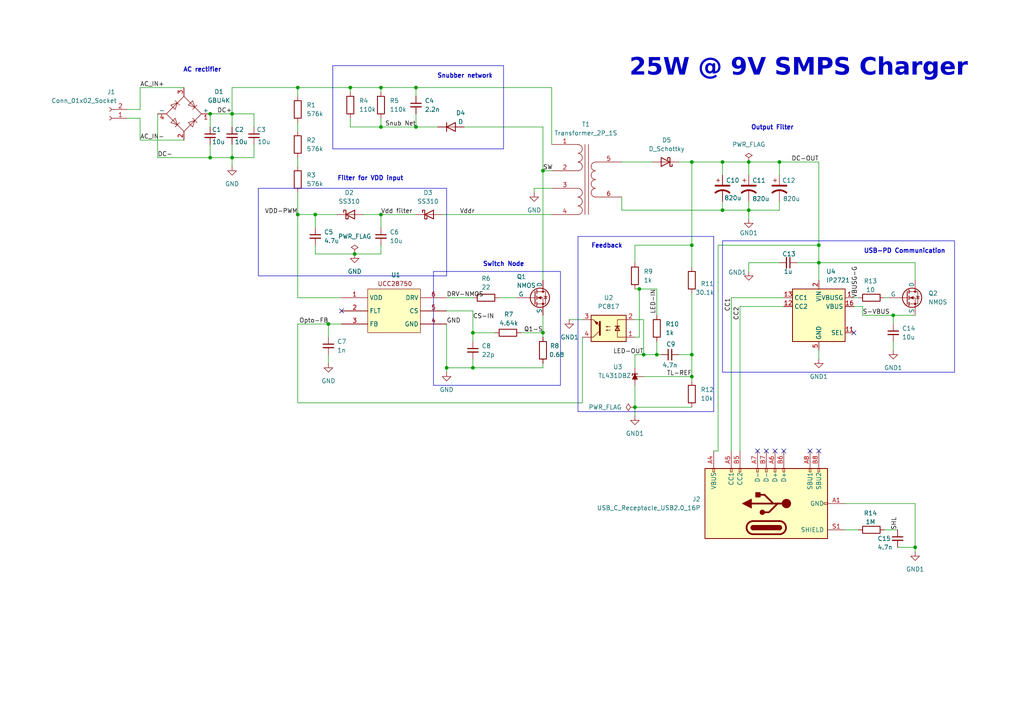
<source format=kicad_sch>
(kicad_sch
	(version 20250114)
	(generator "eeschema")
	(generator_version "9.0")
	(uuid "2e2340b2-5f19-4d02-8af0-ca35043a25d0")
	(paper "A4")
	(title_block
		(title "25W @ 9V SMPS Charger")
		(date "2025-10-27")
		(rev "1.0")
	)
	(lib_symbols
		(symbol "Connector:Conn_01x02_Socket"
			(pin_names
				(offset 1.016)
				(hide yes)
			)
			(exclude_from_sim no)
			(in_bom yes)
			(on_board yes)
			(property "Reference" "J"
				(at 0 2.54 0)
				(effects
					(font
						(size 1.27 1.27)
					)
				)
			)
			(property "Value" "Conn_01x02_Socket"
				(at 0 -5.08 0)
				(effects
					(font
						(size 1.27 1.27)
					)
				)
			)
			(property "Footprint" ""
				(at 0 0 0)
				(effects
					(font
						(size 1.27 1.27)
					)
					(hide yes)
				)
			)
			(property "Datasheet" "~"
				(at 0 0 0)
				(effects
					(font
						(size 1.27 1.27)
					)
					(hide yes)
				)
			)
			(property "Description" "Generic connector, single row, 01x02, script generated"
				(at 0 0 0)
				(effects
					(font
						(size 1.27 1.27)
					)
					(hide yes)
				)
			)
			(property "ki_locked" ""
				(at 0 0 0)
				(effects
					(font
						(size 1.27 1.27)
					)
				)
			)
			(property "ki_keywords" "connector"
				(at 0 0 0)
				(effects
					(font
						(size 1.27 1.27)
					)
					(hide yes)
				)
			)
			(property "ki_fp_filters" "Connector*:*_1x??_*"
				(at 0 0 0)
				(effects
					(font
						(size 1.27 1.27)
					)
					(hide yes)
				)
			)
			(symbol "Conn_01x02_Socket_1_1"
				(polyline
					(pts
						(xy -1.27 0) (xy -0.508 0)
					)
					(stroke
						(width 0.1524)
						(type default)
					)
					(fill
						(type none)
					)
				)
				(polyline
					(pts
						(xy -1.27 -2.54) (xy -0.508 -2.54)
					)
					(stroke
						(width 0.1524)
						(type default)
					)
					(fill
						(type none)
					)
				)
				(arc
					(start 0 -0.508)
					(mid -0.5058 0)
					(end 0 0.508)
					(stroke
						(width 0.1524)
						(type default)
					)
					(fill
						(type none)
					)
				)
				(arc
					(start 0 -3.048)
					(mid -0.5058 -2.54)
					(end 0 -2.032)
					(stroke
						(width 0.1524)
						(type default)
					)
					(fill
						(type none)
					)
				)
				(pin passive line
					(at -5.08 0 0)
					(length 3.81)
					(name "Pin_1"
						(effects
							(font
								(size 1.27 1.27)
							)
						)
					)
					(number "1"
						(effects
							(font
								(size 1.27 1.27)
							)
						)
					)
				)
				(pin passive line
					(at -5.08 -2.54 0)
					(length 3.81)
					(name "Pin_2"
						(effects
							(font
								(size 1.27 1.27)
							)
						)
					)
					(number "2"
						(effects
							(font
								(size 1.27 1.27)
							)
						)
					)
				)
			)
			(embedded_fonts no)
		)
		(symbol "Connector:USB_C_Receptacle_USB2.0_16P"
			(pin_names
				(offset 1.016)
			)
			(exclude_from_sim no)
			(in_bom yes)
			(on_board yes)
			(property "Reference" "J"
				(at 0 22.225 0)
				(effects
					(font
						(size 1.27 1.27)
					)
				)
			)
			(property "Value" "USB_C_Receptacle_USB2.0_16P"
				(at 0 19.685 0)
				(effects
					(font
						(size 1.27 1.27)
					)
				)
			)
			(property "Footprint" ""
				(at 3.81 0 0)
				(effects
					(font
						(size 1.27 1.27)
					)
					(hide yes)
				)
			)
			(property "Datasheet" "https://www.usb.org/sites/default/files/documents/usb_type-c.zip"
				(at 3.81 0 0)
				(effects
					(font
						(size 1.27 1.27)
					)
					(hide yes)
				)
			)
			(property "Description" "USB 2.0-only 16P Type-C Receptacle connector"
				(at 0 0 0)
				(effects
					(font
						(size 1.27 1.27)
					)
					(hide yes)
				)
			)
			(property "ki_keywords" "usb universal serial bus type-C USB2.0"
				(at 0 0 0)
				(effects
					(font
						(size 1.27 1.27)
					)
					(hide yes)
				)
			)
			(property "ki_fp_filters" "USB*C*Receptacle*"
				(at 0 0 0)
				(effects
					(font
						(size 1.27 1.27)
					)
					(hide yes)
				)
			)
			(symbol "USB_C_Receptacle_USB2.0_16P_0_0"
				(rectangle
					(start -0.254 -17.78)
					(end 0.254 -16.764)
					(stroke
						(width 0)
						(type default)
					)
					(fill
						(type none)
					)
				)
				(rectangle
					(start 10.16 15.494)
					(end 9.144 14.986)
					(stroke
						(width 0)
						(type default)
					)
					(fill
						(type none)
					)
				)
				(rectangle
					(start 10.16 10.414)
					(end 9.144 9.906)
					(stroke
						(width 0)
						(type default)
					)
					(fill
						(type none)
					)
				)
				(rectangle
					(start 10.16 7.874)
					(end 9.144 7.366)
					(stroke
						(width 0)
						(type default)
					)
					(fill
						(type none)
					)
				)
				(rectangle
					(start 10.16 2.794)
					(end 9.144 2.286)
					(stroke
						(width 0)
						(type default)
					)
					(fill
						(type none)
					)
				)
				(rectangle
					(start 10.16 0.254)
					(end 9.144 -0.254)
					(stroke
						(width 0)
						(type default)
					)
					(fill
						(type none)
					)
				)
				(rectangle
					(start 10.16 -2.286)
					(end 9.144 -2.794)
					(stroke
						(width 0)
						(type default)
					)
					(fill
						(type none)
					)
				)
				(rectangle
					(start 10.16 -4.826)
					(end 9.144 -5.334)
					(stroke
						(width 0)
						(type default)
					)
					(fill
						(type none)
					)
				)
				(rectangle
					(start 10.16 -12.446)
					(end 9.144 -12.954)
					(stroke
						(width 0)
						(type default)
					)
					(fill
						(type none)
					)
				)
				(rectangle
					(start 10.16 -14.986)
					(end 9.144 -15.494)
					(stroke
						(width 0)
						(type default)
					)
					(fill
						(type none)
					)
				)
			)
			(symbol "USB_C_Receptacle_USB2.0_16P_0_1"
				(rectangle
					(start -10.16 17.78)
					(end 10.16 -17.78)
					(stroke
						(width 0.254)
						(type default)
					)
					(fill
						(type background)
					)
				)
				(polyline
					(pts
						(xy -8.89 -3.81) (xy -8.89 3.81)
					)
					(stroke
						(width 0.508)
						(type default)
					)
					(fill
						(type none)
					)
				)
				(rectangle
					(start -7.62 -3.81)
					(end -6.35 3.81)
					(stroke
						(width 0.254)
						(type default)
					)
					(fill
						(type outline)
					)
				)
				(arc
					(start -7.62 3.81)
					(mid -6.985 4.4423)
					(end -6.35 3.81)
					(stroke
						(width 0.254)
						(type default)
					)
					(fill
						(type none)
					)
				)
				(arc
					(start -7.62 3.81)
					(mid -6.985 4.4423)
					(end -6.35 3.81)
					(stroke
						(width 0.254)
						(type default)
					)
					(fill
						(type outline)
					)
				)
				(arc
					(start -8.89 3.81)
					(mid -6.985 5.7067)
					(end -5.08 3.81)
					(stroke
						(width 0.508)
						(type default)
					)
					(fill
						(type none)
					)
				)
				(arc
					(start -5.08 -3.81)
					(mid -6.985 -5.7067)
					(end -8.89 -3.81)
					(stroke
						(width 0.508)
						(type default)
					)
					(fill
						(type none)
					)
				)
				(arc
					(start -6.35 -3.81)
					(mid -6.985 -4.4423)
					(end -7.62 -3.81)
					(stroke
						(width 0.254)
						(type default)
					)
					(fill
						(type none)
					)
				)
				(arc
					(start -6.35 -3.81)
					(mid -6.985 -4.4423)
					(end -7.62 -3.81)
					(stroke
						(width 0.254)
						(type default)
					)
					(fill
						(type outline)
					)
				)
				(polyline
					(pts
						(xy -5.08 3.81) (xy -5.08 -3.81)
					)
					(stroke
						(width 0.508)
						(type default)
					)
					(fill
						(type none)
					)
				)
				(circle
					(center -2.54 1.143)
					(radius 0.635)
					(stroke
						(width 0.254)
						(type default)
					)
					(fill
						(type outline)
					)
				)
				(polyline
					(pts
						(xy -1.27 4.318) (xy 0 6.858) (xy 1.27 4.318) (xy -1.27 4.318)
					)
					(stroke
						(width 0.254)
						(type default)
					)
					(fill
						(type outline)
					)
				)
				(polyline
					(pts
						(xy 0 -2.032) (xy 2.54 0.508) (xy 2.54 1.778)
					)
					(stroke
						(width 0.508)
						(type default)
					)
					(fill
						(type none)
					)
				)
				(polyline
					(pts
						(xy 0 -3.302) (xy -2.54 -0.762) (xy -2.54 0.508)
					)
					(stroke
						(width 0.508)
						(type default)
					)
					(fill
						(type none)
					)
				)
				(polyline
					(pts
						(xy 0 -5.842) (xy 0 4.318)
					)
					(stroke
						(width 0.508)
						(type default)
					)
					(fill
						(type none)
					)
				)
				(circle
					(center 0 -5.842)
					(radius 1.27)
					(stroke
						(width 0)
						(type default)
					)
					(fill
						(type outline)
					)
				)
				(rectangle
					(start 1.905 1.778)
					(end 3.175 3.048)
					(stroke
						(width 0.254)
						(type default)
					)
					(fill
						(type outline)
					)
				)
			)
			(symbol "USB_C_Receptacle_USB2.0_16P_1_1"
				(pin passive line
					(at -7.62 -22.86 90)
					(length 5.08)
					(name "SHIELD"
						(effects
							(font
								(size 1.27 1.27)
							)
						)
					)
					(number "S1"
						(effects
							(font
								(size 1.27 1.27)
							)
						)
					)
				)
				(pin passive line
					(at 0 -22.86 90)
					(length 5.08)
					(name "GND"
						(effects
							(font
								(size 1.27 1.27)
							)
						)
					)
					(number "A1"
						(effects
							(font
								(size 1.27 1.27)
							)
						)
					)
				)
				(pin passive line
					(at 0 -22.86 90)
					(length 5.08)
					(hide yes)
					(name "GND"
						(effects
							(font
								(size 1.27 1.27)
							)
						)
					)
					(number "A12"
						(effects
							(font
								(size 1.27 1.27)
							)
						)
					)
				)
				(pin passive line
					(at 0 -22.86 90)
					(length 5.08)
					(hide yes)
					(name "GND"
						(effects
							(font
								(size 1.27 1.27)
							)
						)
					)
					(number "B1"
						(effects
							(font
								(size 1.27 1.27)
							)
						)
					)
				)
				(pin passive line
					(at 0 -22.86 90)
					(length 5.08)
					(hide yes)
					(name "GND"
						(effects
							(font
								(size 1.27 1.27)
							)
						)
					)
					(number "B12"
						(effects
							(font
								(size 1.27 1.27)
							)
						)
					)
				)
				(pin passive line
					(at 15.24 15.24 180)
					(length 5.08)
					(name "VBUS"
						(effects
							(font
								(size 1.27 1.27)
							)
						)
					)
					(number "A4"
						(effects
							(font
								(size 1.27 1.27)
							)
						)
					)
				)
				(pin passive line
					(at 15.24 15.24 180)
					(length 5.08)
					(hide yes)
					(name "VBUS"
						(effects
							(font
								(size 1.27 1.27)
							)
						)
					)
					(number "A9"
						(effects
							(font
								(size 1.27 1.27)
							)
						)
					)
				)
				(pin passive line
					(at 15.24 15.24 180)
					(length 5.08)
					(hide yes)
					(name "VBUS"
						(effects
							(font
								(size 1.27 1.27)
							)
						)
					)
					(number "B4"
						(effects
							(font
								(size 1.27 1.27)
							)
						)
					)
				)
				(pin passive line
					(at 15.24 15.24 180)
					(length 5.08)
					(hide yes)
					(name "VBUS"
						(effects
							(font
								(size 1.27 1.27)
							)
						)
					)
					(number "B9"
						(effects
							(font
								(size 1.27 1.27)
							)
						)
					)
				)
				(pin bidirectional line
					(at 15.24 10.16 180)
					(length 5.08)
					(name "CC1"
						(effects
							(font
								(size 1.27 1.27)
							)
						)
					)
					(number "A5"
						(effects
							(font
								(size 1.27 1.27)
							)
						)
					)
				)
				(pin bidirectional line
					(at 15.24 7.62 180)
					(length 5.08)
					(name "CC2"
						(effects
							(font
								(size 1.27 1.27)
							)
						)
					)
					(number "B5"
						(effects
							(font
								(size 1.27 1.27)
							)
						)
					)
				)
				(pin bidirectional line
					(at 15.24 2.54 180)
					(length 5.08)
					(name "D-"
						(effects
							(font
								(size 1.27 1.27)
							)
						)
					)
					(number "A7"
						(effects
							(font
								(size 1.27 1.27)
							)
						)
					)
				)
				(pin bidirectional line
					(at 15.24 0 180)
					(length 5.08)
					(name "D-"
						(effects
							(font
								(size 1.27 1.27)
							)
						)
					)
					(number "B7"
						(effects
							(font
								(size 1.27 1.27)
							)
						)
					)
				)
				(pin bidirectional line
					(at 15.24 -2.54 180)
					(length 5.08)
					(name "D+"
						(effects
							(font
								(size 1.27 1.27)
							)
						)
					)
					(number "A6"
						(effects
							(font
								(size 1.27 1.27)
							)
						)
					)
				)
				(pin bidirectional line
					(at 15.24 -5.08 180)
					(length 5.08)
					(name "D+"
						(effects
							(font
								(size 1.27 1.27)
							)
						)
					)
					(number "B6"
						(effects
							(font
								(size 1.27 1.27)
							)
						)
					)
				)
				(pin bidirectional line
					(at 15.24 -12.7 180)
					(length 5.08)
					(name "SBU1"
						(effects
							(font
								(size 1.27 1.27)
							)
						)
					)
					(number "A8"
						(effects
							(font
								(size 1.27 1.27)
							)
						)
					)
				)
				(pin bidirectional line
					(at 15.24 -15.24 180)
					(length 5.08)
					(name "SBU2"
						(effects
							(font
								(size 1.27 1.27)
							)
						)
					)
					(number "B8"
						(effects
							(font
								(size 1.27 1.27)
							)
						)
					)
				)
			)
			(embedded_fonts no)
		)
		(symbol "Device:C_Polarized_US"
			(pin_numbers
				(hide yes)
			)
			(pin_names
				(offset 0.254)
				(hide yes)
			)
			(exclude_from_sim no)
			(in_bom yes)
			(on_board yes)
			(property "Reference" "C"
				(at 0.635 2.54 0)
				(effects
					(font
						(size 1.27 1.27)
					)
					(justify left)
				)
			)
			(property "Value" "C_Polarized_US"
				(at 0.635 -2.54 0)
				(effects
					(font
						(size 1.27 1.27)
					)
					(justify left)
				)
			)
			(property "Footprint" ""
				(at 0 0 0)
				(effects
					(font
						(size 1.27 1.27)
					)
					(hide yes)
				)
			)
			(property "Datasheet" "~"
				(at 0 0 0)
				(effects
					(font
						(size 1.27 1.27)
					)
					(hide yes)
				)
			)
			(property "Description" "Polarized capacitor, US symbol"
				(at 0 0 0)
				(effects
					(font
						(size 1.27 1.27)
					)
					(hide yes)
				)
			)
			(property "ki_keywords" "cap capacitor"
				(at 0 0 0)
				(effects
					(font
						(size 1.27 1.27)
					)
					(hide yes)
				)
			)
			(property "ki_fp_filters" "CP_*"
				(at 0 0 0)
				(effects
					(font
						(size 1.27 1.27)
					)
					(hide yes)
				)
			)
			(symbol "C_Polarized_US_0_1"
				(polyline
					(pts
						(xy -2.032 0.762) (xy 2.032 0.762)
					)
					(stroke
						(width 0.508)
						(type default)
					)
					(fill
						(type none)
					)
				)
				(polyline
					(pts
						(xy -1.778 2.286) (xy -0.762 2.286)
					)
					(stroke
						(width 0)
						(type default)
					)
					(fill
						(type none)
					)
				)
				(polyline
					(pts
						(xy -1.27 1.778) (xy -1.27 2.794)
					)
					(stroke
						(width 0)
						(type default)
					)
					(fill
						(type none)
					)
				)
				(arc
					(start -2.032 -1.27)
					(mid 0 -0.5572)
					(end 2.032 -1.27)
					(stroke
						(width 0.508)
						(type default)
					)
					(fill
						(type none)
					)
				)
			)
			(symbol "C_Polarized_US_1_1"
				(pin passive line
					(at 0 3.81 270)
					(length 2.794)
					(name "~"
						(effects
							(font
								(size 1.27 1.27)
							)
						)
					)
					(number "1"
						(effects
							(font
								(size 1.27 1.27)
							)
						)
					)
				)
				(pin passive line
					(at 0 -3.81 90)
					(length 3.302)
					(name "~"
						(effects
							(font
								(size 1.27 1.27)
							)
						)
					)
					(number "2"
						(effects
							(font
								(size 1.27 1.27)
							)
						)
					)
				)
			)
			(embedded_fonts no)
		)
		(symbol "Device:C_Small"
			(pin_numbers
				(hide yes)
			)
			(pin_names
				(offset 0.254)
				(hide yes)
			)
			(exclude_from_sim no)
			(in_bom yes)
			(on_board yes)
			(property "Reference" "C"
				(at 0.254 1.778 0)
				(effects
					(font
						(size 1.27 1.27)
					)
					(justify left)
				)
			)
			(property "Value" "C_Small"
				(at 0.254 -2.032 0)
				(effects
					(font
						(size 1.27 1.27)
					)
					(justify left)
				)
			)
			(property "Footprint" ""
				(at 0 0 0)
				(effects
					(font
						(size 1.27 1.27)
					)
					(hide yes)
				)
			)
			(property "Datasheet" "~"
				(at 0 0 0)
				(effects
					(font
						(size 1.27 1.27)
					)
					(hide yes)
				)
			)
			(property "Description" "Unpolarized capacitor, small symbol"
				(at 0 0 0)
				(effects
					(font
						(size 1.27 1.27)
					)
					(hide yes)
				)
			)
			(property "ki_keywords" "capacitor cap"
				(at 0 0 0)
				(effects
					(font
						(size 1.27 1.27)
					)
					(hide yes)
				)
			)
			(property "ki_fp_filters" "C_*"
				(at 0 0 0)
				(effects
					(font
						(size 1.27 1.27)
					)
					(hide yes)
				)
			)
			(symbol "C_Small_0_1"
				(polyline
					(pts
						(xy -1.524 0.508) (xy 1.524 0.508)
					)
					(stroke
						(width 0.3048)
						(type default)
					)
					(fill
						(type none)
					)
				)
				(polyline
					(pts
						(xy -1.524 -0.508) (xy 1.524 -0.508)
					)
					(stroke
						(width 0.3302)
						(type default)
					)
					(fill
						(type none)
					)
				)
			)
			(symbol "C_Small_1_1"
				(pin passive line
					(at 0 2.54 270)
					(length 2.032)
					(name "~"
						(effects
							(font
								(size 1.27 1.27)
							)
						)
					)
					(number "1"
						(effects
							(font
								(size 1.27 1.27)
							)
						)
					)
				)
				(pin passive line
					(at 0 -2.54 90)
					(length 2.032)
					(name "~"
						(effects
							(font
								(size 1.27 1.27)
							)
						)
					)
					(number "2"
						(effects
							(font
								(size 1.27 1.27)
							)
						)
					)
				)
			)
			(embedded_fonts no)
		)
		(symbol "Device:D"
			(pin_numbers
				(hide yes)
			)
			(pin_names
				(offset 1.016)
				(hide yes)
			)
			(exclude_from_sim no)
			(in_bom yes)
			(on_board yes)
			(property "Reference" "D"
				(at 0 2.54 0)
				(effects
					(font
						(size 1.27 1.27)
					)
				)
			)
			(property "Value" "D"
				(at 0 -2.54 0)
				(effects
					(font
						(size 1.27 1.27)
					)
				)
			)
			(property "Footprint" ""
				(at 0 0 0)
				(effects
					(font
						(size 1.27 1.27)
					)
					(hide yes)
				)
			)
			(property "Datasheet" "~"
				(at 0 0 0)
				(effects
					(font
						(size 1.27 1.27)
					)
					(hide yes)
				)
			)
			(property "Description" "Diode"
				(at 0 0 0)
				(effects
					(font
						(size 1.27 1.27)
					)
					(hide yes)
				)
			)
			(property "Sim.Device" "D"
				(at 0 0 0)
				(effects
					(font
						(size 1.27 1.27)
					)
					(hide yes)
				)
			)
			(property "Sim.Pins" "1=K 2=A"
				(at 0 0 0)
				(effects
					(font
						(size 1.27 1.27)
					)
					(hide yes)
				)
			)
			(property "ki_keywords" "diode"
				(at 0 0 0)
				(effects
					(font
						(size 1.27 1.27)
					)
					(hide yes)
				)
			)
			(property "ki_fp_filters" "TO-???* *_Diode_* *SingleDiode* D_*"
				(at 0 0 0)
				(effects
					(font
						(size 1.27 1.27)
					)
					(hide yes)
				)
			)
			(symbol "D_0_1"
				(polyline
					(pts
						(xy -1.27 1.27) (xy -1.27 -1.27)
					)
					(stroke
						(width 0.254)
						(type default)
					)
					(fill
						(type none)
					)
				)
				(polyline
					(pts
						(xy 1.27 1.27) (xy 1.27 -1.27) (xy -1.27 0) (xy 1.27 1.27)
					)
					(stroke
						(width 0.254)
						(type default)
					)
					(fill
						(type none)
					)
				)
				(polyline
					(pts
						(xy 1.27 0) (xy -1.27 0)
					)
					(stroke
						(width 0)
						(type default)
					)
					(fill
						(type none)
					)
				)
			)
			(symbol "D_1_1"
				(pin passive line
					(at -3.81 0 0)
					(length 2.54)
					(name "K"
						(effects
							(font
								(size 1.27 1.27)
							)
						)
					)
					(number "1"
						(effects
							(font
								(size 1.27 1.27)
							)
						)
					)
				)
				(pin passive line
					(at 3.81 0 180)
					(length 2.54)
					(name "A"
						(effects
							(font
								(size 1.27 1.27)
							)
						)
					)
					(number "2"
						(effects
							(font
								(size 1.27 1.27)
							)
						)
					)
				)
			)
			(embedded_fonts no)
		)
		(symbol "Device:D_Schottky"
			(pin_numbers
				(hide yes)
			)
			(pin_names
				(offset 1.016)
				(hide yes)
			)
			(exclude_from_sim no)
			(in_bom yes)
			(on_board yes)
			(property "Reference" "D"
				(at 0 2.54 0)
				(effects
					(font
						(size 1.27 1.27)
					)
				)
			)
			(property "Value" "D_Schottky"
				(at 0 -2.54 0)
				(effects
					(font
						(size 1.27 1.27)
					)
				)
			)
			(property "Footprint" ""
				(at 0 0 0)
				(effects
					(font
						(size 1.27 1.27)
					)
					(hide yes)
				)
			)
			(property "Datasheet" "~"
				(at 0 0 0)
				(effects
					(font
						(size 1.27 1.27)
					)
					(hide yes)
				)
			)
			(property "Description" "Schottky diode"
				(at 0 0 0)
				(effects
					(font
						(size 1.27 1.27)
					)
					(hide yes)
				)
			)
			(property "ki_keywords" "diode Schottky"
				(at 0 0 0)
				(effects
					(font
						(size 1.27 1.27)
					)
					(hide yes)
				)
			)
			(property "ki_fp_filters" "TO-???* *_Diode_* *SingleDiode* D_*"
				(at 0 0 0)
				(effects
					(font
						(size 1.27 1.27)
					)
					(hide yes)
				)
			)
			(symbol "D_Schottky_0_1"
				(polyline
					(pts
						(xy -1.905 0.635) (xy -1.905 1.27) (xy -1.27 1.27) (xy -1.27 -1.27) (xy -0.635 -1.27) (xy -0.635 -0.635)
					)
					(stroke
						(width 0.254)
						(type default)
					)
					(fill
						(type none)
					)
				)
				(polyline
					(pts
						(xy 1.27 1.27) (xy 1.27 -1.27) (xy -1.27 0) (xy 1.27 1.27)
					)
					(stroke
						(width 0.254)
						(type default)
					)
					(fill
						(type none)
					)
				)
				(polyline
					(pts
						(xy 1.27 0) (xy -1.27 0)
					)
					(stroke
						(width 0)
						(type default)
					)
					(fill
						(type none)
					)
				)
			)
			(symbol "D_Schottky_1_1"
				(pin passive line
					(at -3.81 0 0)
					(length 2.54)
					(name "K"
						(effects
							(font
								(size 1.27 1.27)
							)
						)
					)
					(number "1"
						(effects
							(font
								(size 1.27 1.27)
							)
						)
					)
				)
				(pin passive line
					(at 3.81 0 180)
					(length 2.54)
					(name "A"
						(effects
							(font
								(size 1.27 1.27)
							)
						)
					)
					(number "2"
						(effects
							(font
								(size 1.27 1.27)
							)
						)
					)
				)
			)
			(embedded_fonts no)
		)
		(symbol "Device:R"
			(pin_numbers
				(hide yes)
			)
			(pin_names
				(offset 0)
			)
			(exclude_from_sim no)
			(in_bom yes)
			(on_board yes)
			(property "Reference" "R"
				(at 2.032 0 90)
				(effects
					(font
						(size 1.27 1.27)
					)
				)
			)
			(property "Value" "R"
				(at 0 0 90)
				(effects
					(font
						(size 1.27 1.27)
					)
				)
			)
			(property "Footprint" ""
				(at -1.778 0 90)
				(effects
					(font
						(size 1.27 1.27)
					)
					(hide yes)
				)
			)
			(property "Datasheet" "~"
				(at 0 0 0)
				(effects
					(font
						(size 1.27 1.27)
					)
					(hide yes)
				)
			)
			(property "Description" "Resistor"
				(at 0 0 0)
				(effects
					(font
						(size 1.27 1.27)
					)
					(hide yes)
				)
			)
			(property "ki_keywords" "R res resistor"
				(at 0 0 0)
				(effects
					(font
						(size 1.27 1.27)
					)
					(hide yes)
				)
			)
			(property "ki_fp_filters" "R_*"
				(at 0 0 0)
				(effects
					(font
						(size 1.27 1.27)
					)
					(hide yes)
				)
			)
			(symbol "R_0_1"
				(rectangle
					(start -1.016 -2.54)
					(end 1.016 2.54)
					(stroke
						(width 0.254)
						(type default)
					)
					(fill
						(type none)
					)
				)
			)
			(symbol "R_1_1"
				(pin passive line
					(at 0 3.81 270)
					(length 1.27)
					(name "~"
						(effects
							(font
								(size 1.27 1.27)
							)
						)
					)
					(number "1"
						(effects
							(font
								(size 1.27 1.27)
							)
						)
					)
				)
				(pin passive line
					(at 0 -3.81 90)
					(length 1.27)
					(name "~"
						(effects
							(font
								(size 1.27 1.27)
							)
						)
					)
					(number "2"
						(effects
							(font
								(size 1.27 1.27)
							)
						)
					)
				)
			)
			(embedded_fonts no)
		)
		(symbol "Device:Transformer_1P_2S"
			(pin_names
				(offset 1.016)
				(hide yes)
			)
			(exclude_from_sim no)
			(in_bom yes)
			(on_board yes)
			(property "Reference" "T1"
				(at -0.254 16.002 0)
				(effects
					(font
						(size 1.27 1.27)
					)
				)
			)
			(property "Value" "Transformer_2P_1S"
				(at -0.254 13.462 0)
				(effects
					(font
						(size 1.27 1.27)
					)
				)
			)
			(property "Footprint" ""
				(at 0 0 0)
				(effects
					(font
						(size 1.27 1.27)
					)
					(hide yes)
				)
			)
			(property "Datasheet" "~"
				(at 0 0 0)
				(effects
					(font
						(size 1.27 1.27)
					)
					(hide yes)
				)
			)
			(property "Description" "Transformer, single primary, dual secondary"
				(at 0 0 0)
				(effects
					(font
						(size 1.27 1.27)
					)
					(hide yes)
				)
			)
			(property "ki_keywords" "transformer coil magnet"
				(at 0 0 0)
				(effects
					(font
						(size 1.27 1.27)
					)
					(hide yes)
				)
			)
			(symbol "Transformer_1P_2S_0_1"
				(arc
					(start -2.54 10.1346)
					(mid -1.6599 9.7701)
					(end -1.2954 8.89)
					(stroke
						(width 0)
						(type default)
					)
					(fill
						(type none)
					)
				)
				(arc
					(start -2.54 7.5946)
					(mid -1.6599 7.2301)
					(end -1.2954 6.35)
					(stroke
						(width 0)
						(type default)
					)
					(fill
						(type none)
					)
				)
				(arc
					(start -2.54 5.0546)
					(mid -1.6599 4.6901)
					(end -1.2954 3.81)
					(stroke
						(width 0)
						(type default)
					)
					(fill
						(type none)
					)
				)
				(arc
					(start -2.54 -2.5654)
					(mid -1.6599 -2.9299)
					(end -1.2954 -3.81)
					(stroke
						(width 0)
						(type default)
					)
					(fill
						(type none)
					)
				)
				(arc
					(start -2.54 -5.1054)
					(mid -1.6599 -5.4699)
					(end -1.2954 -6.35)
					(stroke
						(width 0)
						(type default)
					)
					(fill
						(type none)
					)
				)
				(arc
					(start -2.54 -7.6454)
					(mid -1.6599 -8.0099)
					(end -1.2954 -8.89)
					(stroke
						(width 0)
						(type default)
					)
					(fill
						(type none)
					)
				)
				(arc
					(start -1.2954 8.89)
					(mid -1.6457 7.9883)
					(end -2.54 7.62)
					(stroke
						(width 0)
						(type default)
					)
					(fill
						(type none)
					)
				)
				(arc
					(start -1.2954 6.35)
					(mid -1.6457 5.4483)
					(end -2.54 5.08)
					(stroke
						(width 0)
						(type default)
					)
					(fill
						(type none)
					)
				)
				(arc
					(start -1.2954 3.81)
					(mid -1.6457 2.9083)
					(end -2.54 2.54)
					(stroke
						(width 0)
						(type default)
					)
					(fill
						(type none)
					)
				)
				(arc
					(start -1.2954 -3.81)
					(mid -1.6457 -4.7117)
					(end -2.54 -5.08)
					(stroke
						(width 0)
						(type default)
					)
					(fill
						(type none)
					)
				)
				(arc
					(start -1.2954 -6.35)
					(mid -1.6457 -7.2517)
					(end -2.54 -7.62)
					(stroke
						(width 0)
						(type default)
					)
					(fill
						(type none)
					)
				)
				(arc
					(start -1.2954 -8.89)
					(mid -1.6457 -9.7917)
					(end -2.54 -10.16)
					(stroke
						(width 0)
						(type default)
					)
					(fill
						(type none)
					)
				)
				(polyline
					(pts
						(xy -0.508 -10.16) (xy -0.508 10.16)
					)
					(stroke
						(width 0)
						(type default)
					)
					(fill
						(type none)
					)
				)
				(polyline
					(pts
						(xy 0.508 10.16) (xy 0.508 -10.16)
					)
					(stroke
						(width 0)
						(type default)
					)
					(fill
						(type none)
					)
				)
				(arc
					(start 2.54 2.54)
					(mid 1.642 2.912)
					(end 1.27 3.81)
					(stroke
						(width 0)
						(type default)
					)
					(fill
						(type none)
					)
				)
				(arc
					(start 2.54 0)
					(mid 1.642 0.372)
					(end 1.27 1.27)
					(stroke
						(width 0)
						(type default)
					)
					(fill
						(type none)
					)
				)
				(arc
					(start 2.54 -2.54)
					(mid 1.642 -2.168)
					(end 1.27 -1.27)
					(stroke
						(width 0)
						(type default)
					)
					(fill
						(type none)
					)
				)
				(arc
					(start 2.54 -5.08)
					(mid 1.642 -4.708)
					(end 1.27 -3.81)
					(stroke
						(width 0)
						(type default)
					)
					(fill
						(type none)
					)
				)
				(arc
					(start 1.27 3.81)
					(mid 1.656 4.6864)
					(end 2.54 5.0546)
					(stroke
						(width 0)
						(type default)
					)
					(fill
						(type none)
					)
				)
				(arc
					(start 1.27 1.27)
					(mid 1.656 2.1464)
					(end 2.54 2.5146)
					(stroke
						(width 0)
						(type default)
					)
					(fill
						(type none)
					)
				)
				(arc
					(start 1.27 -1.27)
					(mid 1.656 -0.3936)
					(end 2.54 -0.0254)
					(stroke
						(width 0)
						(type default)
					)
					(fill
						(type none)
					)
				)
				(arc
					(start 1.27 -3.81)
					(mid 1.656 -2.9336)
					(end 2.54 -2.5654)
					(stroke
						(width 0)
						(type default)
					)
					(fill
						(type none)
					)
				)
			)
			(symbol "Transformer_1P_2S_1_1"
				(pin passive line
					(at -10.16 10.16 0)
					(length 7.62)
					(name "P1"
						(effects
							(font
								(size 1.27 1.27)
							)
						)
					)
					(number "1"
						(effects
							(font
								(size 1.27 1.27)
							)
						)
					)
				)
				(pin passive line
					(at -10.16 2.54 0)
					(length 7.62)
					(name "P2"
						(effects
							(font
								(size 1.27 1.27)
							)
						)
					)
					(number "2"
						(effects
							(font
								(size 1.27 1.27)
							)
						)
					)
				)
				(pin passive line
					(at -10.16 -2.54 0)
					(length 7.62)
					(name "AUX1"
						(effects
							(font
								(size 1.27 1.27)
							)
						)
					)
					(number "3"
						(effects
							(font
								(size 1.27 1.27)
							)
						)
					)
				)
				(pin passive line
					(at -10.16 -10.16 0)
					(length 7.62)
					(name "AUX2"
						(effects
							(font
								(size 1.27 1.27)
							)
						)
					)
					(number "4"
						(effects
							(font
								(size 1.27 1.27)
							)
						)
					)
				)
				(pin passive line
					(at 10.16 5.08 180)
					(length 7.62)
					(name "S1"
						(effects
							(font
								(size 1.27 1.27)
							)
						)
					)
					(number "5"
						(effects
							(font
								(size 1.27 1.27)
							)
						)
					)
				)
				(pin passive line
					(at 10.16 -5.08 180)
					(length 7.62)
					(name "S2"
						(effects
							(font
								(size 1.27 1.27)
							)
						)
					)
					(number "6"
						(effects
							(font
								(size 1.27 1.27)
							)
						)
					)
				)
			)
			(embedded_fonts no)
		)
		(symbol "Diode:SS310"
			(pin_numbers
				(hide yes)
			)
			(pin_names
				(offset 1.016)
				(hide yes)
			)
			(exclude_from_sim no)
			(in_bom yes)
			(on_board yes)
			(property "Reference" "D"
				(at 0 2.54 0)
				(effects
					(font
						(size 1.27 1.27)
					)
				)
			)
			(property "Value" "SS310"
				(at 0 -2.54 0)
				(effects
					(font
						(size 1.27 1.27)
					)
				)
			)
			(property "Footprint" "Diode_SMD:D_SMA"
				(at 0 -4.445 0)
				(effects
					(font
						(size 1.27 1.27)
					)
					(hide yes)
				)
			)
			(property "Datasheet" "https://www.microdiode.com/uploadfiles//PDF/SS32-THRU-SS3200-SMA.pdf"
				(at 0 0 0)
				(effects
					(font
						(size 1.27 1.27)
					)
					(hide yes)
				)
			)
			(property "Description" "100V 3A Schottky Diode, SMA"
				(at 0 0 0)
				(effects
					(font
						(size 1.27 1.27)
					)
					(hide yes)
				)
			)
			(property "ki_keywords" "diode Schottky"
				(at 0 0 0)
				(effects
					(font
						(size 1.27 1.27)
					)
					(hide yes)
				)
			)
			(property "ki_fp_filters" "D*SMA*"
				(at 0 0 0)
				(effects
					(font
						(size 1.27 1.27)
					)
					(hide yes)
				)
			)
			(symbol "SS310_0_1"
				(polyline
					(pts
						(xy -1.905 0.635) (xy -1.905 1.27) (xy -1.27 1.27) (xy -1.27 -1.27) (xy -0.635 -1.27) (xy -0.635 -0.635)
					)
					(stroke
						(width 0.254)
						(type default)
					)
					(fill
						(type none)
					)
				)
				(polyline
					(pts
						(xy 1.27 1.27) (xy 1.27 -1.27) (xy -1.27 0) (xy 1.27 1.27)
					)
					(stroke
						(width 0.254)
						(type default)
					)
					(fill
						(type none)
					)
				)
				(polyline
					(pts
						(xy 1.27 0) (xy -1.27 0)
					)
					(stroke
						(width 0)
						(type default)
					)
					(fill
						(type none)
					)
				)
			)
			(symbol "SS310_1_1"
				(pin passive line
					(at -3.81 0 0)
					(length 2.54)
					(name "K"
						(effects
							(font
								(size 1.27 1.27)
							)
						)
					)
					(number "1"
						(effects
							(font
								(size 1.27 1.27)
							)
						)
					)
				)
				(pin passive line
					(at 3.81 0 180)
					(length 2.54)
					(name "A"
						(effects
							(font
								(size 1.27 1.27)
							)
						)
					)
					(number "2"
						(effects
							(font
								(size 1.27 1.27)
							)
						)
					)
				)
			)
			(embedded_fonts no)
		)
		(symbol "Diode_Bridge:GBU4K"
			(pin_names
				(offset 0)
			)
			(exclude_from_sim no)
			(in_bom yes)
			(on_board yes)
			(property "Reference" "D"
				(at 2.54 6.985 0)
				(effects
					(font
						(size 1.27 1.27)
					)
					(justify left)
				)
			)
			(property "Value" "GBU4K"
				(at 2.54 5.08 0)
				(effects
					(font
						(size 1.27 1.27)
					)
					(justify left)
				)
			)
			(property "Footprint" "Diode_THT:Diode_Bridge_Vishay_GBU"
				(at 3.81 3.175 0)
				(effects
					(font
						(size 1.27 1.27)
					)
					(justify left)
					(hide yes)
				)
			)
			(property "Datasheet" "http://www.vishay.com/docs/88656/gbu4a.pdf"
				(at 0 0 0)
				(effects
					(font
						(size 1.27 1.27)
					)
					(hide yes)
				)
			)
			(property "Description" "Single-Phase Bridge Rectifier, 560V Vrms, 4.0A If, GBU package"
				(at 0 0 0)
				(effects
					(font
						(size 1.27 1.27)
					)
					(hide yes)
				)
			)
			(property "ki_keywords" "rectifier acdc"
				(at 0 0 0)
				(effects
					(font
						(size 1.27 1.27)
					)
					(hide yes)
				)
			)
			(property "ki_fp_filters" "Diode*Bridge*Vishay*GBU*"
				(at 0 0 0)
				(effects
					(font
						(size 1.27 1.27)
					)
					(hide yes)
				)
			)
			(symbol "GBU4K_0_1"
				(polyline
					(pts
						(xy -5.08 0) (xy 0 -5.08) (xy 5.08 0) (xy 0 5.08) (xy -5.08 0)
					)
					(stroke
						(width 0)
						(type default)
					)
					(fill
						(type none)
					)
				)
				(polyline
					(pts
						(xy -3.81 2.54) (xy -2.54 1.27) (xy -1.905 3.175) (xy -3.81 2.54)
					)
					(stroke
						(width 0)
						(type default)
					)
					(fill
						(type none)
					)
				)
				(polyline
					(pts
						(xy -2.54 3.81) (xy -1.27 2.54)
					)
					(stroke
						(width 0)
						(type default)
					)
					(fill
						(type none)
					)
				)
				(polyline
					(pts
						(xy -2.54 -1.27) (xy -3.81 -2.54) (xy -1.905 -3.175) (xy -2.54 -1.27)
					)
					(stroke
						(width 0)
						(type default)
					)
					(fill
						(type none)
					)
				)
				(polyline
					(pts
						(xy -1.27 -2.54) (xy -2.54 -3.81)
					)
					(stroke
						(width 0)
						(type default)
					)
					(fill
						(type none)
					)
				)
				(polyline
					(pts
						(xy 1.27 2.54) (xy 2.54 3.81) (xy 3.175 1.905) (xy 1.27 2.54)
					)
					(stroke
						(width 0)
						(type default)
					)
					(fill
						(type none)
					)
				)
				(polyline
					(pts
						(xy 2.54 1.27) (xy 3.81 2.54)
					)
					(stroke
						(width 0)
						(type default)
					)
					(fill
						(type none)
					)
				)
				(polyline
					(pts
						(xy 2.54 -1.27) (xy 3.81 -2.54)
					)
					(stroke
						(width 0)
						(type default)
					)
					(fill
						(type none)
					)
				)
				(polyline
					(pts
						(xy 3.175 -1.905) (xy 1.27 -2.54) (xy 2.54 -3.81) (xy 3.175 -1.905)
					)
					(stroke
						(width 0)
						(type default)
					)
					(fill
						(type none)
					)
				)
			)
			(symbol "GBU4K_1_1"
				(pin passive line
					(at -7.62 0 0)
					(length 2.54)
					(name "-"
						(effects
							(font
								(size 1.27 1.27)
							)
						)
					)
					(number "4"
						(effects
							(font
								(size 1.27 1.27)
							)
						)
					)
				)
				(pin passive line
					(at 0 7.62 270)
					(length 2.54)
					(name "~"
						(effects
							(font
								(size 1.27 1.27)
							)
						)
					)
					(number "3"
						(effects
							(font
								(size 1.27 1.27)
							)
						)
					)
				)
				(pin passive line
					(at 0 -7.62 90)
					(length 2.54)
					(name "~"
						(effects
							(font
								(size 1.27 1.27)
							)
						)
					)
					(number "2"
						(effects
							(font
								(size 1.27 1.27)
							)
						)
					)
				)
				(pin passive line
					(at 7.62 0 180)
					(length 2.54)
					(name "+"
						(effects
							(font
								(size 1.27 1.27)
							)
						)
					)
					(number "1"
						(effects
							(font
								(size 1.27 1.27)
							)
						)
					)
				)
			)
			(embedded_fonts no)
		)
		(symbol "Flyback-controller:UCC28750"
			(exclude_from_sim no)
			(in_bom yes)
			(on_board yes)
			(property "Reference" "U"
				(at -2.286 -1.524 0)
				(effects
					(font
						(size 1.27 1.27)
					)
				)
			)
			(property "Value" ""
				(at 0 0 0)
				(effects
					(font
						(size 1.27 1.27)
					)
				)
			)
			(property "Footprint" ""
				(at 0 0 0)
				(effects
					(font
						(size 1.27 1.27)
					)
					(hide yes)
				)
			)
			(property "Datasheet" ""
				(at 0 0 0)
				(effects
					(font
						(size 1.27 1.27)
					)
					(hide yes)
				)
			)
			(property "Description" ""
				(at 0 0 0)
				(effects
					(font
						(size 1.27 1.27)
					)
					(hide yes)
				)
			)
			(symbol "UCC28750_1_1"
				(rectangle
					(start -10.16 -5.08)
					(end 5.08 -17.78)
					(stroke
						(width 0)
						(type solid)
					)
					(fill
						(type color)
						(color 255 255 194 1)
					)
				)
				(text "UCC28750"
					(at -2.286 -3.556 0)
					(effects
						(font
							(size 1.27 1.27)
						)
					)
				)
				(pin passive line
					(at -17.78 -7.62 0)
					(length 7.62)
					(name "VDD"
						(effects
							(font
								(size 1.27 1.27)
							)
						)
					)
					(number "1"
						(effects
							(font
								(size 1.27 1.27)
							)
						)
					)
				)
				(pin passive line
					(at -17.78 -11.43 0)
					(length 7.62)
					(name "FLT"
						(effects
							(font
								(size 1.27 1.27)
							)
						)
					)
					(number "2"
						(effects
							(font
								(size 1.27 1.27)
							)
						)
					)
				)
				(pin passive line
					(at -17.78 -15.24 0)
					(length 7.62)
					(name "FB"
						(effects
							(font
								(size 1.27 1.27)
							)
						)
					)
					(number "3"
						(effects
							(font
								(size 1.27 1.27)
							)
						)
					)
				)
				(pin passive line
					(at 12.7 -7.62 180)
					(length 7.62)
					(name "DRV"
						(effects
							(font
								(size 1.27 1.27)
							)
						)
					)
					(number "6"
						(effects
							(font
								(size 1.27 1.27)
							)
						)
					)
				)
				(pin passive line
					(at 12.7 -11.43 180)
					(length 7.62)
					(name "CS"
						(effects
							(font
								(size 1.27 1.27)
							)
						)
					)
					(number "5"
						(effects
							(font
								(size 1.27 1.27)
							)
						)
					)
				)
				(pin passive line
					(at 12.7 -15.24 180)
					(length 7.62)
					(name "GND"
						(effects
							(font
								(size 1.27 1.27)
							)
						)
					)
					(number "4"
						(effects
							(font
								(size 1.27 1.27)
							)
						)
					)
				)
			)
			(embedded_fonts no)
		)
		(symbol "Interface_USB:IP2721"
			(exclude_from_sim no)
			(in_bom yes)
			(on_board yes)
			(property "Reference" "U"
				(at 5.08 -10.16 0)
				(effects
					(font
						(size 1.27 1.27)
					)
				)
			)
			(property "Value" "IP2721"
				(at 7.62 -12.7 0)
				(effects
					(font
						(size 1.27 1.27)
					)
				)
			)
			(property "Footprint" "Package_SO:TSSOP-16_4.4x5mm_P0.65mm"
				(at 0 -20.32 0)
				(effects
					(font
						(size 1.27 1.27)
					)
					(hide yes)
				)
			)
			(property "Datasheet" "https://datasheet.lcsc.com/lcsc/2006111335_INJOINIC-IP2721_C603176.pdf"
				(at 0 0 0)
				(effects
					(font
						(size 1.27 1.27)
					)
					(hide yes)
				)
			)
			(property "Description" "USB TYPEC  PD Controller Interface, TSSOP-16"
				(at 0 0 0)
				(effects
					(font
						(size 1.27 1.27)
					)
					(hide yes)
				)
			)
			(property "ki_keywords" "USB TYPEC PD"
				(at 0 0 0)
				(effects
					(font
						(size 1.27 1.27)
					)
					(hide yes)
				)
			)
			(property "ki_fp_filters" "TSSOP*16*4.4x5mm*P0.65mm*"
				(at 0 0 0)
				(effects
					(font
						(size 1.27 1.27)
					)
					(hide yes)
				)
			)
			(symbol "IP2721_0_1"
				(rectangle
					(start -7.62 7.62)
					(end 7.62 -7.62)
					(stroke
						(width 0.254)
						(type default)
					)
					(fill
						(type background)
					)
				)
			)
			(symbol "IP2721_1_1"
				(pin bidirectional line
					(at -10.16 5.08 0)
					(length 2.54)
					(name "CC1"
						(effects
							(font
								(size 1.27 1.27)
							)
						)
					)
					(number "13"
						(effects
							(font
								(size 1.27 1.27)
							)
						)
					)
				)
				(pin bidirectional line
					(at -10.16 2.54 0)
					(length 2.54)
					(name "CC2"
						(effects
							(font
								(size 1.27 1.27)
							)
						)
					)
					(number "12"
						(effects
							(font
								(size 1.27 1.27)
							)
						)
					)
				)
				(pin no_connect line
					(at -7.62 -2.54 0)
					(length 2.54)
					(hide yes)
					(name "NC"
						(effects
							(font
								(size 1.27 1.27)
							)
						)
					)
					(number "4"
						(effects
							(font
								(size 1.27 1.27)
							)
						)
					)
				)
				(pin no_connect line
					(at -5.08 7.62 270)
					(length 2.54)
					(hide yes)
					(name "NC"
						(effects
							(font
								(size 1.27 1.27)
							)
						)
					)
					(number "3"
						(effects
							(font
								(size 1.27 1.27)
							)
						)
					)
				)
				(pin no_connect line
					(at -5.08 -7.62 90)
					(length 2.54)
					(hide yes)
					(name "NC"
						(effects
							(font
								(size 1.27 1.27)
							)
						)
					)
					(number "9"
						(effects
							(font
								(size 1.27 1.27)
							)
						)
					)
				)
				(pin no_connect line
					(at -2.54 7.62 270)
					(length 2.54)
					(hide yes)
					(name "NC"
						(effects
							(font
								(size 1.27 1.27)
							)
						)
					)
					(number "6"
						(effects
							(font
								(size 1.27 1.27)
							)
						)
					)
				)
				(pin no_connect line
					(at -2.54 -7.62 90)
					(length 2.54)
					(hide yes)
					(name "NC"
						(effects
							(font
								(size 1.27 1.27)
							)
						)
					)
					(number "10"
						(effects
							(font
								(size 1.27 1.27)
							)
						)
					)
				)
				(pin power_in line
					(at 0 10.16 270)
					(length 2.54)
					(name "VIN"
						(effects
							(font
								(size 1.27 1.27)
							)
						)
					)
					(number "2"
						(effects
							(font
								(size 1.27 1.27)
							)
						)
					)
				)
				(pin power_in line
					(at 0 -10.16 90)
					(length 2.54)
					(name "GND"
						(effects
							(font
								(size 1.27 1.27)
							)
						)
					)
					(number "5"
						(effects
							(font
								(size 1.27 1.27)
							)
						)
					)
				)
				(pin no_connect line
					(at 2.54 7.62 270)
					(length 2.54)
					(hide yes)
					(name "NC"
						(effects
							(font
								(size 1.27 1.27)
							)
						)
					)
					(number "7"
						(effects
							(font
								(size 1.27 1.27)
							)
						)
					)
				)
				(pin no_connect line
					(at 2.54 -7.62 90)
					(length 2.54)
					(hide yes)
					(name "NC"
						(effects
							(font
								(size 1.27 1.27)
							)
						)
					)
					(number "14"
						(effects
							(font
								(size 1.27 1.27)
							)
						)
					)
				)
				(pin no_connect line
					(at 5.08 7.62 270)
					(length 2.54)
					(hide yes)
					(name "NC"
						(effects
							(font
								(size 1.27 1.27)
							)
						)
					)
					(number "8"
						(effects
							(font
								(size 1.27 1.27)
							)
						)
					)
				)
				(pin no_connect line
					(at 5.08 -7.62 90)
					(length 2.54)
					(hide yes)
					(name "NC"
						(effects
							(font
								(size 1.27 1.27)
							)
						)
					)
					(number "15"
						(effects
							(font
								(size 1.27 1.27)
							)
						)
					)
				)
				(pin output line
					(at 10.16 5.08 180)
					(length 2.54)
					(name "VBUSG"
						(effects
							(font
								(size 1.27 1.27)
							)
						)
					)
					(number "1"
						(effects
							(font
								(size 1.27 1.27)
							)
						)
					)
				)
				(pin input line
					(at 10.16 2.54 180)
					(length 2.54)
					(name "VBUS"
						(effects
							(font
								(size 1.27 1.27)
							)
						)
					)
					(number "16"
						(effects
							(font
								(size 1.27 1.27)
							)
						)
					)
				)
				(pin input line
					(at 10.16 -5.08 180)
					(length 2.54)
					(name "SEL"
						(effects
							(font
								(size 1.27 1.27)
							)
						)
					)
					(number "11"
						(effects
							(font
								(size 1.27 1.27)
							)
						)
					)
				)
			)
			(embedded_fonts no)
		)
		(symbol "Isolator:PC817"
			(pin_names
				(offset 1.016)
			)
			(exclude_from_sim no)
			(in_bom yes)
			(on_board yes)
			(property "Reference" "U"
				(at -5.08 5.08 0)
				(effects
					(font
						(size 1.27 1.27)
					)
					(justify left)
				)
			)
			(property "Value" "PC817"
				(at 0 5.08 0)
				(effects
					(font
						(size 1.27 1.27)
					)
					(justify left)
				)
			)
			(property "Footprint" "Package_DIP:DIP-4_W7.62mm"
				(at -5.08 -5.08 0)
				(effects
					(font
						(size 1.27 1.27)
						(italic yes)
					)
					(justify left)
					(hide yes)
				)
			)
			(property "Datasheet" "http://www.soselectronic.cz/a_info/resource/d/pc817.pdf"
				(at 0 0 0)
				(effects
					(font
						(size 1.27 1.27)
					)
					(justify left)
					(hide yes)
				)
			)
			(property "Description" "DC Optocoupler, Vce 35V, CTR 50-300%, DIP-4"
				(at 0 0 0)
				(effects
					(font
						(size 1.27 1.27)
					)
					(hide yes)
				)
			)
			(property "ki_keywords" "NPN DC Optocoupler"
				(at 0 0 0)
				(effects
					(font
						(size 1.27 1.27)
					)
					(hide yes)
				)
			)
			(property "ki_fp_filters" "DIP*W7.62mm*"
				(at 0 0 0)
				(effects
					(font
						(size 1.27 1.27)
					)
					(hide yes)
				)
			)
			(symbol "PC817_0_1"
				(rectangle
					(start -5.08 3.81)
					(end 5.08 -3.81)
					(stroke
						(width 0.254)
						(type default)
					)
					(fill
						(type background)
					)
				)
				(polyline
					(pts
						(xy -5.08 2.54) (xy -2.54 2.54) (xy -2.54 -0.635)
					)
					(stroke
						(width 0)
						(type default)
					)
					(fill
						(type none)
					)
				)
				(polyline
					(pts
						(xy -3.175 -0.635) (xy -1.905 -0.635)
					)
					(stroke
						(width 0.254)
						(type default)
					)
					(fill
						(type none)
					)
				)
				(polyline
					(pts
						(xy -2.54 -0.635) (xy -2.54 -2.54) (xy -5.08 -2.54)
					)
					(stroke
						(width 0)
						(type default)
					)
					(fill
						(type none)
					)
				)
				(polyline
					(pts
						(xy -2.54 -0.635) (xy -3.175 0.635) (xy -1.905 0.635) (xy -2.54 -0.635)
					)
					(stroke
						(width 0.254)
						(type default)
					)
					(fill
						(type none)
					)
				)
				(polyline
					(pts
						(xy -0.508 0.508) (xy 0.762 0.508) (xy 0.381 0.381) (xy 0.381 0.635) (xy 0.762 0.508)
					)
					(stroke
						(width 0)
						(type default)
					)
					(fill
						(type none)
					)
				)
				(polyline
					(pts
						(xy -0.508 -0.508) (xy 0.762 -0.508) (xy 0.381 -0.635) (xy 0.381 -0.381) (xy 0.762 -0.508)
					)
					(stroke
						(width 0)
						(type default)
					)
					(fill
						(type none)
					)
				)
				(polyline
					(pts
						(xy 2.54 1.905) (xy 2.54 -1.905)
					)
					(stroke
						(width 0.508)
						(type default)
					)
					(fill
						(type none)
					)
				)
				(polyline
					(pts
						(xy 2.54 0.635) (xy 4.445 2.54)
					)
					(stroke
						(width 0)
						(type default)
					)
					(fill
						(type none)
					)
				)
				(polyline
					(pts
						(xy 3.048 -1.651) (xy 3.556 -1.143) (xy 4.064 -2.159) (xy 3.048 -1.651)
					)
					(stroke
						(width 0)
						(type default)
					)
					(fill
						(type outline)
					)
				)
				(polyline
					(pts
						(xy 4.445 2.54) (xy 5.08 2.54)
					)
					(stroke
						(width 0)
						(type default)
					)
					(fill
						(type none)
					)
				)
				(polyline
					(pts
						(xy 4.445 -2.54) (xy 2.54 -0.635)
					)
					(stroke
						(width 0)
						(type default)
					)
					(fill
						(type outline)
					)
				)
				(polyline
					(pts
						(xy 4.445 -2.54) (xy 5.08 -2.54)
					)
					(stroke
						(width 0)
						(type default)
					)
					(fill
						(type none)
					)
				)
			)
			(symbol "PC817_1_1"
				(pin passive line
					(at -7.62 2.54 0)
					(length 2.54)
					(name "~"
						(effects
							(font
								(size 1.27 1.27)
							)
						)
					)
					(number "1"
						(effects
							(font
								(size 1.27 1.27)
							)
						)
					)
				)
				(pin passive line
					(at -7.62 -2.54 0)
					(length 2.54)
					(name "~"
						(effects
							(font
								(size 1.27 1.27)
							)
						)
					)
					(number "2"
						(effects
							(font
								(size 1.27 1.27)
							)
						)
					)
				)
				(pin passive line
					(at 7.62 2.54 180)
					(length 2.54)
					(name "~"
						(effects
							(font
								(size 1.27 1.27)
							)
						)
					)
					(number "4"
						(effects
							(font
								(size 1.27 1.27)
							)
						)
					)
				)
				(pin passive line
					(at 7.62 -2.54 180)
					(length 2.54)
					(name "~"
						(effects
							(font
								(size 1.27 1.27)
							)
						)
					)
					(number "3"
						(effects
							(font
								(size 1.27 1.27)
							)
						)
					)
				)
			)
			(embedded_fonts no)
		)
		(symbol "Reference_Voltage:TL431DBZ"
			(pin_numbers
				(hide yes)
			)
			(pin_names
				(hide yes)
			)
			(exclude_from_sim no)
			(in_bom yes)
			(on_board yes)
			(property "Reference" "U?"
				(at 1.2701 -2.54 90)
				(effects
					(font
						(size 1.27 1.27)
					)
					(justify right)
				)
			)
			(property "Value" "TL431DBZ"
				(at -1.2699 -2.54 90)
				(effects
					(font
						(size 1.27 1.27)
					)
					(justify right)
				)
			)
			(property "Footprint" "Package_TO_SOT_SMD:SOT-23"
				(at 0 -4.826 0)
				(effects
					(font
						(size 1.27 1.27)
						(italic yes)
					)
					(hide yes)
				)
			)
			(property "Datasheet" "http://www.ti.com/lit/ds/symlink/tl431.pdf"
				(at 1.778 -9.144 0)
				(effects
					(font
						(size 1.27 1.27)
						(italic yes)
					)
					(hide yes)
				)
			)
			(property "Description" "Shunt Regulator, SOT-23"
				(at 0 -7.112 0)
				(effects
					(font
						(size 1.27 1.27)
					)
					(hide yes)
				)
			)
			(property "ki_keywords" "diode device shunt regulator"
				(at 0 0 0)
				(effects
					(font
						(size 1.27 1.27)
					)
					(hide yes)
				)
			)
			(property "ki_fp_filters" "SOT?23*"
				(at 0 0 0)
				(effects
					(font
						(size 1.27 1.27)
					)
					(hide yes)
				)
			)
			(symbol "TL431DBZ_0_1"
				(polyline
					(pts
						(xy -1.27 0) (xy 0 0) (xy 1.27 0)
					)
					(stroke
						(width 0)
						(type default)
					)
					(fill
						(type none)
					)
				)
				(polyline
					(pts
						(xy -0.762 -0.762) (xy -0.762 0.762) (xy 0.762 0) (xy -0.762 -0.762)
					)
					(stroke
						(width 0)
						(type default)
					)
					(fill
						(type outline)
					)
				)
				(polyline
					(pts
						(xy 0.254 0.762) (xy 0.762 0.762) (xy 0.762 -0.762) (xy 0.762 -0.762)
					)
					(stroke
						(width 0.254)
						(type default)
					)
					(fill
						(type none)
					)
				)
			)
			(symbol "TL431DBZ_1_1"
				(pin passive line
					(at -2.54 0 0)
					(length 2.54)
					(name "A"
						(effects
							(font
								(size 1.27 1.27)
							)
						)
					)
					(number "3"
						(effects
							(font
								(size 1.27 1.27)
							)
						)
					)
				)
				(pin passive line
					(at 0 -2.54 90)
					(length 2.54)
					(name "REF"
						(effects
							(font
								(size 1.27 1.27)
							)
						)
					)
					(number "2"
						(effects
							(font
								(size 1.27 1.27)
							)
						)
					)
				)
				(pin passive line
					(at 2.54 0 180)
					(length 2.54)
					(name "K"
						(effects
							(font
								(size 1.27 1.27)
							)
						)
					)
					(number "1"
						(effects
							(font
								(size 1.27 1.27)
							)
						)
					)
				)
			)
			(embedded_fonts no)
		)
		(symbol "Simulation_SPICE:NMOS"
			(pin_numbers
				(hide yes)
			)
			(pin_names
				(offset 0)
			)
			(exclude_from_sim no)
			(in_bom yes)
			(on_board yes)
			(property "Reference" "Q"
				(at 5.08 1.27 0)
				(effects
					(font
						(size 1.27 1.27)
					)
					(justify left)
				)
			)
			(property "Value" "NMOS"
				(at 5.08 -1.27 0)
				(effects
					(font
						(size 1.27 1.27)
					)
					(justify left)
				)
			)
			(property "Footprint" ""
				(at 5.08 2.54 0)
				(effects
					(font
						(size 1.27 1.27)
					)
					(hide yes)
				)
			)
			(property "Datasheet" "https://ngspice.sourceforge.io/docs/ngspice-html-manual/manual.xhtml#cha_MOSFETs"
				(at 0 -12.7 0)
				(effects
					(font
						(size 1.27 1.27)
					)
					(hide yes)
				)
			)
			(property "Description" "N-MOSFET transistor, drain/source/gate"
				(at 0 0 0)
				(effects
					(font
						(size 1.27 1.27)
					)
					(hide yes)
				)
			)
			(property "Sim.Device" "NMOS"
				(at 0 -17.145 0)
				(effects
					(font
						(size 1.27 1.27)
					)
					(hide yes)
				)
			)
			(property "Sim.Type" "VDMOS"
				(at 0 -19.05 0)
				(effects
					(font
						(size 1.27 1.27)
					)
					(hide yes)
				)
			)
			(property "Sim.Pins" "1=D 2=G 3=S"
				(at 0 -15.24 0)
				(effects
					(font
						(size 1.27 1.27)
					)
					(hide yes)
				)
			)
			(property "ki_keywords" "transistor NMOS N-MOS N-MOSFET simulation"
				(at 0 0 0)
				(effects
					(font
						(size 1.27 1.27)
					)
					(hide yes)
				)
			)
			(symbol "NMOS_0_1"
				(polyline
					(pts
						(xy 0.254 1.905) (xy 0.254 -1.905)
					)
					(stroke
						(width 0.254)
						(type default)
					)
					(fill
						(type none)
					)
				)
				(polyline
					(pts
						(xy 0.254 0) (xy -2.54 0)
					)
					(stroke
						(width 0)
						(type default)
					)
					(fill
						(type none)
					)
				)
				(polyline
					(pts
						(xy 0.762 2.286) (xy 0.762 1.27)
					)
					(stroke
						(width 0.254)
						(type default)
					)
					(fill
						(type none)
					)
				)
				(polyline
					(pts
						(xy 0.762 0.508) (xy 0.762 -0.508)
					)
					(stroke
						(width 0.254)
						(type default)
					)
					(fill
						(type none)
					)
				)
				(polyline
					(pts
						(xy 0.762 -1.27) (xy 0.762 -2.286)
					)
					(stroke
						(width 0.254)
						(type default)
					)
					(fill
						(type none)
					)
				)
				(polyline
					(pts
						(xy 0.762 -1.778) (xy 3.302 -1.778) (xy 3.302 1.778) (xy 0.762 1.778)
					)
					(stroke
						(width 0)
						(type default)
					)
					(fill
						(type none)
					)
				)
				(polyline
					(pts
						(xy 1.016 0) (xy 2.032 0.381) (xy 2.032 -0.381) (xy 1.016 0)
					)
					(stroke
						(width 0)
						(type default)
					)
					(fill
						(type outline)
					)
				)
				(circle
					(center 1.651 0)
					(radius 2.794)
					(stroke
						(width 0.254)
						(type default)
					)
					(fill
						(type none)
					)
				)
				(polyline
					(pts
						(xy 2.54 2.54) (xy 2.54 1.778)
					)
					(stroke
						(width 0)
						(type default)
					)
					(fill
						(type none)
					)
				)
				(circle
					(center 2.54 1.778)
					(radius 0.254)
					(stroke
						(width 0)
						(type default)
					)
					(fill
						(type outline)
					)
				)
				(circle
					(center 2.54 -1.778)
					(radius 0.254)
					(stroke
						(width 0)
						(type default)
					)
					(fill
						(type outline)
					)
				)
				(polyline
					(pts
						(xy 2.54 -2.54) (xy 2.54 0) (xy 0.762 0)
					)
					(stroke
						(width 0)
						(type default)
					)
					(fill
						(type none)
					)
				)
				(polyline
					(pts
						(xy 2.794 0.508) (xy 2.921 0.381) (xy 3.683 0.381) (xy 3.81 0.254)
					)
					(stroke
						(width 0)
						(type default)
					)
					(fill
						(type none)
					)
				)
				(polyline
					(pts
						(xy 3.302 0.381) (xy 2.921 -0.254) (xy 3.683 -0.254) (xy 3.302 0.381)
					)
					(stroke
						(width 0)
						(type default)
					)
					(fill
						(type none)
					)
				)
			)
			(symbol "NMOS_1_1"
				(pin input line
					(at -5.08 0 0)
					(length 2.54)
					(name "G"
						(effects
							(font
								(size 1.27 1.27)
							)
						)
					)
					(number "2"
						(effects
							(font
								(size 1.27 1.27)
							)
						)
					)
				)
				(pin passive line
					(at 2.54 5.08 270)
					(length 2.54)
					(name "D"
						(effects
							(font
								(size 1.27 1.27)
							)
						)
					)
					(number "1"
						(effects
							(font
								(size 1.27 1.27)
							)
						)
					)
				)
				(pin passive line
					(at 2.54 -5.08 90)
					(length 2.54)
					(name "S"
						(effects
							(font
								(size 1.27 1.27)
							)
						)
					)
					(number "3"
						(effects
							(font
								(size 1.27 1.27)
							)
						)
					)
				)
			)
			(embedded_fonts no)
		)
		(symbol "power:GND"
			(power)
			(pin_numbers
				(hide yes)
			)
			(pin_names
				(offset 0)
				(hide yes)
			)
			(exclude_from_sim no)
			(in_bom yes)
			(on_board yes)
			(property "Reference" "#PWR"
				(at 0 -6.35 0)
				(effects
					(font
						(size 1.27 1.27)
					)
					(hide yes)
				)
			)
			(property "Value" "GND"
				(at 0 -3.81 0)
				(effects
					(font
						(size 1.27 1.27)
					)
				)
			)
			(property "Footprint" ""
				(at 0 0 0)
				(effects
					(font
						(size 1.27 1.27)
					)
					(hide yes)
				)
			)
			(property "Datasheet" ""
				(at 0 0 0)
				(effects
					(font
						(size 1.27 1.27)
					)
					(hide yes)
				)
			)
			(property "Description" "Power symbol creates a global label with name \"GND\" , ground"
				(at 0 0 0)
				(effects
					(font
						(size 1.27 1.27)
					)
					(hide yes)
				)
			)
			(property "ki_keywords" "global power"
				(at 0 0 0)
				(effects
					(font
						(size 1.27 1.27)
					)
					(hide yes)
				)
			)
			(symbol "GND_0_1"
				(polyline
					(pts
						(xy 0 0) (xy 0 -1.27) (xy 1.27 -1.27) (xy 0 -2.54) (xy -1.27 -1.27) (xy 0 -1.27)
					)
					(stroke
						(width 0)
						(type default)
					)
					(fill
						(type none)
					)
				)
			)
			(symbol "GND_1_1"
				(pin power_in line
					(at 0 0 270)
					(length 0)
					(name "~"
						(effects
							(font
								(size 1.27 1.27)
							)
						)
					)
					(number "1"
						(effects
							(font
								(size 1.27 1.27)
							)
						)
					)
				)
			)
			(embedded_fonts no)
		)
		(symbol "power:GND1"
			(power)
			(pin_numbers
				(hide yes)
			)
			(pin_names
				(offset 0)
				(hide yes)
			)
			(exclude_from_sim no)
			(in_bom yes)
			(on_board yes)
			(property "Reference" "#PWR"
				(at 0 -6.35 0)
				(effects
					(font
						(size 1.27 1.27)
					)
					(hide yes)
				)
			)
			(property "Value" "GND1"
				(at 0 -3.81 0)
				(effects
					(font
						(size 1.27 1.27)
					)
				)
			)
			(property "Footprint" ""
				(at 0 0 0)
				(effects
					(font
						(size 1.27 1.27)
					)
					(hide yes)
				)
			)
			(property "Datasheet" ""
				(at 0 0 0)
				(effects
					(font
						(size 1.27 1.27)
					)
					(hide yes)
				)
			)
			(property "Description" "Power symbol creates a global label with name \"GND1\" , ground"
				(at 0 0 0)
				(effects
					(font
						(size 1.27 1.27)
					)
					(hide yes)
				)
			)
			(property "ki_keywords" "global power"
				(at 0 0 0)
				(effects
					(font
						(size 1.27 1.27)
					)
					(hide yes)
				)
			)
			(symbol "GND1_0_1"
				(polyline
					(pts
						(xy 0 0) (xy 0 -1.27) (xy 1.27 -1.27) (xy 0 -2.54) (xy -1.27 -1.27) (xy 0 -1.27)
					)
					(stroke
						(width 0)
						(type default)
					)
					(fill
						(type none)
					)
				)
			)
			(symbol "GND1_1_1"
				(pin power_in line
					(at 0 0 270)
					(length 0)
					(name "~"
						(effects
							(font
								(size 1.27 1.27)
							)
						)
					)
					(number "1"
						(effects
							(font
								(size 1.27 1.27)
							)
						)
					)
				)
			)
			(embedded_fonts no)
		)
		(symbol "power:PWR_FLAG"
			(power)
			(pin_numbers
				(hide yes)
			)
			(pin_names
				(offset 0)
				(hide yes)
			)
			(exclude_from_sim no)
			(in_bom yes)
			(on_board yes)
			(property "Reference" "#FLG"
				(at 0 1.905 0)
				(effects
					(font
						(size 1.27 1.27)
					)
					(hide yes)
				)
			)
			(property "Value" "PWR_FLAG"
				(at 0 3.81 0)
				(effects
					(font
						(size 1.27 1.27)
					)
				)
			)
			(property "Footprint" ""
				(at 0 0 0)
				(effects
					(font
						(size 1.27 1.27)
					)
					(hide yes)
				)
			)
			(property "Datasheet" "~"
				(at 0 0 0)
				(effects
					(font
						(size 1.27 1.27)
					)
					(hide yes)
				)
			)
			(property "Description" "Special symbol for telling ERC where power comes from"
				(at 0 0 0)
				(effects
					(font
						(size 1.27 1.27)
					)
					(hide yes)
				)
			)
			(property "ki_keywords" "flag power"
				(at 0 0 0)
				(effects
					(font
						(size 1.27 1.27)
					)
					(hide yes)
				)
			)
			(symbol "PWR_FLAG_0_0"
				(pin power_out line
					(at 0 0 90)
					(length 0)
					(name "~"
						(effects
							(font
								(size 1.27 1.27)
							)
						)
					)
					(number "1"
						(effects
							(font
								(size 1.27 1.27)
							)
						)
					)
				)
			)
			(symbol "PWR_FLAG_0_1"
				(polyline
					(pts
						(xy 0 0) (xy 0 1.27) (xy -1.016 1.905) (xy 0 2.54) (xy 1.016 1.905) (xy 0 1.27)
					)
					(stroke
						(width 0)
						(type default)
					)
					(fill
						(type none)
					)
				)
			)
			(embedded_fonts no)
		)
	)
	(rectangle
		(start 209.55 69.85)
		(end 276.86 107.95)
		(stroke
			(width 0)
			(type default)
		)
		(fill
			(type none)
		)
		(uuid 03052ca8-2f99-44bd-9168-752404aaad09)
	)
	(rectangle
		(start 74.93 54.61)
		(end 129.54 80.01)
		(stroke
			(width 0)
			(type default)
		)
		(fill
			(type none)
		)
		(uuid 19dea2d1-b2ed-467d-8c33-f2c623ac6989)
	)
	(rectangle
		(start 125.73 78.74)
		(end 162.56 111.76)
		(stroke
			(width 0)
			(type default)
		)
		(fill
			(type none)
		)
		(uuid 766dff13-85b3-4ba6-838c-d9a8d9cc1843)
	)
	(rectangle
		(start 96.52 19.05)
		(end 146.05 43.18)
		(stroke
			(width 0)
			(type default)
		)
		(fill
			(type none)
		)
		(uuid a3bbf98a-f6ed-47be-84d4-b0b0632093cb)
	)
	(rectangle
		(start 167.64 68.58)
		(end 207.01 119.38)
		(stroke
			(width 0)
			(type default)
		)
		(fill
			(type none)
		)
		(uuid c2561148-e431-4893-b119-21188c1e043e)
	)
	(text "AC rectifier"
		(exclude_from_sim no)
		(at 58.674 20.32 0)
		(effects
			(font
				(size 1.27 1.27)
				(thickness 0.254)
				(bold yes)
			)
		)
		(uuid "180d0e04-ed49-4f83-a612-be7e4e18ef7b")
	)
	(text "Output Filter\n"
		(exclude_from_sim no)
		(at 224.028 37.084 0)
		(effects
			(font
				(size 1.27 1.27)
				(thickness 0.254)
				(bold yes)
			)
		)
		(uuid "2a99f304-4fd1-4b29-910a-a2f85210f390")
	)
	(text "Feedback"
		(exclude_from_sim no)
		(at 176.022 71.374 0)
		(effects
			(font
				(size 1.27 1.27)
				(thickness 0.254)
				(bold yes)
			)
		)
		(uuid "76c75455-22ae-4abe-a565-639ceee66928")
	)
	(text "Snubber network\n"
		(exclude_from_sim no)
		(at 134.874 22.098 0)
		(effects
			(font
				(size 1.27 1.27)
				(thickness 0.254)
				(bold yes)
			)
		)
		(uuid "771881a4-6887-4a16-ad5c-31be8099de32")
	)
	(text "Switch Node "
		(exclude_from_sim no)
		(at 146.558 76.708 0)
		(effects
			(font
				(size 1.27 1.27)
				(thickness 0.254)
				(bold yes)
			)
		)
		(uuid "89aedae3-94b4-4810-be37-c539b9a1d75a")
	)
	(text "USB-PD Communication\n"
		(exclude_from_sim no)
		(at 262.382 72.898 0)
		(effects
			(font
				(size 1.27 1.27)
				(thickness 0.254)
				(bold yes)
			)
		)
		(uuid "a3ddc5ee-4c4b-49c3-bfab-e592b150ac85")
	)
	(text "25W @ 9V SMPS Charger"
		(exclude_from_sim no)
		(at 231.648 21.082 0)
		(effects
			(font
				(face "Ebrima")
				(size 5 5)
				(thickness 0.254)
				(bold yes)
			)
		)
		(uuid "a884ec6d-bc68-4a60-a523-4f0aa54e22b6")
	)
	(text "Filter for VDD input\n"
		(exclude_from_sim no)
		(at 107.442 51.816 0)
		(effects
			(font
				(size 1.27 1.27)
				(thickness 0.254)
				(bold yes)
			)
		)
		(uuid "e43d419d-41ed-4d1c-8d44-82ecd64b3624")
	)
	(junction
		(at 190.5 102.87)
		(diameter 0)
		(color 0 0 0 0)
		(uuid "01acb9ab-ced8-4f6d-a0f7-b7106a5af22e")
	)
	(junction
		(at 209.55 60.96)
		(diameter 0)
		(color 0 0 0 0)
		(uuid "0d98656f-c023-43e9-b07a-760651b56be1")
	)
	(junction
		(at 67.31 33.02)
		(diameter 0)
		(color 0 0 0 0)
		(uuid "0e7de419-af93-4b71-a147-249161e2a23f")
	)
	(junction
		(at 200.66 46.99)
		(diameter 0)
		(color 0 0 0 0)
		(uuid "0f17825f-33f3-4cfd-a852-8b9735a380dd")
	)
	(junction
		(at 259.08 91.44)
		(diameter 0)
		(color 0 0 0 0)
		(uuid "14572682-fe2d-40fd-a2c4-d9f75b4f5ab6")
	)
	(junction
		(at 86.36 62.23)
		(diameter 0)
		(color 0 0 0 0)
		(uuid "18f9e73a-bc89-4992-aa67-962eb9c1936a")
	)
	(junction
		(at 137.16 96.52)
		(diameter 0)
		(color 0 0 0 0)
		(uuid "1df1ad45-4a1c-49e6-a5e1-455c3d87d461")
	)
	(junction
		(at 86.36 25.4)
		(diameter 0)
		(color 0 0 0 0)
		(uuid "299c041d-b8bb-448b-8d42-c24d8171397b")
	)
	(junction
		(at 185.42 83.82)
		(diameter 0)
		(color 0 0 0 0)
		(uuid "4770be5f-f5d7-498e-b109-a271aa232060")
	)
	(junction
		(at 67.31 45.72)
		(diameter 0)
		(color 0 0 0 0)
		(uuid "50bd951d-6d14-4e0d-b436-ca75ae09a8eb")
	)
	(junction
		(at 200.66 109.22)
		(diameter 0)
		(color 0 0 0 0)
		(uuid "54b71dd7-defd-41c7-b72c-996d97d7f3ef")
	)
	(junction
		(at 110.49 62.23)
		(diameter 0)
		(color 0 0 0 0)
		(uuid "584b8401-40fd-4f62-b8f0-8f1fc0a7f29c")
	)
	(junction
		(at 137.16 106.68)
		(diameter 0)
		(color 0 0 0 0)
		(uuid "62d29f24-1a3e-4e67-bea3-e91cc950df22")
	)
	(junction
		(at 237.49 76.2)
		(diameter 0)
		(color 0 0 0 0)
		(uuid "75814467-d80f-4d19-8406-d3e04934224c")
	)
	(junction
		(at 217.17 46.99)
		(diameter 0)
		(color 0 0 0 0)
		(uuid "767ecee8-80d8-40e3-bd5e-813c696d3973")
	)
	(junction
		(at 200.66 102.87)
		(diameter 0)
		(color 0 0 0 0)
		(uuid "87407c45-65ca-4f22-b6b5-f52c404737f0")
	)
	(junction
		(at 60.96 33.02)
		(diameter 0)
		(color 0 0 0 0)
		(uuid "8f83952a-186d-4155-8760-9c9f4f861971")
	)
	(junction
		(at 129.54 106.68)
		(diameter 0)
		(color 0 0 0 0)
		(uuid "9212f0a0-0076-405b-adc2-5aa715ec12d5")
	)
	(junction
		(at 60.96 45.72)
		(diameter 0)
		(color 0 0 0 0)
		(uuid "930392fa-0cce-4029-a76b-dbbec40f047b")
	)
	(junction
		(at 91.44 62.23)
		(diameter 0)
		(color 0 0 0 0)
		(uuid "9b4da823-1641-4400-8017-a09d87655715")
	)
	(junction
		(at 157.48 96.52)
		(diameter 0)
		(color 0 0 0 0)
		(uuid "a4613000-76ab-4eec-9e30-66b45ccabbe7")
	)
	(junction
		(at 110.49 36.83)
		(diameter 0)
		(color 0 0 0 0)
		(uuid "ab6c95fd-7513-47a5-bf45-3ce41e1925e2")
	)
	(junction
		(at 184.15 118.11)
		(diameter 0)
		(color 0 0 0 0)
		(uuid "b4c3b787-73a8-4608-afc8-0def948cc4cc")
	)
	(junction
		(at 95.25 93.98)
		(diameter 0)
		(color 0 0 0 0)
		(uuid "b68c8521-7758-44d4-bdde-acb402a94510")
	)
	(junction
		(at 209.55 46.99)
		(diameter 0)
		(color 0 0 0 0)
		(uuid "b69b4b55-c138-4651-bd04-493e637b310f")
	)
	(junction
		(at 217.17 60.96)
		(diameter 0)
		(color 0 0 0 0)
		(uuid "b88fb0a9-7dde-4641-8403-51b853e7c59b")
	)
	(junction
		(at 157.48 49.53)
		(diameter 0)
		(color 0 0 0 0)
		(uuid "b9e98515-eb14-4ca4-9749-e2e9bbd622c9")
	)
	(junction
		(at 110.49 25.4)
		(diameter 0)
		(color 0 0 0 0)
		(uuid "bfb159c4-1d10-4afa-90a8-5d93f05ee34b")
	)
	(junction
		(at 120.65 25.4)
		(diameter 0)
		(color 0 0 0 0)
		(uuid "cc3de7b1-cec4-4215-97ed-6d3c8d155a34")
	)
	(junction
		(at 186.69 102.87)
		(diameter 0)
		(color 0 0 0 0)
		(uuid "cd743a09-3193-4e7f-8a29-03b83b6c2160")
	)
	(junction
		(at 237.49 71.12)
		(diameter 0)
		(color 0 0 0 0)
		(uuid "cf0453e3-0863-417b-b354-82832368891b")
	)
	(junction
		(at 265.43 158.75)
		(diameter 0)
		(color 0 0 0 0)
		(uuid "d0355794-81b8-4b44-95c5-f2b028d81be0")
	)
	(junction
		(at 226.06 46.99)
		(diameter 0)
		(color 0 0 0 0)
		(uuid "dbfeb492-e810-4b44-85cd-012027524759")
	)
	(junction
		(at 102.87 73.66)
		(diameter 0)
		(color 0 0 0 0)
		(uuid "dfe6e548-36ae-41b1-9011-0bffb14931df")
	)
	(junction
		(at 200.66 71.12)
		(diameter 0)
		(color 0 0 0 0)
		(uuid "ede85726-ae40-4a33-bff5-4e1e587f77da")
	)
	(junction
		(at 120.65 36.83)
		(diameter 0)
		(color 0 0 0 0)
		(uuid "fba8cccf-5c58-46aa-99cd-49e5231be1d9")
	)
	(junction
		(at 101.6 25.4)
		(diameter 0)
		(color 0 0 0 0)
		(uuid "fce33169-922f-42e4-a14d-3c4ca92b9ee3")
	)
	(no_connect
		(at 247.65 96.52)
		(uuid "468f5b8c-a71e-443a-ae30-044c9253d35b")
	)
	(no_connect
		(at 234.95 130.81)
		(uuid "48470420-3642-4f5a-b988-60db8cf3dc8a")
	)
	(no_connect
		(at 237.49 130.81)
		(uuid "70b630ac-0999-4698-8f76-c5cb6e265e8d")
	)
	(no_connect
		(at 227.33 130.81)
		(uuid "8cdd150e-0951-4356-831b-3d98d3bb2b41")
	)
	(no_connect
		(at 219.71 130.81)
		(uuid "be70bd37-8afd-4655-a829-eb01e5d054c7")
	)
	(no_connect
		(at 224.79 130.81)
		(uuid "d52de02a-63c5-456f-840a-8e013db18594")
	)
	(no_connect
		(at 99.06 90.17)
		(uuid "ed7d09be-4ece-406e-a8d4-36cd96488be4")
	)
	(no_connect
		(at 222.25 130.81)
		(uuid "f15e5a91-1fe4-4a4e-86cd-f565fdb2c5c1")
	)
	(wire
		(pts
			(xy 217.17 46.99) (xy 217.17 50.8)
		)
		(stroke
			(width 0)
			(type default)
		)
		(uuid "023ed61b-9834-49eb-8b0c-23d76165c64a")
	)
	(wire
		(pts
			(xy 190.5 83.82) (xy 185.42 83.82)
		)
		(stroke
			(width 0)
			(type default)
		)
		(uuid "034c3e28-b930-4016-8dd4-34a855747929")
	)
	(wire
		(pts
			(xy 101.6 26.67) (xy 101.6 25.4)
		)
		(stroke
			(width 0)
			(type default)
		)
		(uuid "05de8e19-9d50-4ca9-8cf9-dc4753caac3a")
	)
	(wire
		(pts
			(xy 214.63 88.9) (xy 214.63 130.81)
		)
		(stroke
			(width 0)
			(type default)
		)
		(uuid "08f51a44-9340-4ad2-b06c-4b2cad24d33b")
	)
	(wire
		(pts
			(xy 101.6 34.29) (xy 101.6 36.83)
		)
		(stroke
			(width 0)
			(type default)
		)
		(uuid "0c675123-d3a6-435c-bf3c-2581f648ade7")
	)
	(wire
		(pts
			(xy 129.54 107.95) (xy 129.54 106.68)
		)
		(stroke
			(width 0)
			(type default)
		)
		(uuid "0ce2f77d-27dd-4da0-b93b-514f3eb13932")
	)
	(wire
		(pts
			(xy 226.06 46.99) (xy 237.49 46.99)
		)
		(stroke
			(width 0)
			(type default)
		)
		(uuid "0d73c819-b449-4ad9-91e6-947b658b46e0")
	)
	(wire
		(pts
			(xy 40.64 31.75) (xy 36.83 31.75)
		)
		(stroke
			(width 0)
			(type default)
		)
		(uuid "0f7952cc-4a13-4d48-813f-7514b40be846")
	)
	(wire
		(pts
			(xy 185.42 97.79) (xy 185.42 83.82)
		)
		(stroke
			(width 0)
			(type default)
		)
		(uuid "13754cef-a3c0-48f1-9b41-999c2050e7d1")
	)
	(wire
		(pts
			(xy 129.54 90.17) (xy 137.16 90.17)
		)
		(stroke
			(width 0)
			(type default)
		)
		(uuid "167f4645-9a88-4baf-8e14-283d9481b6b1")
	)
	(wire
		(pts
			(xy 157.48 91.44) (xy 157.48 96.52)
		)
		(stroke
			(width 0)
			(type default)
		)
		(uuid "16c48344-75f2-4947-9705-58c5e754f808")
	)
	(wire
		(pts
			(xy 157.48 96.52) (xy 157.48 97.79)
		)
		(stroke
			(width 0)
			(type default)
		)
		(uuid "16f24680-b739-4dfb-a678-4861d092d36b")
	)
	(wire
		(pts
			(xy 160.02 49.53) (xy 157.48 49.53)
		)
		(stroke
			(width 0)
			(type default)
		)
		(uuid "1c2148a1-18ff-4c0e-9da5-ae22bb2619b2")
	)
	(wire
		(pts
			(xy 265.43 158.75) (xy 265.43 160.02)
		)
		(stroke
			(width 0)
			(type default)
		)
		(uuid "1ca4cea9-9098-4703-a0bf-30ffc45b0a1b")
	)
	(wire
		(pts
			(xy 208.28 71.12) (xy 237.49 71.12)
		)
		(stroke
			(width 0)
			(type default)
		)
		(uuid "1f94d2cd-7071-45d1-8d56-be6b748bb0f6")
	)
	(wire
		(pts
			(xy 120.65 25.4) (xy 160.02 25.4)
		)
		(stroke
			(width 0)
			(type default)
		)
		(uuid "204bee62-3151-4f59-84d8-3bd1f94c0cb5")
	)
	(wire
		(pts
			(xy 226.06 60.96) (xy 217.17 60.96)
		)
		(stroke
			(width 0)
			(type default)
		)
		(uuid "236db5b0-82f3-45be-b2c1-b89398217a4f")
	)
	(wire
		(pts
			(xy 40.64 25.4) (xy 40.64 31.75)
		)
		(stroke
			(width 0)
			(type default)
		)
		(uuid "2516bb2a-49b0-4ec7-97c7-3b1fb9a04fe8")
	)
	(wire
		(pts
			(xy 184.15 118.11) (xy 184.15 120.65)
		)
		(stroke
			(width 0)
			(type default)
		)
		(uuid "269292a1-1a90-4216-b888-de22a484dd64")
	)
	(wire
		(pts
			(xy 99.06 93.98) (xy 95.25 93.98)
		)
		(stroke
			(width 0)
			(type default)
		)
		(uuid "29f0225c-86d7-44b9-92d8-daa801b09cbc")
	)
	(wire
		(pts
			(xy 86.36 27.94) (xy 86.36 25.4)
		)
		(stroke
			(width 0)
			(type default)
		)
		(uuid "2abdbaea-c7e8-4296-a3ac-0111c914432d")
	)
	(wire
		(pts
			(xy 256.54 86.36) (xy 257.81 86.36)
		)
		(stroke
			(width 0)
			(type default)
		)
		(uuid "2b008de8-8776-4599-888d-ab47807ae48d")
	)
	(wire
		(pts
			(xy 209.55 46.99) (xy 209.55 50.8)
		)
		(stroke
			(width 0)
			(type default)
		)
		(uuid "2dbb67b7-95d2-4f4a-ba06-8e822a4f8a9a")
	)
	(wire
		(pts
			(xy 36.83 34.29) (xy 40.64 34.29)
		)
		(stroke
			(width 0)
			(type default)
		)
		(uuid "2fcae364-2007-48fa-b2a3-39f140dd2bae")
	)
	(wire
		(pts
			(xy 200.66 102.87) (xy 200.66 109.22)
		)
		(stroke
			(width 0)
			(type default)
		)
		(uuid "30e06ec4-4ee4-4489-9a1e-b2ca07aff712")
	)
	(wire
		(pts
			(xy 184.15 92.71) (xy 186.69 92.71)
		)
		(stroke
			(width 0)
			(type default)
		)
		(uuid "31868579-7b3f-4a87-adb2-9ca683301ac7")
	)
	(wire
		(pts
			(xy 110.49 62.23) (xy 120.65 62.23)
		)
		(stroke
			(width 0)
			(type default)
		)
		(uuid "3581bac5-9000-4b04-b574-bbbcb0b820ba")
	)
	(wire
		(pts
			(xy 128.27 62.23) (xy 160.02 62.23)
		)
		(stroke
			(width 0)
			(type default)
		)
		(uuid "35a77035-4e66-4649-a554-cbb5db3eef07")
	)
	(wire
		(pts
			(xy 265.43 76.2) (xy 237.49 76.2)
		)
		(stroke
			(width 0)
			(type default)
		)
		(uuid "3604ef6d-90d7-4a86-b4ab-4d965ace65f1")
	)
	(wire
		(pts
			(xy 129.54 86.36) (xy 137.16 86.36)
		)
		(stroke
			(width 0)
			(type default)
		)
		(uuid "380808b4-2036-4ed3-b744-4641289b782d")
	)
	(wire
		(pts
			(xy 137.16 96.52) (xy 143.51 96.52)
		)
		(stroke
			(width 0)
			(type default)
		)
		(uuid "3a88a835-f602-48a5-8f76-fd4f0a7fa540")
	)
	(wire
		(pts
			(xy 237.49 71.12) (xy 237.49 76.2)
		)
		(stroke
			(width 0)
			(type default)
		)
		(uuid "3c11a42f-1148-4244-9334-9964a6a08e4c")
	)
	(wire
		(pts
			(xy 256.54 153.67) (xy 260.35 153.67)
		)
		(stroke
			(width 0)
			(type default)
		)
		(uuid "3ca041da-6955-4813-955b-a4794833e229")
	)
	(wire
		(pts
			(xy 110.49 73.66) (xy 102.87 73.66)
		)
		(stroke
			(width 0)
			(type default)
		)
		(uuid "3ee007e1-a4b9-40bc-84c4-805d3c186915")
	)
	(wire
		(pts
			(xy 60.96 33.02) (xy 60.96 36.83)
		)
		(stroke
			(width 0)
			(type default)
		)
		(uuid "3f91b5d0-45da-4539-b091-f7cc4d94cfc9")
	)
	(wire
		(pts
			(xy 186.69 109.22) (xy 200.66 109.22)
		)
		(stroke
			(width 0)
			(type default)
		)
		(uuid "40d288c0-0add-4c65-9385-14e70c3d07fe")
	)
	(wire
		(pts
			(xy 67.31 33.02) (xy 67.31 36.83)
		)
		(stroke
			(width 0)
			(type default)
		)
		(uuid "42c59cc3-c330-4662-837f-67ffa373e9c1")
	)
	(wire
		(pts
			(xy 217.17 76.2) (xy 217.17 78.74)
		)
		(stroke
			(width 0)
			(type default)
		)
		(uuid "456c3b73-414f-4cb7-94a4-53a95e5ebf42")
	)
	(wire
		(pts
			(xy 60.96 41.91) (xy 60.96 45.72)
		)
		(stroke
			(width 0)
			(type default)
		)
		(uuid "45981221-7a7a-45c8-9bc5-049aecb27922")
	)
	(wire
		(pts
			(xy 86.36 62.23) (xy 91.44 62.23)
		)
		(stroke
			(width 0)
			(type default)
		)
		(uuid "45eba50b-e0b8-46e9-b071-0ca3adab5ee0")
	)
	(wire
		(pts
			(xy 120.65 25.4) (xy 120.65 27.94)
		)
		(stroke
			(width 0)
			(type default)
		)
		(uuid "4662e6d7-8f15-461e-8c7c-bdd37c137979")
	)
	(wire
		(pts
			(xy 200.66 109.22) (xy 200.66 110.49)
		)
		(stroke
			(width 0)
			(type default)
		)
		(uuid "47d00174-c30e-4384-af4b-e03a56520942")
	)
	(wire
		(pts
			(xy 190.5 99.06) (xy 190.5 102.87)
		)
		(stroke
			(width 0)
			(type default)
		)
		(uuid "48012229-caef-456a-9a40-5869643ac845")
	)
	(wire
		(pts
			(xy 247.65 86.36) (xy 248.92 86.36)
		)
		(stroke
			(width 0)
			(type default)
		)
		(uuid "4e34a101-58fb-40b7-8b48-b0df398ca796")
	)
	(wire
		(pts
			(xy 95.25 102.87) (xy 95.25 105.41)
		)
		(stroke
			(width 0)
			(type default)
		)
		(uuid "4ed7cd94-e033-445b-b578-789d2289bffd")
	)
	(wire
		(pts
			(xy 231.14 76.2) (xy 237.49 76.2)
		)
		(stroke
			(width 0)
			(type default)
		)
		(uuid "50812d91-b0a3-473f-b168-d5bcc63698c7")
	)
	(wire
		(pts
			(xy 157.48 106.68) (xy 137.16 106.68)
		)
		(stroke
			(width 0)
			(type default)
		)
		(uuid "513d00be-b3f2-4bfe-a4a0-e15295fdb441")
	)
	(wire
		(pts
			(xy 259.08 99.06) (xy 259.08 101.6)
		)
		(stroke
			(width 0)
			(type default)
		)
		(uuid "52c12fd3-30fc-4486-aeb8-7e59e2cbd74a")
	)
	(wire
		(pts
			(xy 160.02 25.4) (xy 160.02 41.91)
		)
		(stroke
			(width 0)
			(type default)
		)
		(uuid "54b9fafc-21bf-4c63-bd31-6326c96f31b7")
	)
	(wire
		(pts
			(xy 110.49 26.67) (xy 110.49 25.4)
		)
		(stroke
			(width 0)
			(type default)
		)
		(uuid "54bfa4cc-a111-492e-9b2a-177f350fad11")
	)
	(wire
		(pts
			(xy 73.66 33.02) (xy 67.31 33.02)
		)
		(stroke
			(width 0)
			(type default)
		)
		(uuid "562c2f2c-8c92-44bb-8992-8f25afe59552")
	)
	(wire
		(pts
			(xy 209.55 60.96) (xy 217.17 60.96)
		)
		(stroke
			(width 0)
			(type default)
		)
		(uuid "56dc9084-427a-4a96-bff7-0e4907675a9f")
	)
	(wire
		(pts
			(xy 226.06 46.99) (xy 226.06 50.8)
		)
		(stroke
			(width 0)
			(type default)
		)
		(uuid "56f9e07a-ff61-4de6-b718-b8eb448cf85c")
	)
	(wire
		(pts
			(xy 184.15 71.12) (xy 200.66 71.12)
		)
		(stroke
			(width 0)
			(type default)
		)
		(uuid "59a8c36f-13fa-4548-ab13-0a7ad23b7b4d")
	)
	(wire
		(pts
			(xy 134.62 36.83) (xy 157.48 36.83)
		)
		(stroke
			(width 0)
			(type default)
		)
		(uuid "5b2aaa73-300d-409a-a92c-69a81591c1b5")
	)
	(wire
		(pts
			(xy 217.17 58.42) (xy 217.17 60.96)
		)
		(stroke
			(width 0)
			(type default)
		)
		(uuid "5bec6f2a-e725-4bd1-a153-63aa0b42682e")
	)
	(wire
		(pts
			(xy 185.42 83.82) (xy 184.15 83.82)
		)
		(stroke
			(width 0)
			(type default)
		)
		(uuid "5c3e296a-7f78-42c7-bc1f-689396fb3362")
	)
	(wire
		(pts
			(xy 265.43 81.28) (xy 265.43 76.2)
		)
		(stroke
			(width 0)
			(type default)
		)
		(uuid "5c41df45-0950-498c-9781-134e33e02db5")
	)
	(wire
		(pts
			(xy 137.16 90.17) (xy 137.16 96.52)
		)
		(stroke
			(width 0)
			(type default)
		)
		(uuid "5c5b52da-b765-41ee-a771-d0d7769b1b4a")
	)
	(wire
		(pts
			(xy 73.66 45.72) (xy 67.31 45.72)
		)
		(stroke
			(width 0)
			(type default)
		)
		(uuid "5cc591ab-d25f-4283-b957-c86f75800bac")
	)
	(wire
		(pts
			(xy 237.49 101.6) (xy 237.49 104.14)
		)
		(stroke
			(width 0)
			(type default)
		)
		(uuid "5d565eae-3b4d-4268-8879-e25b92067e82")
	)
	(wire
		(pts
			(xy 227.33 86.36) (xy 212.09 86.36)
		)
		(stroke
			(width 0)
			(type default)
		)
		(uuid "5d8db597-ad33-41db-9cc2-6dcca37faa39")
	)
	(wire
		(pts
			(xy 209.55 46.99) (xy 217.17 46.99)
		)
		(stroke
			(width 0)
			(type default)
		)
		(uuid "607602cf-8e22-4c4b-9c94-289e17be956d")
	)
	(wire
		(pts
			(xy 200.66 102.87) (xy 196.85 102.87)
		)
		(stroke
			(width 0)
			(type default)
		)
		(uuid "614ed70f-c68f-40f6-832e-88e481a8e94e")
	)
	(wire
		(pts
			(xy 160.02 54.61) (xy 154.94 54.61)
		)
		(stroke
			(width 0)
			(type default)
		)
		(uuid "65cf0b72-52d1-44a8-9e01-b07f84346c69")
	)
	(wire
		(pts
			(xy 184.15 102.87) (xy 184.15 106.68)
		)
		(stroke
			(width 0)
			(type default)
		)
		(uuid "6d291d0f-48c8-4f5a-a444-34056fb23430")
	)
	(wire
		(pts
			(xy 97.79 62.23) (xy 91.44 62.23)
		)
		(stroke
			(width 0)
			(type default)
		)
		(uuid "6d78947c-365b-47ac-9851-ebb65471c11e")
	)
	(wire
		(pts
			(xy 180.34 60.96) (xy 209.55 60.96)
		)
		(stroke
			(width 0)
			(type default)
		)
		(uuid "6e7153cd-4c99-4537-94de-8046b8005979")
	)
	(wire
		(pts
			(xy 227.33 88.9) (xy 214.63 88.9)
		)
		(stroke
			(width 0)
			(type default)
		)
		(uuid "6ea963e1-1927-467b-94a4-9b7b90d5ce29")
	)
	(wire
		(pts
			(xy 105.41 62.23) (xy 110.49 62.23)
		)
		(stroke
			(width 0)
			(type default)
		)
		(uuid "6ef2aafe-6310-498c-9f09-d564c6ea1f29")
	)
	(wire
		(pts
			(xy 101.6 36.83) (xy 110.49 36.83)
		)
		(stroke
			(width 0)
			(type default)
		)
		(uuid "70f0c71b-49d5-4316-a453-689d88c69eb9")
	)
	(wire
		(pts
			(xy 95.25 93.98) (xy 95.25 97.79)
		)
		(stroke
			(width 0)
			(type default)
		)
		(uuid "7219e3f0-eccf-4cdc-9f90-412344e951b7")
	)
	(wire
		(pts
			(xy 157.48 105.41) (xy 157.48 106.68)
		)
		(stroke
			(width 0)
			(type default)
		)
		(uuid "731b2682-b3b0-484c-9faf-e45afe05d936")
	)
	(wire
		(pts
			(xy 180.34 57.15) (xy 180.34 60.96)
		)
		(stroke
			(width 0)
			(type default)
		)
		(uuid "743fd74f-f962-4564-ba45-d832f4352d69")
	)
	(wire
		(pts
			(xy 226.06 58.42) (xy 226.06 60.96)
		)
		(stroke
			(width 0)
			(type default)
		)
		(uuid "74d9ef10-b80b-40f3-85b2-ea1315186347")
	)
	(wire
		(pts
			(xy 73.66 41.91) (xy 73.66 45.72)
		)
		(stroke
			(width 0)
			(type default)
		)
		(uuid "77aa16d2-2a10-45eb-b475-82d7ee44747d")
	)
	(wire
		(pts
			(xy 45.72 45.72) (xy 60.96 45.72)
		)
		(stroke
			(width 0)
			(type default)
		)
		(uuid "781c6304-38fe-4d9e-9501-ac6fe1bfc939")
	)
	(wire
		(pts
			(xy 86.36 93.98) (xy 95.25 93.98)
		)
		(stroke
			(width 0)
			(type default)
		)
		(uuid "78482e29-ebdf-45e7-aa9a-834e02d5ea3b")
	)
	(wire
		(pts
			(xy 86.36 116.84) (xy 86.36 93.98)
		)
		(stroke
			(width 0)
			(type default)
		)
		(uuid "7ff6be9f-b139-412f-9b49-a1d41e06e35a")
	)
	(wire
		(pts
			(xy 40.64 40.64) (xy 53.34 40.64)
		)
		(stroke
			(width 0)
			(type default)
		)
		(uuid "8266939d-4b21-4bc7-9ac9-cd9be32df014")
	)
	(wire
		(pts
			(xy 259.08 91.44) (xy 250.19 91.44)
		)
		(stroke
			(width 0)
			(type default)
		)
		(uuid "82b2fbce-274d-4a04-a930-843b56d31c26")
	)
	(wire
		(pts
			(xy 184.15 102.87) (xy 186.69 102.87)
		)
		(stroke
			(width 0)
			(type default)
		)
		(uuid "87a4550d-5d02-4ba1-8a96-04823722a470")
	)
	(wire
		(pts
			(xy 86.36 35.56) (xy 86.36 38.1)
		)
		(stroke
			(width 0)
			(type default)
		)
		(uuid "887d7e3c-b3e7-400e-bc0b-a419667e995f")
	)
	(wire
		(pts
			(xy 110.49 25.4) (xy 120.65 25.4)
		)
		(stroke
			(width 0)
			(type default)
		)
		(uuid "8c1a92d2-93ee-48c2-91bf-3048090801e8")
	)
	(wire
		(pts
			(xy 157.48 49.53) (xy 157.48 81.28)
		)
		(stroke
			(width 0)
			(type default)
		)
		(uuid "9146a39d-7a3f-4c70-a40f-fffd69ad3890")
	)
	(wire
		(pts
			(xy 186.69 92.71) (xy 186.69 102.87)
		)
		(stroke
			(width 0)
			(type default)
		)
		(uuid "9479ffd4-2a13-4152-8cf2-f82b627e2996")
	)
	(wire
		(pts
			(xy 237.49 76.2) (xy 237.49 81.28)
		)
		(stroke
			(width 0)
			(type default)
		)
		(uuid "962d4ed3-4bcc-432c-9c9d-1ba04d4d0580")
	)
	(wire
		(pts
			(xy 190.5 83.82) (xy 190.5 91.44)
		)
		(stroke
			(width 0)
			(type default)
		)
		(uuid "96ea26fe-e849-4464-b9e8-d9eeea6ee4ed")
	)
	(wire
		(pts
			(xy 212.09 86.36) (xy 212.09 130.81)
		)
		(stroke
			(width 0)
			(type default)
		)
		(uuid "97714d23-4b1d-4e07-b28f-a1ddb4e6a660")
	)
	(wire
		(pts
			(xy 60.96 45.72) (xy 67.31 45.72)
		)
		(stroke
			(width 0)
			(type default)
		)
		(uuid "97940d2d-4374-4aac-966c-f93572c051b7")
	)
	(wire
		(pts
			(xy 184.15 118.11) (xy 200.66 118.11)
		)
		(stroke
			(width 0)
			(type default)
		)
		(uuid "98768111-dfeb-46e9-8876-09329075ca31")
	)
	(wire
		(pts
			(xy 200.66 71.12) (xy 200.66 77.47)
		)
		(stroke
			(width 0)
			(type default)
		)
		(uuid "9bd5ab6e-1712-487d-bf82-4b5a73cafc91")
	)
	(wire
		(pts
			(xy 67.31 33.02) (xy 67.31 25.4)
		)
		(stroke
			(width 0)
			(type default)
		)
		(uuid "a0131af3-3c30-4525-b203-1e48b1c347b3")
	)
	(wire
		(pts
			(xy 40.64 34.29) (xy 40.64 40.64)
		)
		(stroke
			(width 0)
			(type default)
		)
		(uuid "a15fc52c-bd8d-48a0-9b1d-47c9da22874f")
	)
	(wire
		(pts
			(xy 168.91 97.79) (xy 168.91 116.84)
		)
		(stroke
			(width 0)
			(type default)
		)
		(uuid "a21410da-4f38-4ed4-bcce-af18d9760568")
	)
	(wire
		(pts
			(xy 180.34 46.99) (xy 189.23 46.99)
		)
		(stroke
			(width 0)
			(type default)
		)
		(uuid "a2ebbf4b-00c6-4f3c-836c-c5b5a37bd555")
	)
	(wire
		(pts
			(xy 245.11 153.67) (xy 248.92 153.67)
		)
		(stroke
			(width 0)
			(type default)
		)
		(uuid "a30fc5ff-132a-45b5-bf70-9d76d36c84fc")
	)
	(wire
		(pts
			(xy 86.36 116.84) (xy 168.91 116.84)
		)
		(stroke
			(width 0)
			(type default)
		)
		(uuid "a38b0c81-eb73-42d8-a27e-a48de0601b89")
	)
	(wire
		(pts
			(xy 86.36 55.88) (xy 86.36 62.23)
		)
		(stroke
			(width 0)
			(type default)
		)
		(uuid "a436bd42-42ea-44ed-982c-589d7bc8cf48")
	)
	(wire
		(pts
			(xy 120.65 33.02) (xy 120.65 36.83)
		)
		(stroke
			(width 0)
			(type default)
		)
		(uuid "a4e8089f-f9b3-4f89-8970-818d06d7b78f")
	)
	(wire
		(pts
			(xy 190.5 102.87) (xy 191.77 102.87)
		)
		(stroke
			(width 0)
			(type default)
		)
		(uuid "a722f405-29ae-47e8-be46-ee8720e51035")
	)
	(wire
		(pts
			(xy 53.34 25.4) (xy 40.64 25.4)
		)
		(stroke
			(width 0)
			(type default)
		)
		(uuid "aa5733d0-384e-4022-9ae4-6ad8d9795eee")
	)
	(wire
		(pts
			(xy 110.49 25.4) (xy 101.6 25.4)
		)
		(stroke
			(width 0)
			(type default)
		)
		(uuid "aa5d30e8-8297-4282-8e30-cb6aef487e18")
	)
	(wire
		(pts
			(xy 154.94 54.61) (xy 154.94 55.88)
		)
		(stroke
			(width 0)
			(type default)
		)
		(uuid "abe35298-8a0c-4cd3-8bc9-270cd094fc9b")
	)
	(wire
		(pts
			(xy 137.16 106.68) (xy 129.54 106.68)
		)
		(stroke
			(width 0)
			(type default)
		)
		(uuid "ae4e9677-c622-4dac-9ad5-7652d2adfd7e")
	)
	(wire
		(pts
			(xy 217.17 46.99) (xy 226.06 46.99)
		)
		(stroke
			(width 0)
			(type default)
		)
		(uuid "b67ff80c-bb92-4e01-ac62-ec7ea58ad05e")
	)
	(wire
		(pts
			(xy 110.49 36.83) (xy 120.65 36.83)
		)
		(stroke
			(width 0)
			(type default)
		)
		(uuid "b7705606-7b7b-4eca-b879-c5fc00519b3b")
	)
	(wire
		(pts
			(xy 137.16 96.52) (xy 137.16 99.06)
		)
		(stroke
			(width 0)
			(type default)
		)
		(uuid "b895c606-d818-489c-98dd-c7112b191ed8")
	)
	(wire
		(pts
			(xy 200.66 85.09) (xy 200.66 102.87)
		)
		(stroke
			(width 0)
			(type default)
		)
		(uuid "b9c9090c-6cf0-4989-8703-9010632d8836")
	)
	(wire
		(pts
			(xy 226.06 76.2) (xy 217.17 76.2)
		)
		(stroke
			(width 0)
			(type default)
		)
		(uuid "b9ebb33e-f450-480f-8ccb-d0e9d4796bf4")
	)
	(wire
		(pts
			(xy 129.54 93.98) (xy 129.54 106.68)
		)
		(stroke
			(width 0)
			(type default)
		)
		(uuid "bb012516-2f9c-4a3d-8b85-6763eb34427c")
	)
	(wire
		(pts
			(xy 184.15 97.79) (xy 185.42 97.79)
		)
		(stroke
			(width 0)
			(type default)
		)
		(uuid "bfa5cae5-b106-44ef-a37c-86f21e5a69b3")
	)
	(wire
		(pts
			(xy 184.15 76.2) (xy 184.15 71.12)
		)
		(stroke
			(width 0)
			(type default)
		)
		(uuid "c12c9693-2a7f-4329-9b73-555c5940bd41")
	)
	(wire
		(pts
			(xy 250.19 91.44) (xy 250.19 88.9)
		)
		(stroke
			(width 0)
			(type default)
		)
		(uuid "c13696fd-ad96-4f2d-8475-ffeb8fcd7ecc")
	)
	(wire
		(pts
			(xy 110.49 62.23) (xy 110.49 66.04)
		)
		(stroke
			(width 0)
			(type default)
		)
		(uuid "c1ccf2de-48e6-452d-8b03-8738e5e23685")
	)
	(wire
		(pts
			(xy 217.17 60.96) (xy 217.17 63.5)
		)
		(stroke
			(width 0)
			(type default)
		)
		(uuid "c38d488a-5f06-42f4-a324-732a1688e9cf")
	)
	(wire
		(pts
			(xy 110.49 34.29) (xy 110.49 36.83)
		)
		(stroke
			(width 0)
			(type default)
		)
		(uuid "c7065fa8-6e05-42ae-8059-10e876a25746")
	)
	(wire
		(pts
			(xy 245.11 146.05) (xy 265.43 146.05)
		)
		(stroke
			(width 0)
			(type default)
		)
		(uuid "c8157723-854d-4b67-8b04-678aeede1c04")
	)
	(wire
		(pts
			(xy 67.31 45.72) (xy 67.31 41.91)
		)
		(stroke
			(width 0)
			(type default)
		)
		(uuid "ca3c7e77-b92c-48f1-9154-7bb0bb5faf89")
	)
	(wire
		(pts
			(xy 208.28 71.12) (xy 208.28 130.81)
		)
		(stroke
			(width 0)
			(type default)
		)
		(uuid "caf17ba1-b24f-4714-a4b4-8ce5162a65a8")
	)
	(wire
		(pts
			(xy 200.66 46.99) (xy 209.55 46.99)
		)
		(stroke
			(width 0)
			(type default)
		)
		(uuid "cbd8b6c0-7db4-4747-9177-73536ee9a53c")
	)
	(wire
		(pts
			(xy 208.28 130.81) (xy 207.01 130.81)
		)
		(stroke
			(width 0)
			(type default)
		)
		(uuid "d25ef8f1-553f-4d12-b224-2bd6497de7b4")
	)
	(wire
		(pts
			(xy 165.1 92.71) (xy 168.91 92.71)
		)
		(stroke
			(width 0)
			(type default)
		)
		(uuid "d26794ae-fabb-48b3-9a15-5aac40a96a81")
	)
	(wire
		(pts
			(xy 157.48 36.83) (xy 157.48 49.53)
		)
		(stroke
			(width 0)
			(type default)
		)
		(uuid "d296b91e-3d4f-448f-a847-0844e8b91068")
	)
	(wire
		(pts
			(xy 250.19 88.9) (xy 247.65 88.9)
		)
		(stroke
			(width 0)
			(type default)
		)
		(uuid "d57502ec-f6f1-4eb7-a578-cfc6f3b8efcf")
	)
	(wire
		(pts
			(xy 91.44 62.23) (xy 91.44 66.04)
		)
		(stroke
			(width 0)
			(type default)
		)
		(uuid "d583c4b3-a6dc-43c8-9404-568f7cc55df8")
	)
	(wire
		(pts
			(xy 60.96 33.02) (xy 67.31 33.02)
		)
		(stroke
			(width 0)
			(type default)
		)
		(uuid "d5ce8bdb-5a91-427f-81d8-4a6378b1a162")
	)
	(wire
		(pts
			(xy 137.16 104.14) (xy 137.16 106.68)
		)
		(stroke
			(width 0)
			(type default)
		)
		(uuid "d7e8cc48-9a9e-47a1-8ac0-cca0042c8723")
	)
	(wire
		(pts
			(xy 73.66 36.83) (xy 73.66 33.02)
		)
		(stroke
			(width 0)
			(type default)
		)
		(uuid "dcc5b2d4-7a49-4fa0-83c8-08d24c101304")
	)
	(wire
		(pts
			(xy 45.72 33.02) (xy 45.72 45.72)
		)
		(stroke
			(width 0)
			(type default)
		)
		(uuid "dd513060-6029-45f6-8051-e0348d362711")
	)
	(wire
		(pts
			(xy 67.31 45.72) (xy 67.31 48.26)
		)
		(stroke
			(width 0)
			(type default)
		)
		(uuid "dfe94942-18af-47b3-9d27-4fdb0cd1c347")
	)
	(wire
		(pts
			(xy 260.35 158.75) (xy 265.43 158.75)
		)
		(stroke
			(width 0)
			(type default)
		)
		(uuid "e10f47f0-14e1-4d1e-bda4-ba8a482c764b")
	)
	(wire
		(pts
			(xy 86.36 86.36) (xy 99.06 86.36)
		)
		(stroke
			(width 0)
			(type default)
		)
		(uuid "e20bd256-b0ab-48d6-80f7-8c1756738986")
	)
	(wire
		(pts
			(xy 151.13 96.52) (xy 157.48 96.52)
		)
		(stroke
			(width 0)
			(type default)
		)
		(uuid "e2600115-e3b3-4f0c-b2e3-147537577bad")
	)
	(wire
		(pts
			(xy 196.85 46.99) (xy 200.66 46.99)
		)
		(stroke
			(width 0)
			(type default)
		)
		(uuid "e732b90e-8579-4780-ac5d-2036cb16bb93")
	)
	(wire
		(pts
			(xy 91.44 73.66) (xy 102.87 73.66)
		)
		(stroke
			(width 0)
			(type default)
		)
		(uuid "e8b4865b-ec27-4b97-b377-7379d70d59c3")
	)
	(wire
		(pts
			(xy 101.6 25.4) (xy 86.36 25.4)
		)
		(stroke
			(width 0)
			(type default)
		)
		(uuid "e8c5f3e6-cd93-447e-9c2c-097ba2de101b")
	)
	(wire
		(pts
			(xy 86.36 62.23) (xy 86.36 86.36)
		)
		(stroke
			(width 0)
			(type default)
		)
		(uuid "e9c28c68-04b6-4870-b630-589020ecb002")
	)
	(wire
		(pts
			(xy 209.55 58.42) (xy 209.55 60.96)
		)
		(stroke
			(width 0)
			(type default)
		)
		(uuid "ea77ee05-0fa7-4cce-a407-e4e945892198")
	)
	(wire
		(pts
			(xy 184.15 111.76) (xy 184.15 118.11)
		)
		(stroke
			(width 0)
			(type default)
		)
		(uuid "ec4cab9d-e764-43e9-a98a-5e9492f15d2f")
	)
	(wire
		(pts
			(xy 120.65 36.83) (xy 127 36.83)
		)
		(stroke
			(width 0)
			(type default)
		)
		(uuid "edaf6aed-8eb8-4311-b140-55f8e260a7f0")
	)
	(wire
		(pts
			(xy 259.08 93.98) (xy 259.08 91.44)
		)
		(stroke
			(width 0)
			(type default)
		)
		(uuid "ee004bcb-6c14-4042-aeb1-5f8bea16e3df")
	)
	(wire
		(pts
			(xy 110.49 71.12) (xy 110.49 73.66)
		)
		(stroke
			(width 0)
			(type default)
		)
		(uuid "ee9cc5bf-9074-41f1-848a-2bcff901261a")
	)
	(wire
		(pts
			(xy 86.36 45.72) (xy 86.36 48.26)
		)
		(stroke
			(width 0)
			(type default)
		)
		(uuid "eec904fe-51a7-4494-969d-ae905d50e9f2")
	)
	(wire
		(pts
			(xy 265.43 146.05) (xy 265.43 158.75)
		)
		(stroke
			(width 0)
			(type default)
		)
		(uuid "ef86bda3-3ba5-47e4-8432-c103b35e82bf")
	)
	(wire
		(pts
			(xy 91.44 71.12) (xy 91.44 73.66)
		)
		(stroke
			(width 0)
			(type default)
		)
		(uuid "f1ab7349-3589-48e8-81c2-f7d8c88ae864")
	)
	(wire
		(pts
			(xy 200.66 46.99) (xy 200.66 71.12)
		)
		(stroke
			(width 0)
			(type default)
		)
		(uuid "f2593e3d-f5c7-44e7-b982-30d76a2fd3e4")
	)
	(wire
		(pts
			(xy 67.31 25.4) (xy 86.36 25.4)
		)
		(stroke
			(width 0)
			(type default)
		)
		(uuid "f36b12c0-f05a-4b86-b1d7-985d6e14f719")
	)
	(wire
		(pts
			(xy 144.78 86.36) (xy 149.86 86.36)
		)
		(stroke
			(width 0)
			(type default)
		)
		(uuid "f41555ca-2295-47fd-9c7e-d1101a29e077")
	)
	(wire
		(pts
			(xy 265.43 91.44) (xy 259.08 91.44)
		)
		(stroke
			(width 0)
			(type default)
		)
		(uuid "f6902155-2cbe-4898-a326-7e0fce6fce3a")
	)
	(wire
		(pts
			(xy 237.49 46.99) (xy 237.49 71.12)
		)
		(stroke
			(width 0)
			(type default)
		)
		(uuid "fab34ca8-6e5e-4486-80d6-85b74ad81192")
	)
	(wire
		(pts
			(xy 186.69 102.87) (xy 190.5 102.87)
		)
		(stroke
			(width 0)
			(type default)
		)
		(uuid "fbb94a69-3f7b-4713-a18f-f23c30430176")
	)
	(label "DRV-NMOS"
		(at 129.54 86.36 0)
		(effects
			(font
				(size 1.27 1.27)
			)
			(justify left bottom)
		)
		(uuid "0766b0f0-dc45-4ffc-8e03-de43d992a004")
	)
	(label "DC-"
		(at 45.72 45.72 0)
		(effects
			(font
				(size 1.27 1.27)
			)
			(justify left bottom)
		)
		(uuid "0767701b-02b5-4d68-82cb-ddd75e3b1f6e")
	)
	(label "AC_IN+"
		(at 40.64 25.4 0)
		(effects
			(font
				(size 1.27 1.27)
			)
			(justify left bottom)
		)
		(uuid "13bb157d-d7d4-4c54-bce8-f7a43265da7f")
	)
	(label "VBUSG-G"
		(at 248.92 86.36 90)
		(effects
			(font
				(size 1.27 1.27)
			)
			(justify left bottom)
		)
		(uuid "32a4992a-d7d9-4205-8da4-27d0c36dde7a")
	)
	(label "CC1"
		(at 212.09 86.36 270)
		(effects
			(font
				(size 1.27 1.27)
			)
			(justify right bottom)
		)
		(uuid "338b9f80-eeae-4bd7-be45-e894bc5cf8bd")
	)
	(label "Vdd filter"
		(at 110.49 62.23 0)
		(effects
			(font
				(size 1.27 1.27)
			)
			(justify left bottom)
		)
		(uuid "3486b81e-98a9-4ff1-9e48-2eb235fb9287")
	)
	(label "LED-IN"
		(at 190.5 83.82 270)
		(effects
			(font
				(size 1.27 1.27)
			)
			(justify right bottom)
		)
		(uuid "42aeda59-8a03-4188-aa9a-80d169a7fb55")
	)
	(label "SHL"
		(at 260.35 153.67 90)
		(effects
			(font
				(size 1.27 1.27)
			)
			(justify left bottom)
		)
		(uuid "43146907-5e84-4263-9bd1-cc53d1e5c6bd")
	)
	(label "DC-OUT"
		(at 237.49 46.99 180)
		(effects
			(font
				(size 1.27 1.27)
			)
			(justify right bottom)
		)
		(uuid "51b14713-ef60-4783-a121-55daf956df4f")
	)
	(label "GND"
		(at 129.54 93.98 0)
		(effects
			(font
				(size 1.27 1.27)
			)
			(justify left bottom)
		)
		(uuid "58ee432c-9fdc-4afe-8902-5ab04a98282b")
	)
	(label "TL-REF"
		(at 200.66 109.22 180)
		(effects
			(font
				(size 1.27 1.27)
			)
			(justify right bottom)
		)
		(uuid "64af2a56-e56f-4a41-a739-1e3d4d05ab65")
	)
	(label "Snub Net"
		(at 120.65 36.83 180)
		(effects
			(font
				(size 1.27 1.27)
			)
			(justify right bottom)
		)
		(uuid "6a359038-6524-4a8a-97b9-5855994de2ba")
	)
	(label "Vddr"
		(at 133.35 62.23 0)
		(effects
			(font
				(size 1.27 1.27)
			)
			(justify left bottom)
		)
		(uuid "6ab8e2cc-b6e5-45a7-b48e-effab3fc11f9")
	)
	(label "Q1-S"
		(at 157.48 96.52 180)
		(effects
			(font
				(size 1.27 1.27)
			)
			(justify right bottom)
		)
		(uuid "7391b284-0fe9-44f8-9a4f-0c3cec207b79")
	)
	(label "CS-IN"
		(at 137.16 92.71 0)
		(effects
			(font
				(size 1.27 1.27)
			)
			(justify left bottom)
		)
		(uuid "8eef2c18-98fa-4569-9b0b-bf8461692d43")
	)
	(label "VDD-PWM"
		(at 86.36 62.23 180)
		(effects
			(font
				(size 1.27 1.27)
			)
			(justify right bottom)
		)
		(uuid "a062353f-a1cf-4be0-9a0a-9b61cb64094b")
	)
	(label "CC2"
		(at 214.63 88.9 270)
		(effects
			(font
				(size 1.27 1.27)
			)
			(justify right bottom)
		)
		(uuid "a72c6bb2-b1e2-4724-b154-f7b484760e04")
	)
	(label "SW"
		(at 157.48 49.53 0)
		(effects
			(font
				(size 1.27 1.27)
			)
			(justify left bottom)
		)
		(uuid "bcfbc646-d7d0-47fb-89d7-d1424369903f")
	)
	(label "S-VBUS"
		(at 250.19 91.44 0)
		(effects
			(font
				(size 1.27 1.27)
			)
			(justify left bottom)
		)
		(uuid "befe1b24-653d-41d1-a912-247b2876556b")
	)
	(label "Opto-FB"
		(at 95.25 93.98 180)
		(effects
			(font
				(size 1.27 1.27)
			)
			(justify right bottom)
		)
		(uuid "d50e004a-d72b-4d51-8eed-2df15a5b1cce")
	)
	(label "DC+"
		(at 67.31 33.02 180)
		(effects
			(font
				(size 1.27 1.27)
			)
			(justify right bottom)
		)
		(uuid "dc91c2cc-2f83-42d5-a511-2c412916816b")
	)
	(label "LED-OUT"
		(at 186.69 102.87 180)
		(effects
			(font
				(size 1.27 1.27)
			)
			(justify right bottom)
		)
		(uuid "e2e4ebe7-1d67-4e13-be9f-f0494f622cb8")
	)
	(label "AC_IN-"
		(at 40.64 40.64 0)
		(effects
			(font
				(size 1.27 1.27)
			)
			(justify left bottom)
		)
		(uuid "e6085b8d-a98a-4c09-b5d1-cfec28e98f3d")
	)
	(symbol
		(lib_id "Connector:Conn_01x02_Socket")
		(at 31.75 34.29 180)
		(unit 1)
		(exclude_from_sim no)
		(in_bom yes)
		(on_board yes)
		(dnp no)
		(uuid "0097b4a5-67a0-41ea-9739-549c4d9f18f8")
		(property "Reference" "J1"
			(at 32.258 26.67 0)
			(effects
				(font
					(size 1.27 1.27)
				)
			)
		)
		(property "Value" "Conn_01x02_Socket"
			(at 24.384 29.21 0)
			(effects
				(font
					(size 1.27 1.27)
				)
			)
		)
		(property "Footprint" "TerminalBlock_Phoenix:TerminalBlock_Phoenix_MKDS-1,5-2_1x02_P5.00mm_Horizontal"
			(at 31.75 34.29 0)
			(effects
				(font
					(size 1.27 1.27)
				)
				(hide yes)
			)
		)
		(property "Datasheet" "~"
			(at 31.75 34.29 0)
			(effects
				(font
					(size 1.27 1.27)
				)
				(hide yes)
			)
		)
		(property "Description" "Generic connector, single row, 01x02, script generated"
			(at 31.75 34.29 0)
			(effects
				(font
					(size 1.27 1.27)
				)
				(hide yes)
			)
		)
		(pin "1"
			(uuid "9a1adcad-3a88-430f-adac-9be81c96e4af")
		)
		(pin "2"
			(uuid "239b0c13-8073-4c45-a610-b41101a669c0")
		)
		(instances
			(project ""
				(path "/2e2340b2-5f19-4d02-8af0-ca35043a25d0"
					(reference "J1")
					(unit 1)
				)
			)
		)
	)
	(symbol
		(lib_id "power:GND1")
		(at 259.08 101.6 0)
		(unit 1)
		(exclude_from_sim no)
		(in_bom yes)
		(on_board yes)
		(dnp no)
		(fields_autoplaced yes)
		(uuid "04a2509c-82e4-432b-bf53-88c1909dec57")
		(property "Reference" "#PWR010"
			(at 259.08 107.95 0)
			(effects
				(font
					(size 1.27 1.27)
				)
				(hide yes)
			)
		)
		(property "Value" "GND1"
			(at 259.08 106.68 0)
			(effects
				(font
					(size 1.27 1.27)
				)
			)
		)
		(property "Footprint" ""
			(at 259.08 101.6 0)
			(effects
				(font
					(size 1.27 1.27)
				)
				(hide yes)
			)
		)
		(property "Datasheet" ""
			(at 259.08 101.6 0)
			(effects
				(font
					(size 1.27 1.27)
				)
				(hide yes)
			)
		)
		(property "Description" "Power symbol creates a global label with name \"GND1\" , ground"
			(at 259.08 101.6 0)
			(effects
				(font
					(size 1.27 1.27)
				)
				(hide yes)
			)
		)
		(pin "1"
			(uuid "f6db02b8-e806-4ad8-ad08-52dabd8f404f")
		)
		(instances
			(project "Switch-Mode Power Supply"
				(path "/2e2340b2-5f19-4d02-8af0-ca35043a25d0"
					(reference "#PWR010")
					(unit 1)
				)
			)
		)
	)
	(symbol
		(lib_id "power:PWR_FLAG")
		(at 102.87 73.66 0)
		(unit 1)
		(exclude_from_sim no)
		(in_bom yes)
		(on_board yes)
		(dnp no)
		(fields_autoplaced yes)
		(uuid "06bc94a4-ad6b-4084-975d-365d64814e54")
		(property "Reference" "#FLG03"
			(at 102.87 71.755 0)
			(effects
				(font
					(size 1.27 1.27)
				)
				(hide yes)
			)
		)
		(property "Value" "PWR_FLAG"
			(at 102.87 68.58 0)
			(effects
				(font
					(size 1.27 1.27)
				)
			)
		)
		(property "Footprint" ""
			(at 102.87 73.66 0)
			(effects
				(font
					(size 1.27 1.27)
				)
				(hide yes)
			)
		)
		(property "Datasheet" "~"
			(at 102.87 73.66 0)
			(effects
				(font
					(size 1.27 1.27)
				)
				(hide yes)
			)
		)
		(property "Description" "Special symbol for telling ERC where power comes from"
			(at 102.87 73.66 0)
			(effects
				(font
					(size 1.27 1.27)
				)
				(hide yes)
			)
		)
		(pin "1"
			(uuid "ee393d96-6a1e-4b5b-80cb-84c2c868f618")
		)
		(instances
			(project "Switch-Mode Power Supply"
				(path "/2e2340b2-5f19-4d02-8af0-ca35043a25d0"
					(reference "#FLG03")
					(unit 1)
				)
			)
		)
	)
	(symbol
		(lib_id "Device:C_Small")
		(at 120.65 30.48 0)
		(unit 1)
		(exclude_from_sim no)
		(in_bom yes)
		(on_board yes)
		(dnp no)
		(fields_autoplaced yes)
		(uuid "0cc472a8-a830-4476-a67f-a5a417c5965e")
		(property "Reference" "C4"
			(at 123.19 29.2162 0)
			(effects
				(font
					(size 1.27 1.27)
				)
				(justify left)
			)
		)
		(property "Value" "2.2n"
			(at 123.19 31.7562 0)
			(effects
				(font
					(size 1.27 1.27)
				)
				(justify left)
			)
		)
		(property "Footprint" "Capacitor_SMD:C_1206_3216Metric_Pad1.33x1.80mm_HandSolder"
			(at 120.65 30.48 0)
			(effects
				(font
					(size 1.27 1.27)
				)
				(hide yes)
			)
		)
		(property "Datasheet" "~"
			(at 120.65 30.48 0)
			(effects
				(font
					(size 1.27 1.27)
				)
				(hide yes)
			)
		)
		(property "Description" "Unpolarized capacitor, small symbol"
			(at 120.65 30.48 0)
			(effects
				(font
					(size 1.27 1.27)
				)
				(hide yes)
			)
		)
		(pin "1"
			(uuid "43efc5ec-dac5-45d3-b2a1-af3d9d7d76bc")
		)
		(pin "2"
			(uuid "a8dea9a4-d32a-489e-9583-fd7873b0dea1")
		)
		(instances
			(project "Switch-Mode Power Supply"
				(path "/2e2340b2-5f19-4d02-8af0-ca35043a25d0"
					(reference "C4")
					(unit 1)
				)
			)
		)
	)
	(symbol
		(lib_id "Device:C_Small")
		(at 60.96 39.37 0)
		(unit 1)
		(exclude_from_sim no)
		(in_bom yes)
		(on_board yes)
		(dnp no)
		(uuid "0cc60f89-bb89-40f3-b0ed-3d5c701c68b6")
		(property "Reference" "C1"
			(at 61.468 37.592 0)
			(effects
				(font
					(size 1.27 1.27)
				)
				(justify left)
			)
		)
		(property "Value" "10u"
			(at 61.468 41.148 0)
			(effects
				(font
					(size 1.27 1.27)
				)
				(justify left)
			)
		)
		(property "Footprint" "Capacitor_THT:CP_Radial_D10.0mm_P5.00mm"
			(at 60.96 39.37 0)
			(effects
				(font
					(size 1.27 1.27)
				)
				(hide yes)
			)
		)
		(property "Datasheet" "~"
			(at 60.96 39.37 0)
			(effects
				(font
					(size 1.27 1.27)
				)
				(hide yes)
			)
		)
		(property "Description" "Unpolarized capacitor, small symbol"
			(at 60.96 39.37 0)
			(effects
				(font
					(size 1.27 1.27)
				)
				(hide yes)
			)
		)
		(pin "1"
			(uuid "fc039f02-8731-4d5d-a875-736ee3078192")
		)
		(pin "2"
			(uuid "20c78eca-8e96-46e0-87ca-74f41705cd06")
		)
		(instances
			(project "Switch-Mode Power Supply"
				(path "/2e2340b2-5f19-4d02-8af0-ca35043a25d0"
					(reference "C1")
					(unit 1)
				)
			)
		)
	)
	(symbol
		(lib_id "Diode_Bridge:GBU4K")
		(at 53.34 33.02 0)
		(unit 1)
		(exclude_from_sim no)
		(in_bom yes)
		(on_board yes)
		(dnp no)
		(fields_autoplaced yes)
		(uuid "0e24a4b2-b45a-469f-a1ee-6357d5f97cb0")
		(property "Reference" "D1"
			(at 63.5 26.5998 0)
			(effects
				(font
					(size 1.27 1.27)
				)
			)
		)
		(property "Value" "GBU4K"
			(at 63.5 29.1398 0)
			(effects
				(font
					(size 1.27 1.27)
				)
			)
		)
		(property "Footprint" "Diode_THT:Diode_Bridge_Vishay_GBU"
			(at 57.15 29.845 0)
			(effects
				(font
					(size 1.27 1.27)
				)
				(justify left)
				(hide yes)
			)
		)
		(property "Datasheet" "http://www.vishay.com/docs/88656/gbu4a.pdf"
			(at 53.34 33.02 0)
			(effects
				(font
					(size 1.27 1.27)
				)
				(hide yes)
			)
		)
		(property "Description" "Single-Phase Bridge Rectifier, 560V Vrms, 4.0A If, GBU package"
			(at 53.34 33.02 0)
			(effects
				(font
					(size 1.27 1.27)
				)
				(hide yes)
			)
		)
		(pin "3"
			(uuid "cf6d343a-ca2f-499d-9a38-a446b4f173ca")
		)
		(pin "4"
			(uuid "54dd3b43-fab2-48b2-91bb-954621134c2f")
		)
		(pin "1"
			(uuid "835ceb48-f9de-4757-8ac3-40d3c5375bee")
		)
		(pin "2"
			(uuid "ab3c3df8-4502-4a19-ad9a-d1fa56c77503")
		)
		(instances
			(project ""
				(path "/2e2340b2-5f19-4d02-8af0-ca35043a25d0"
					(reference "D1")
					(unit 1)
				)
			)
		)
	)
	(symbol
		(lib_id "power:GND")
		(at 95.25 105.41 0)
		(unit 1)
		(exclude_from_sim no)
		(in_bom yes)
		(on_board yes)
		(dnp no)
		(fields_autoplaced yes)
		(uuid "0f41b560-c71f-4593-ae02-9c38cfdd1eb1")
		(property "Reference" "#PWR02"
			(at 95.25 111.76 0)
			(effects
				(font
					(size 1.27 1.27)
				)
				(hide yes)
			)
		)
		(property "Value" "GND"
			(at 95.25 110.49 0)
			(effects
				(font
					(size 1.27 1.27)
				)
			)
		)
		(property "Footprint" ""
			(at 95.25 105.41 0)
			(effects
				(font
					(size 1.27 1.27)
				)
				(hide yes)
			)
		)
		(property "Datasheet" ""
			(at 95.25 105.41 0)
			(effects
				(font
					(size 1.27 1.27)
				)
				(hide yes)
			)
		)
		(property "Description" "Power symbol creates a global label with name \"GND\" , ground"
			(at 95.25 105.41 0)
			(effects
				(font
					(size 1.27 1.27)
				)
				(hide yes)
			)
		)
		(pin "1"
			(uuid "90fb9316-19fd-45d3-809b-d94431168530")
		)
		(instances
			(project "Switch-Mode Power Supply"
				(path "/2e2340b2-5f19-4d02-8af0-ca35043a25d0"
					(reference "#PWR02")
					(unit 1)
				)
			)
		)
	)
	(symbol
		(lib_id "Device:D_Schottky")
		(at 193.04 46.99 180)
		(unit 1)
		(exclude_from_sim no)
		(in_bom yes)
		(on_board yes)
		(dnp no)
		(fields_autoplaced yes)
		(uuid "10dcb19b-32ff-46af-b090-4cf532c0cec5")
		(property "Reference" "D5"
			(at 193.3575 40.64 0)
			(effects
				(font
					(size 1.27 1.27)
				)
			)
		)
		(property "Value" "D_Schottky"
			(at 193.3575 43.18 0)
			(effects
				(font
					(size 1.27 1.27)
				)
			)
		)
		(property "Footprint" "Diode_SMD:D_SMB_Handsoldering"
			(at 193.04 46.99 0)
			(effects
				(font
					(size 1.27 1.27)
				)
				(hide yes)
			)
		)
		(property "Datasheet" "~"
			(at 193.04 46.99 0)
			(effects
				(font
					(size 1.27 1.27)
				)
				(hide yes)
			)
		)
		(property "Description" "Schottky diode"
			(at 193.04 46.99 0)
			(effects
				(font
					(size 1.27 1.27)
				)
				(hide yes)
			)
		)
		(pin "1"
			(uuid "20de74de-a311-4e01-8ea8-a933f4e4d3d7")
		)
		(pin "2"
			(uuid "fc216124-24e5-43b8-974b-2cf6b8544a1b")
		)
		(instances
			(project ""
				(path "/2e2340b2-5f19-4d02-8af0-ca35043a25d0"
					(reference "D5")
					(unit 1)
				)
			)
		)
	)
	(symbol
		(lib_id "Device:R")
		(at 200.66 114.3 0)
		(unit 1)
		(exclude_from_sim no)
		(in_bom yes)
		(on_board yes)
		(dnp no)
		(fields_autoplaced yes)
		(uuid "1746c218-e493-4023-8d2b-d87a7aad1799")
		(property "Reference" "R12"
			(at 203.2 113.0299 0)
			(effects
				(font
					(size 1.27 1.27)
				)
				(justify left)
			)
		)
		(property "Value" "10k"
			(at 203.2 115.5699 0)
			(effects
				(font
					(size 1.27 1.27)
				)
				(justify left)
			)
		)
		(property "Footprint" "Resistor_SMD:R_1210_3225Metric_Pad1.30x2.65mm_HandSolder"
			(at 198.882 114.3 90)
			(effects
				(font
					(size 1.27 1.27)
				)
				(hide yes)
			)
		)
		(property "Datasheet" "~"
			(at 200.66 114.3 0)
			(effects
				(font
					(size 1.27 1.27)
				)
				(hide yes)
			)
		)
		(property "Description" "Resistor"
			(at 200.66 114.3 0)
			(effects
				(font
					(size 1.27 1.27)
				)
				(hide yes)
			)
		)
		(pin "1"
			(uuid "8ca13f90-10a7-486d-9c38-194427deebee")
		)
		(pin "2"
			(uuid "ba026872-91a3-4df6-bab8-28b778fecc6f")
		)
		(instances
			(project "Switch-Mode Power Supply"
				(path "/2e2340b2-5f19-4d02-8af0-ca35043a25d0"
					(reference "R12")
					(unit 1)
				)
			)
		)
	)
	(symbol
		(lib_id "power:PWR_FLAG")
		(at 184.15 118.11 90)
		(unit 1)
		(exclude_from_sim no)
		(in_bom yes)
		(on_board yes)
		(dnp no)
		(fields_autoplaced yes)
		(uuid "1de70638-6bbf-4b3c-bf70-801b8aca95d8")
		(property "Reference" "#FLG02"
			(at 182.245 118.11 0)
			(effects
				(font
					(size 1.27 1.27)
				)
				(hide yes)
			)
		)
		(property "Value" "PWR_FLAG"
			(at 180.34 118.1099 90)
			(effects
				(font
					(size 1.27 1.27)
				)
				(justify left)
			)
		)
		(property "Footprint" ""
			(at 184.15 118.11 0)
			(effects
				(font
					(size 1.27 1.27)
				)
				(hide yes)
			)
		)
		(property "Datasheet" "~"
			(at 184.15 118.11 0)
			(effects
				(font
					(size 1.27 1.27)
				)
				(hide yes)
			)
		)
		(property "Description" "Special symbol for telling ERC where power comes from"
			(at 184.15 118.11 0)
			(effects
				(font
					(size 1.27 1.27)
				)
				(hide yes)
			)
		)
		(pin "1"
			(uuid "6ef02c4c-5d7f-41ce-8216-bfe3c930f2c7")
		)
		(instances
			(project "Switch-Mode Power Supply"
				(path "/2e2340b2-5f19-4d02-8af0-ca35043a25d0"
					(reference "#FLG02")
					(unit 1)
				)
			)
		)
	)
	(symbol
		(lib_id "Device:R")
		(at 140.97 86.36 90)
		(unit 1)
		(exclude_from_sim no)
		(in_bom yes)
		(on_board yes)
		(dnp no)
		(uuid "27b1aedd-55aa-47b7-a714-e5b3a56fc412")
		(property "Reference" "R6"
			(at 140.97 80.772 90)
			(effects
				(font
					(size 1.27 1.27)
				)
			)
		)
		(property "Value" "22"
			(at 140.97 83.312 90)
			(effects
				(font
					(size 1.27 1.27)
				)
			)
		)
		(property "Footprint" "Resistor_SMD:R_1210_3225Metric_Pad1.30x2.65mm_HandSolder"
			(at 140.97 88.138 90)
			(effects
				(font
					(size 1.27 1.27)
				)
				(hide yes)
			)
		)
		(property "Datasheet" "~"
			(at 140.97 86.36 0)
			(effects
				(font
					(size 1.27 1.27)
				)
				(hide yes)
			)
		)
		(property "Description" "Resistor"
			(at 140.97 86.36 0)
			(effects
				(font
					(size 1.27 1.27)
				)
				(hide yes)
			)
		)
		(pin "1"
			(uuid "76094404-ac5b-45d6-a6f7-033d06d46d5a")
		)
		(pin "2"
			(uuid "3649a568-ec36-451f-830f-b0f2cb9f7ac8")
		)
		(instances
			(project "Switch-Mode Power Supply"
				(path "/2e2340b2-5f19-4d02-8af0-ca35043a25d0"
					(reference "R6")
					(unit 1)
				)
			)
		)
	)
	(symbol
		(lib_id "power:GND")
		(at 67.31 48.26 0)
		(unit 1)
		(exclude_from_sim no)
		(in_bom yes)
		(on_board yes)
		(dnp no)
		(fields_autoplaced yes)
		(uuid "29254726-e43a-46d3-8115-6aeb24bf186d")
		(property "Reference" "#PWR06"
			(at 67.31 54.61 0)
			(effects
				(font
					(size 1.27 1.27)
				)
				(hide yes)
			)
		)
		(property "Value" "GND"
			(at 67.31 53.34 0)
			(effects
				(font
					(size 1.27 1.27)
				)
			)
		)
		(property "Footprint" ""
			(at 67.31 48.26 0)
			(effects
				(font
					(size 1.27 1.27)
				)
				(hide yes)
			)
		)
		(property "Datasheet" ""
			(at 67.31 48.26 0)
			(effects
				(font
					(size 1.27 1.27)
				)
				(hide yes)
			)
		)
		(property "Description" "Power symbol creates a global label with name \"GND\" , ground"
			(at 67.31 48.26 0)
			(effects
				(font
					(size 1.27 1.27)
				)
				(hide yes)
			)
		)
		(pin "1"
			(uuid "edc58906-db71-4e31-94fd-a04864553dfd")
		)
		(instances
			(project "Switch-Mode Power Supply"
				(path "/2e2340b2-5f19-4d02-8af0-ca35043a25d0"
					(reference "#PWR06")
					(unit 1)
				)
			)
		)
	)
	(symbol
		(lib_id "Device:R")
		(at 252.73 86.36 90)
		(unit 1)
		(exclude_from_sim no)
		(in_bom yes)
		(on_board yes)
		(dnp no)
		(uuid "2a2ec983-fcc8-462a-a05a-cff9707114b6")
		(property "Reference" "R13"
			(at 252.476 81.534 90)
			(effects
				(font
					(size 1.27 1.27)
				)
			)
		)
		(property "Value" "10"
			(at 252.476 84.074 90)
			(effects
				(font
					(size 1.27 1.27)
				)
			)
		)
		(property "Footprint" "Resistor_SMD:R_1210_3225Metric_Pad1.30x2.65mm_HandSolder"
			(at 252.73 88.138 90)
			(effects
				(font
					(size 1.27 1.27)
				)
				(hide yes)
			)
		)
		(property "Datasheet" "~"
			(at 252.73 86.36 0)
			(effects
				(font
					(size 1.27 1.27)
				)
				(hide yes)
			)
		)
		(property "Description" "Resistor"
			(at 252.73 86.36 0)
			(effects
				(font
					(size 1.27 1.27)
				)
				(hide yes)
			)
		)
		(pin "1"
			(uuid "9170d0d5-ecb4-48bf-af34-af29550a9345")
		)
		(pin "2"
			(uuid "f8254438-f1b1-4f28-b081-7317a90a576d")
		)
		(instances
			(project ""
				(path "/2e2340b2-5f19-4d02-8af0-ca35043a25d0"
					(reference "R13")
					(unit 1)
				)
			)
		)
	)
	(symbol
		(lib_id "power:GND")
		(at 102.87 73.66 0)
		(unit 1)
		(exclude_from_sim no)
		(in_bom yes)
		(on_board yes)
		(dnp no)
		(fields_autoplaced yes)
		(uuid "2a92201a-9789-4f01-9889-175df73e3f1f")
		(property "Reference" "#PWR01"
			(at 102.87 80.01 0)
			(effects
				(font
					(size 1.27 1.27)
				)
				(hide yes)
			)
		)
		(property "Value" "GND"
			(at 102.87 78.74 0)
			(effects
				(font
					(size 1.27 1.27)
				)
			)
		)
		(property "Footprint" ""
			(at 102.87 73.66 0)
			(effects
				(font
					(size 1.27 1.27)
				)
				(hide yes)
			)
		)
		(property "Datasheet" ""
			(at 102.87 73.66 0)
			(effects
				(font
					(size 1.27 1.27)
				)
				(hide yes)
			)
		)
		(property "Description" "Power symbol creates a global label with name \"GND\" , ground"
			(at 102.87 73.66 0)
			(effects
				(font
					(size 1.27 1.27)
				)
				(hide yes)
			)
		)
		(pin "1"
			(uuid "b4f80359-c4f8-4668-ad13-7beab1ef37a2")
		)
		(instances
			(project ""
				(path "/2e2340b2-5f19-4d02-8af0-ca35043a25d0"
					(reference "#PWR01")
					(unit 1)
				)
			)
		)
	)
	(symbol
		(lib_id "Simulation_SPICE:NMOS")
		(at 154.94 86.36 0)
		(unit 1)
		(exclude_from_sim no)
		(in_bom yes)
		(on_board yes)
		(dnp no)
		(uuid "2fa332f4-5e8c-440f-81bd-19746ce5ceb4")
		(property "Reference" "Q1"
			(at 149.86 80.264 0)
			(effects
				(font
					(size 1.27 1.27)
				)
				(justify left)
			)
		)
		(property "Value" "NMOS"
			(at 149.86 82.804 0)
			(effects
				(font
					(size 1.27 1.27)
				)
				(justify left)
			)
		)
		(property "Footprint" "Package_TO_SOT_SMD:TO-252-3_TabPin2"
			(at 160.02 83.82 0)
			(effects
				(font
					(size 1.27 1.27)
				)
				(hide yes)
			)
		)
		(property "Datasheet" "https://ngspice.sourceforge.io/docs/ngspice-html-manual/manual.xhtml#cha_MOSFETs"
			(at 154.94 99.06 0)
			(effects
				(font
					(size 1.27 1.27)
				)
				(hide yes)
			)
		)
		(property "Description" "N-MOSFET transistor, drain/source/gate"
			(at 154.94 86.36 0)
			(effects
				(font
					(size 1.27 1.27)
				)
				(hide yes)
			)
		)
		(property "Sim.Device" "NMOS"
			(at 154.94 103.505 0)
			(effects
				(font
					(size 1.27 1.27)
				)
				(hide yes)
			)
		)
		(property "Sim.Type" "VDMOS"
			(at 154.94 105.41 0)
			(effects
				(font
					(size 1.27 1.27)
				)
				(hide yes)
			)
		)
		(property "Sim.Pins" "1=D 2=G 3=S"
			(at 154.94 101.6 0)
			(effects
				(font
					(size 1.27 1.27)
				)
				(hide yes)
			)
		)
		(pin "2"
			(uuid "2cd9b53a-df76-493d-bec0-416594c2bfce")
		)
		(pin "1"
			(uuid "1fa5c40f-692e-4cf5-be21-a807519d196d")
		)
		(pin "3"
			(uuid "d87a4967-6f9b-433e-a879-ba9083e2bac4")
		)
		(instances
			(project ""
				(path "/2e2340b2-5f19-4d02-8af0-ca35043a25d0"
					(reference "Q1")
					(unit 1)
				)
			)
		)
	)
	(symbol
		(lib_id "Device:R")
		(at 157.48 101.6 180)
		(unit 1)
		(exclude_from_sim no)
		(in_bom yes)
		(on_board yes)
		(dnp no)
		(uuid "3393c196-c44f-4d41-9f57-c8b026eeea81")
		(property "Reference" "R8"
			(at 159.512 100.33 0)
			(effects
				(font
					(size 1.27 1.27)
				)
				(justify right)
			)
		)
		(property "Value" "0.68"
			(at 159.258 102.87 0)
			(effects
				(font
					(size 1.27 1.27)
				)
				(justify right)
			)
		)
		(property "Footprint" "Resistor_SMD:R_2010_5025Metric_Pad1.40x2.65mm_HandSolder"
			(at 159.258 101.6 90)
			(effects
				(font
					(size 1.27 1.27)
				)
				(hide yes)
			)
		)
		(property "Datasheet" "~"
			(at 157.48 101.6 0)
			(effects
				(font
					(size 1.27 1.27)
				)
				(hide yes)
			)
		)
		(property "Description" "Resistor"
			(at 157.48 101.6 0)
			(effects
				(font
					(size 1.27 1.27)
				)
				(hide yes)
			)
		)
		(pin "1"
			(uuid "8c1a97c8-18ac-4579-afbc-eef51c7c09e1")
		)
		(pin "2"
			(uuid "a40b8617-bbe2-48cd-b5ab-8a881261a48c")
		)
		(instances
			(project "Switch-Mode Power Supply"
				(path "/2e2340b2-5f19-4d02-8af0-ca35043a25d0"
					(reference "R8")
					(unit 1)
				)
			)
		)
	)
	(symbol
		(lib_id "power:GND1")
		(at 217.17 78.74 0)
		(unit 1)
		(exclude_from_sim no)
		(in_bom yes)
		(on_board yes)
		(dnp no)
		(uuid "33aa86b7-e781-4551-aa31-04a3c4667359")
		(property "Reference" "#PWR011"
			(at 217.17 85.09 0)
			(effects
				(font
					(size 1.27 1.27)
				)
				(hide yes)
			)
		)
		(property "Value" "GND1"
			(at 213.868 78.994 0)
			(effects
				(font
					(size 1.27 1.27)
				)
			)
		)
		(property "Footprint" ""
			(at 217.17 78.74 0)
			(effects
				(font
					(size 1.27 1.27)
				)
				(hide yes)
			)
		)
		(property "Datasheet" ""
			(at 217.17 78.74 0)
			(effects
				(font
					(size 1.27 1.27)
				)
				(hide yes)
			)
		)
		(property "Description" "Power symbol creates a global label with name \"GND1\" , ground"
			(at 217.17 78.74 0)
			(effects
				(font
					(size 1.27 1.27)
				)
				(hide yes)
			)
		)
		(pin "1"
			(uuid "486f329f-06c5-4986-b14b-eef0baca9ed8")
		)
		(instances
			(project "Switch-Mode Power Supply"
				(path "/2e2340b2-5f19-4d02-8af0-ca35043a25d0"
					(reference "#PWR011")
					(unit 1)
				)
			)
		)
	)
	(symbol
		(lib_id "Device:D")
		(at 130.81 36.83 0)
		(unit 1)
		(exclude_from_sim no)
		(in_bom yes)
		(on_board yes)
		(dnp no)
		(uuid "36aab666-2e7a-4aae-9ddf-2e275b522556")
		(property "Reference" "D4"
			(at 133.604 32.766 0)
			(effects
				(font
					(size 1.27 1.27)
				)
			)
		)
		(property "Value" "D"
			(at 133.604 35.306 0)
			(effects
				(font
					(size 1.27 1.27)
				)
			)
		)
		(property "Footprint" "Diode_SMD:D_SMA"
			(at 130.81 36.83 0)
			(effects
				(font
					(size 1.27 1.27)
				)
				(hide yes)
			)
		)
		(property "Datasheet" "~"
			(at 130.81 36.83 0)
			(effects
				(font
					(size 1.27 1.27)
				)
				(hide yes)
			)
		)
		(property "Description" "Diode"
			(at 130.81 36.83 0)
			(effects
				(font
					(size 1.27 1.27)
				)
				(hide yes)
			)
		)
		(property "Sim.Device" "D"
			(at 130.81 36.83 0)
			(effects
				(font
					(size 1.27 1.27)
				)
				(hide yes)
			)
		)
		(property "Sim.Pins" "1=K 2=A"
			(at 130.81 36.83 0)
			(effects
				(font
					(size 1.27 1.27)
				)
				(hide yes)
			)
		)
		(pin "2"
			(uuid "197bc6c8-5e65-4c53-9c03-148d414f76dd")
		)
		(pin "1"
			(uuid "b2bc79f9-9343-4b53-8abd-08906a4bb82b")
		)
		(instances
			(project ""
				(path "/2e2340b2-5f19-4d02-8af0-ca35043a25d0"
					(reference "D4")
					(unit 1)
				)
			)
		)
	)
	(symbol
		(lib_id "Device:R")
		(at 86.36 52.07 0)
		(unit 1)
		(exclude_from_sim no)
		(in_bom yes)
		(on_board yes)
		(dnp no)
		(fields_autoplaced yes)
		(uuid "3ff44bc0-acb9-4eee-9a1d-6ed6926011a6")
		(property "Reference" "R3"
			(at 88.9 50.7999 0)
			(effects
				(font
					(size 1.27 1.27)
				)
				(justify left)
			)
		)
		(property "Value" "576k"
			(at 88.9 53.3399 0)
			(effects
				(font
					(size 1.27 1.27)
				)
				(justify left)
			)
		)
		(property "Footprint" "Resistor_SMD:R_1210_3225Metric_Pad1.30x2.65mm_HandSolder"
			(at 84.582 52.07 90)
			(effects
				(font
					(size 1.27 1.27)
				)
				(hide yes)
			)
		)
		(property "Datasheet" "~"
			(at 86.36 52.07 0)
			(effects
				(font
					(size 1.27 1.27)
				)
				(hide yes)
			)
		)
		(property "Description" "Resistor"
			(at 86.36 52.07 0)
			(effects
				(font
					(size 1.27 1.27)
				)
				(hide yes)
			)
		)
		(pin "1"
			(uuid "036603e4-aeb8-4af0-90a5-071063446db5")
		)
		(pin "2"
			(uuid "9bc9cbb5-c756-4ed2-8c19-e123ae24a266")
		)
		(instances
			(project "Switch-Mode Power Supply"
				(path "/2e2340b2-5f19-4d02-8af0-ca35043a25d0"
					(reference "R3")
					(unit 1)
				)
			)
		)
	)
	(symbol
		(lib_id "Device:C_Small")
		(at 194.31 102.87 90)
		(unit 1)
		(exclude_from_sim no)
		(in_bom yes)
		(on_board yes)
		(dnp no)
		(uuid "42ceba53-e105-464a-836b-35315c938c93")
		(property "Reference" "C9"
			(at 194.564 99.822 90)
			(effects
				(font
					(size 1.27 1.27)
				)
			)
		)
		(property "Value" "4.7n"
			(at 194.31 105.918 90)
			(effects
				(font
					(size 1.27 1.27)
				)
			)
		)
		(property "Footprint" "Capacitor_SMD:C_1206_3216Metric_Pad1.33x1.80mm_HandSolder"
			(at 194.31 102.87 0)
			(effects
				(font
					(size 1.27 1.27)
				)
				(hide yes)
			)
		)
		(property "Datasheet" "~"
			(at 194.31 102.87 0)
			(effects
				(font
					(size 1.27 1.27)
				)
				(hide yes)
			)
		)
		(property "Description" "Unpolarized capacitor, small symbol"
			(at 194.31 102.87 0)
			(effects
				(font
					(size 1.27 1.27)
				)
				(hide yes)
			)
		)
		(pin "2"
			(uuid "49da13ae-9cf7-4907-a01e-140933e703ff")
		)
		(pin "1"
			(uuid "6883abe7-3e64-4d03-8cbd-2f9ecb6377af")
		)
		(instances
			(project ""
				(path "/2e2340b2-5f19-4d02-8af0-ca35043a25d0"
					(reference "C9")
					(unit 1)
				)
			)
		)
	)
	(symbol
		(lib_id "Device:C_Polarized_US")
		(at 209.55 54.61 0)
		(unit 1)
		(exclude_from_sim no)
		(in_bom yes)
		(on_board yes)
		(dnp no)
		(uuid "4617f796-2a47-48a6-90ef-53a00a1e4dfd")
		(property "Reference" "C10"
			(at 210.566 52.324 0)
			(effects
				(font
					(size 1.27 1.27)
				)
				(justify left)
			)
		)
		(property "Value" "820u"
			(at 210.058 57.404 0)
			(effects
				(font
					(size 1.27 1.27)
				)
				(justify left)
			)
		)
		(property "Footprint" "Capacitor_SMD:CP_Elec_4x5.4"
			(at 209.55 54.61 0)
			(effects
				(font
					(size 1.27 1.27)
				)
				(hide yes)
			)
		)
		(property "Datasheet" "~"
			(at 209.55 54.61 0)
			(effects
				(font
					(size 1.27 1.27)
				)
				(hide yes)
			)
		)
		(property "Description" "Polarized capacitor, US symbol"
			(at 209.55 54.61 0)
			(effects
				(font
					(size 1.27 1.27)
				)
				(hide yes)
			)
		)
		(pin "2"
			(uuid "2b119143-1510-4482-94a7-50d9fcb36e2e")
		)
		(pin "1"
			(uuid "a6c71545-5aab-4b83-aae7-519c6c5643af")
		)
		(instances
			(project "Switch-Mode Power Supply"
				(path "/2e2340b2-5f19-4d02-8af0-ca35043a25d0"
					(reference "C10")
					(unit 1)
				)
			)
		)
	)
	(symbol
		(lib_id "Device:C_Small")
		(at 91.44 68.58 0)
		(unit 1)
		(exclude_from_sim no)
		(in_bom yes)
		(on_board yes)
		(dnp no)
		(fields_autoplaced yes)
		(uuid "4bc5c038-d9aa-4208-a50a-4667994431d4")
		(property "Reference" "C5"
			(at 93.98 67.3162 0)
			(effects
				(font
					(size 1.27 1.27)
				)
				(justify left)
			)
		)
		(property "Value" "4.7u"
			(at 93.98 69.8562 0)
			(effects
				(font
					(size 1.27 1.27)
				)
				(justify left)
			)
		)
		(property "Footprint" "Capacitor_SMD:C_1206_3216Metric_Pad1.33x1.80mm_HandSolder"
			(at 91.44 68.58 0)
			(effects
				(font
					(size 1.27 1.27)
				)
				(hide yes)
			)
		)
		(property "Datasheet" "~"
			(at 91.44 68.58 0)
			(effects
				(font
					(size 1.27 1.27)
				)
				(hide yes)
			)
		)
		(property "Description" "Unpolarized capacitor, small symbol"
			(at 91.44 68.58 0)
			(effects
				(font
					(size 1.27 1.27)
				)
				(hide yes)
			)
		)
		(pin "1"
			(uuid "9e1be4aa-1e2c-47fe-8c0c-18fdb327d514")
		)
		(pin "2"
			(uuid "4523c898-1bac-4b3f-b21c-ae1cc539f8ec")
		)
		(instances
			(project "Switch-Mode Power Supply"
				(path "/2e2340b2-5f19-4d02-8af0-ca35043a25d0"
					(reference "C5")
					(unit 1)
				)
			)
		)
	)
	(symbol
		(lib_id "Device:R")
		(at 101.6 30.48 0)
		(unit 1)
		(exclude_from_sim no)
		(in_bom yes)
		(on_board yes)
		(dnp no)
		(fields_autoplaced yes)
		(uuid "51a59ccd-21a6-4cba-ba28-073064d0a020")
		(property "Reference" "R4"
			(at 104.14 29.2099 0)
			(effects
				(font
					(size 1.27 1.27)
				)
				(justify left)
			)
		)
		(property "Value" "110k"
			(at 104.14 31.7499 0)
			(effects
				(font
					(size 1.27 1.27)
				)
				(justify left)
			)
		)
		(property "Footprint" "Resistor_SMD:R_2010_5025Metric_Pad1.40x2.65mm_HandSolder"
			(at 99.822 30.48 90)
			(effects
				(font
					(size 1.27 1.27)
				)
				(hide yes)
			)
		)
		(property "Datasheet" "~"
			(at 101.6 30.48 0)
			(effects
				(font
					(size 1.27 1.27)
				)
				(hide yes)
			)
		)
		(property "Description" "Resistor"
			(at 101.6 30.48 0)
			(effects
				(font
					(size 1.27 1.27)
				)
				(hide yes)
			)
		)
		(pin "1"
			(uuid "acaaaed6-14de-465b-b5d8-e1947837873c")
		)
		(pin "2"
			(uuid "5f61abd8-7497-42bd-b20e-e7c12bb3c8ae")
		)
		(instances
			(project "Switch-Mode Power Supply"
				(path "/2e2340b2-5f19-4d02-8af0-ca35043a25d0"
					(reference "R4")
					(unit 1)
				)
			)
		)
	)
	(symbol
		(lib_id "Diode:SS310")
		(at 101.6 62.23 0)
		(unit 1)
		(exclude_from_sim no)
		(in_bom yes)
		(on_board yes)
		(dnp no)
		(fields_autoplaced yes)
		(uuid "54ff7a54-d56f-4619-86cd-e0feaeedb844")
		(property "Reference" "D2"
			(at 101.2825 55.88 0)
			(effects
				(font
					(size 1.27 1.27)
				)
			)
		)
		(property "Value" "SS310"
			(at 101.2825 58.42 0)
			(effects
				(font
					(size 1.27 1.27)
				)
			)
		)
		(property "Footprint" "Diode_SMD:D_SMA"
			(at 101.6 66.675 0)
			(effects
				(font
					(size 1.27 1.27)
				)
				(hide yes)
			)
		)
		(property "Datasheet" "https://www.microdiode.com/uploadfiles//PDF/SS32-THRU-SS3200-SMA.pdf"
			(at 101.6 62.23 0)
			(effects
				(font
					(size 1.27 1.27)
				)
				(hide yes)
			)
		)
		(property "Description" "100V 3A Schottky Diode, SMA"
			(at 101.6 62.23 0)
			(effects
				(font
					(size 1.27 1.27)
				)
				(hide yes)
			)
		)
		(pin "1"
			(uuid "680d69f4-d2a7-41c3-8ef4-9bf525f1a85a")
		)
		(pin "2"
			(uuid "f20016f3-94cb-4836-8ca3-3914f3c1b0ed")
		)
		(instances
			(project ""
				(path "/2e2340b2-5f19-4d02-8af0-ca35043a25d0"
					(reference "D2")
					(unit 1)
				)
			)
		)
	)
	(symbol
		(lib_id "Device:C_Small")
		(at 260.35 156.21 0)
		(unit 1)
		(exclude_from_sim no)
		(in_bom yes)
		(on_board yes)
		(dnp no)
		(uuid "5ae71699-dcae-4f2f-bba1-b7f2358fffce")
		(property "Reference" "C15"
			(at 254.508 156.21 0)
			(effects
				(font
					(size 1.27 1.27)
				)
				(justify left)
			)
		)
		(property "Value" "4.7n"
			(at 254.508 158.75 0)
			(effects
				(font
					(size 1.27 1.27)
				)
				(justify left)
			)
		)
		(property "Footprint" "Capacitor_SMD:C_1206_3216Metric_Pad1.33x1.80mm_HandSolder"
			(at 260.35 156.21 0)
			(effects
				(font
					(size 1.27 1.27)
				)
				(hide yes)
			)
		)
		(property "Datasheet" "~"
			(at 260.35 156.21 0)
			(effects
				(font
					(size 1.27 1.27)
				)
				(hide yes)
			)
		)
		(property "Description" "Unpolarized capacitor, small symbol"
			(at 260.35 156.21 0)
			(effects
				(font
					(size 1.27 1.27)
				)
				(hide yes)
			)
		)
		(pin "2"
			(uuid "af1d34cb-2eab-4851-a302-c27567a191fa")
		)
		(pin "1"
			(uuid "2ecd7c3d-adc0-4358-847f-339c3738c8b7")
		)
		(instances
			(project "Switch-Mode Power Supply"
				(path "/2e2340b2-5f19-4d02-8af0-ca35043a25d0"
					(reference "C15")
					(unit 1)
				)
			)
		)
	)
	(symbol
		(lib_id "Device:R")
		(at 86.36 31.75 0)
		(unit 1)
		(exclude_from_sim no)
		(in_bom yes)
		(on_board yes)
		(dnp no)
		(fields_autoplaced yes)
		(uuid "5f715795-6664-4e0e-935a-1df474c34966")
		(property "Reference" "R1"
			(at 88.9 30.4799 0)
			(effects
				(font
					(size 1.27 1.27)
				)
				(justify left)
			)
		)
		(property "Value" "576k"
			(at 88.9 33.0199 0)
			(effects
				(font
					(size 1.27 1.27)
				)
				(justify left)
			)
		)
		(property "Footprint" "Resistor_SMD:R_1210_3225Metric_Pad1.30x2.65mm_HandSolder"
			(at 84.582 31.75 90)
			(effects
				(font
					(size 1.27 1.27)
				)
				(hide yes)
			)
		)
		(property "Datasheet" "~"
			(at 86.36 31.75 0)
			(effects
				(font
					(size 1.27 1.27)
				)
				(hide yes)
			)
		)
		(property "Description" "Resistor"
			(at 86.36 31.75 0)
			(effects
				(font
					(size 1.27 1.27)
				)
				(hide yes)
			)
		)
		(pin "1"
			(uuid "2a1b2b55-8dd9-4c57-bdc2-3f2316d04e41")
		)
		(pin "2"
			(uuid "f08e8174-9309-4eac-9a80-86c981633b92")
		)
		(instances
			(project "Switch-Mode Power Supply"
				(path "/2e2340b2-5f19-4d02-8af0-ca35043a25d0"
					(reference "R1")
					(unit 1)
				)
			)
		)
	)
	(symbol
		(lib_id "Connector:USB_C_Receptacle_USB2.0_16P")
		(at 222.25 146.05 90)
		(unit 1)
		(exclude_from_sim no)
		(in_bom yes)
		(on_board yes)
		(dnp no)
		(fields_autoplaced yes)
		(uuid "74de2717-8f2a-4236-9a8d-23088aee24b8")
		(property "Reference" "J2"
			(at 203.2 144.7799 90)
			(effects
				(font
					(size 1.27 1.27)
				)
				(justify left)
			)
		)
		(property "Value" "USB_C_Receptacle_USB2.0_16P"
			(at 203.2 147.3199 90)
			(effects
				(font
					(size 1.27 1.27)
				)
				(justify left)
			)
		)
		(property "Footprint" "Connector_USB:USB_C_Receptacle_HRO_TYPE-C-31-M-12"
			(at 222.25 142.24 0)
			(effects
				(font
					(size 1.27 1.27)
				)
				(hide yes)
			)
		)
		(property "Datasheet" "https://www.usb.org/sites/default/files/documents/usb_type-c.zip"
			(at 222.25 142.24 0)
			(effects
				(font
					(size 1.27 1.27)
				)
				(hide yes)
			)
		)
		(property "Description" "USB 2.0-only 16P Type-C Receptacle connector"
			(at 222.25 146.05 0)
			(effects
				(font
					(size 1.27 1.27)
				)
				(hide yes)
			)
		)
		(pin "B7"
			(uuid "4bf1a906-09ef-4661-97d0-dacd4998ef6b")
		)
		(pin "A5"
			(uuid "d765593f-e660-4221-9ecd-edc8220dbb57")
		)
		(pin "A8"
			(uuid "df7ac056-18bd-4f7a-be99-5d272fc2d349")
		)
		(pin "B8"
			(uuid "5fa61bc1-b401-478c-afd9-ef4232403a90")
		)
		(pin "S1"
			(uuid "57fc6d25-34a1-4120-a164-41540266e5a3")
		)
		(pin "A1"
			(uuid "37a8519e-2bc9-432f-9cc1-fed7a0a17504")
		)
		(pin "A12"
			(uuid "c4a20d18-f10c-494e-b93b-0038dee6ddbb")
		)
		(pin "B1"
			(uuid "72dc04d2-9687-4cd2-85e5-5df005d642bd")
		)
		(pin "B12"
			(uuid "98080de6-b12f-4753-a8c0-40815c6e296e")
		)
		(pin "A4"
			(uuid "230b4f78-770b-4728-ad86-0ec889191334")
		)
		(pin "A9"
			(uuid "1e63eabc-7c39-4f64-baf0-b5672ee994a4")
		)
		(pin "B5"
			(uuid "f084bda4-b16d-49cb-9369-24720c26fe47")
		)
		(pin "B4"
			(uuid "5445feaa-81f8-4943-a6ca-f6b6e1b1f287")
		)
		(pin "B9"
			(uuid "cf3a08b2-9ac3-4c32-b096-6d11fd45a282")
		)
		(pin "A7"
			(uuid "05708799-d1b5-4e08-965f-c36212c877e2")
		)
		(pin "A6"
			(uuid "20a27ec9-f119-445a-8a1e-b529e699e244")
		)
		(pin "B6"
			(uuid "a8022918-8659-4c68-915c-39a7304b1081")
		)
		(instances
			(project ""
				(path "/2e2340b2-5f19-4d02-8af0-ca35043a25d0"
					(reference "J2")
					(unit 1)
				)
			)
		)
	)
	(symbol
		(lib_id "Device:C_Small")
		(at 67.31 39.37 0)
		(unit 1)
		(exclude_from_sim no)
		(in_bom yes)
		(on_board yes)
		(dnp no)
		(uuid "7704b6ea-7696-42c2-9fb5-93e80eaf481a")
		(property "Reference" "C2"
			(at 68.072 37.592 0)
			(effects
				(font
					(size 1.27 1.27)
				)
				(justify left)
			)
		)
		(property "Value" "10u"
			(at 68.072 41.148 0)
			(effects
				(font
					(size 1.27 1.27)
				)
				(justify left)
			)
		)
		(property "Footprint" "Capacitor_THT:CP_Radial_D10.0mm_P5.00mm"
			(at 67.31 39.37 0)
			(effects
				(font
					(size 1.27 1.27)
				)
				(hide yes)
			)
		)
		(property "Datasheet" "~"
			(at 67.31 39.37 0)
			(effects
				(font
					(size 1.27 1.27)
				)
				(hide yes)
			)
		)
		(property "Description" "Unpolarized capacitor, small symbol"
			(at 67.31 39.37 0)
			(effects
				(font
					(size 1.27 1.27)
				)
				(hide yes)
			)
		)
		(pin "1"
			(uuid "0bef2e66-18f4-40c1-99f8-8db8c9229601")
		)
		(pin "2"
			(uuid "7669a551-0180-4e93-a012-ab4f20311fd8")
		)
		(instances
			(project ""
				(path "/2e2340b2-5f19-4d02-8af0-ca35043a25d0"
					(reference "C2")
					(unit 1)
				)
			)
		)
	)
	(symbol
		(lib_id "Device:C_Small")
		(at 110.49 68.58 0)
		(unit 1)
		(exclude_from_sim no)
		(in_bom yes)
		(on_board yes)
		(dnp no)
		(fields_autoplaced yes)
		(uuid "7e0cec50-4e37-4077-bedf-9a13f77b9f97")
		(property "Reference" "C6"
			(at 113.03 67.3162 0)
			(effects
				(font
					(size 1.27 1.27)
				)
				(justify left)
			)
		)
		(property "Value" "10u"
			(at 113.03 69.8562 0)
			(effects
				(font
					(size 1.27 1.27)
				)
				(justify left)
			)
		)
		(property "Footprint" "Capacitor_SMD:C_1206_3216Metric_Pad1.33x1.80mm_HandSolder"
			(at 110.49 68.58 0)
			(effects
				(font
					(size 1.27 1.27)
				)
				(hide yes)
			)
		)
		(property "Datasheet" "~"
			(at 110.49 68.58 0)
			(effects
				(font
					(size 1.27 1.27)
				)
				(hide yes)
			)
		)
		(property "Description" "Unpolarized capacitor, small symbol"
			(at 110.49 68.58 0)
			(effects
				(font
					(size 1.27 1.27)
				)
				(hide yes)
			)
		)
		(pin "1"
			(uuid "770a336f-f499-4df1-9ef2-42a36ca1f2c5")
		)
		(pin "2"
			(uuid "e1eb3c7f-ecc4-47e3-b68a-52ac75d9b42b")
		)
		(instances
			(project "Switch-Mode Power Supply"
				(path "/2e2340b2-5f19-4d02-8af0-ca35043a25d0"
					(reference "C6")
					(unit 1)
				)
			)
		)
	)
	(symbol
		(lib_id "Device:R")
		(at 190.5 95.25 0)
		(unit 1)
		(exclude_from_sim no)
		(in_bom yes)
		(on_board yes)
		(dnp no)
		(fields_autoplaced yes)
		(uuid "8010acad-47e2-4813-872a-90f1ddc7a1e0")
		(property "Reference" "R10"
			(at 193.04 93.9799 0)
			(effects
				(font
					(size 1.27 1.27)
				)
				(justify left)
			)
		)
		(property "Value" "1k"
			(at 193.04 96.5199 0)
			(effects
				(font
					(size 1.27 1.27)
				)
				(justify left)
			)
		)
		(property "Footprint" "Resistor_SMD:R_1210_3225Metric_Pad1.30x2.65mm_HandSolder"
			(at 188.722 95.25 90)
			(effects
				(font
					(size 1.27 1.27)
				)
				(hide yes)
			)
		)
		(property "Datasheet" "~"
			(at 190.5 95.25 0)
			(effects
				(font
					(size 1.27 1.27)
				)
				(hide yes)
			)
		)
		(property "Description" "Resistor"
			(at 190.5 95.25 0)
			(effects
				(font
					(size 1.27 1.27)
				)
				(hide yes)
			)
		)
		(pin "1"
			(uuid "090cc162-286c-4403-8998-680e3ddecd04")
		)
		(pin "2"
			(uuid "d8557286-e3b5-4589-83f5-09b0dcb8664a")
		)
		(instances
			(project "Switch-Mode Power Supply"
				(path "/2e2340b2-5f19-4d02-8af0-ca35043a25d0"
					(reference "R10")
					(unit 1)
				)
			)
		)
	)
	(symbol
		(lib_id "Device:C_Small")
		(at 73.66 39.37 0)
		(unit 1)
		(exclude_from_sim no)
		(in_bom yes)
		(on_board yes)
		(dnp no)
		(uuid "84dfa76c-7480-41e1-a77c-d11ef1f5e9bf")
		(property "Reference" "C3"
			(at 74.422 37.592 0)
			(effects
				(font
					(size 1.27 1.27)
				)
				(justify left)
			)
		)
		(property "Value" "10u"
			(at 74.676 41.148 0)
			(effects
				(font
					(size 1.27 1.27)
				)
				(justify left)
			)
		)
		(property "Footprint" "Capacitor_THT:CP_Radial_D10.0mm_P5.00mm"
			(at 73.66 39.37 0)
			(effects
				(font
					(size 1.27 1.27)
				)
				(hide yes)
			)
		)
		(property "Datasheet" "~"
			(at 73.66 39.37 0)
			(effects
				(font
					(size 1.27 1.27)
				)
				(hide yes)
			)
		)
		(property "Description" "Unpolarized capacitor, small symbol"
			(at 73.66 39.37 0)
			(effects
				(font
					(size 1.27 1.27)
				)
				(hide yes)
			)
		)
		(pin "1"
			(uuid "0af9684b-d5a7-4b84-835a-551e514dc5c6")
		)
		(pin "2"
			(uuid "e8790f42-d2c3-4047-b7b8-299d6dbb41fa")
		)
		(instances
			(project "Switch-Mode Power Supply"
				(path "/2e2340b2-5f19-4d02-8af0-ca35043a25d0"
					(reference "C3")
					(unit 1)
				)
			)
		)
	)
	(symbol
		(lib_id "Interface_USB:IP2721")
		(at 237.49 91.44 0)
		(unit 1)
		(exclude_from_sim no)
		(in_bom yes)
		(on_board yes)
		(dnp no)
		(fields_autoplaced yes)
		(uuid "8658a657-d971-4183-9309-6c15debd7c24")
		(property "Reference" "U4"
			(at 239.6333 78.74 0)
			(effects
				(font
					(size 1.27 1.27)
				)
				(justify left)
			)
		)
		(property "Value" "IP2721"
			(at 239.6333 81.28 0)
			(effects
				(font
					(size 1.27 1.27)
				)
				(justify left)
			)
		)
		(property "Footprint" "Package_SO:TSSOP-16_4.4x5mm_P0.65mm"
			(at 237.49 111.76 0)
			(effects
				(font
					(size 1.27 1.27)
				)
				(hide yes)
			)
		)
		(property "Datasheet" "https://datasheet.lcsc.com/lcsc/2006111335_INJOINIC-IP2721_C603176.pdf"
			(at 237.49 91.44 0)
			(effects
				(font
					(size 1.27 1.27)
				)
				(hide yes)
			)
		)
		(property "Description" "USB TYPEC  PD Controller Interface, TSSOP-16"
			(at 237.49 91.44 0)
			(effects
				(font
					(size 1.27 1.27)
				)
				(hide yes)
			)
		)
		(pin "8"
			(uuid "739ef6f4-80f4-4679-b70e-8d8caec73403")
		)
		(pin "12"
			(uuid "59eb5a23-435e-41f5-a9cc-f9fa2a2f64dd")
		)
		(pin "14"
			(uuid "07040d5c-9435-4a80-b643-6a57b53e2c6d")
		)
		(pin "9"
			(uuid "fbf15f2d-aabb-4dde-aa7c-cabc0ba04c13")
		)
		(pin "7"
			(uuid "c354fa28-0efb-4628-be04-e5c4510d7778")
		)
		(pin "11"
			(uuid "4e3b8c03-a780-4791-94da-80525ee2076b")
		)
		(pin "6"
			(uuid "c6bc0f0e-7494-4198-adc9-ec010599dbfe")
		)
		(pin "3"
			(uuid "8e744845-8df2-4c81-97aa-8960b756cf45")
		)
		(pin "10"
			(uuid "5c7863cd-ce1c-47a1-bc54-60d6549855f3")
		)
		(pin "5"
			(uuid "d0107c82-0f83-4765-b6f2-a1380f35d152")
		)
		(pin "13"
			(uuid "ee89cb28-e0d8-4567-9eb7-a17fcc3c0eeb")
		)
		(pin "2"
			(uuid "800e5b97-10df-4391-b792-ea7d12f98e81")
		)
		(pin "1"
			(uuid "cbc6afde-c9bc-4e78-a3d4-95752606586a")
		)
		(pin "15"
			(uuid "6465b05f-d135-413d-9669-0a8681115524")
		)
		(pin "16"
			(uuid "4bcda799-ca23-42bf-8066-b0f29c784b88")
		)
		(pin "4"
			(uuid "959e6038-2789-41c1-be23-9dafcc57457a")
		)
		(instances
			(project ""
				(path "/2e2340b2-5f19-4d02-8af0-ca35043a25d0"
					(reference "U4")
					(unit 1)
				)
			)
		)
	)
	(symbol
		(lib_id "Device:C_Small")
		(at 95.25 100.33 0)
		(unit 1)
		(exclude_from_sim no)
		(in_bom yes)
		(on_board yes)
		(dnp no)
		(fields_autoplaced yes)
		(uuid "8728a83c-0911-4f3f-8e43-bcdf396a5ced")
		(property "Reference" "C7"
			(at 97.79 99.0662 0)
			(effects
				(font
					(size 1.27 1.27)
				)
				(justify left)
			)
		)
		(property "Value" "1n"
			(at 97.79 101.6062 0)
			(effects
				(font
					(size 1.27 1.27)
				)
				(justify left)
			)
		)
		(property "Footprint" "Capacitor_SMD:C_1206_3216Metric_Pad1.33x1.80mm_HandSolder"
			(at 95.25 100.33 0)
			(effects
				(font
					(size 1.27 1.27)
				)
				(hide yes)
			)
		)
		(property "Datasheet" "~"
			(at 95.25 100.33 0)
			(effects
				(font
					(size 1.27 1.27)
				)
				(hide yes)
			)
		)
		(property "Description" "Unpolarized capacitor, small symbol"
			(at 95.25 100.33 0)
			(effects
				(font
					(size 1.27 1.27)
				)
				(hide yes)
			)
		)
		(pin "1"
			(uuid "38e159e5-fa19-482f-ab4e-b0121962e8f9")
		)
		(pin "2"
			(uuid "c69a9de8-bbf6-4026-aaf0-dbf3e500d6c0")
		)
		(instances
			(project "Switch-Mode Power Supply"
				(path "/2e2340b2-5f19-4d02-8af0-ca35043a25d0"
					(reference "C7")
					(unit 1)
				)
			)
		)
	)
	(symbol
		(lib_id "Flyback-controller:UCC28750")
		(at 116.84 78.74 0)
		(unit 1)
		(exclude_from_sim no)
		(in_bom yes)
		(on_board yes)
		(dnp no)
		(uuid "88322910-4c29-4bd6-976a-beefd5d6c092")
		(property "Reference" "U1"
			(at 114.808 79.756 0)
			(effects
				(font
					(size 1.27 1.27)
				)
			)
		)
		(property "Value" "~"
			(at 114.3 78.74 0)
			(effects
				(font
					(size 1.27 1.27)
				)
				(hide yes)
			)
		)
		(property "Footprint" "Package_TO_SOT_SMD:SOT-23-6"
			(at 116.84 78.74 0)
			(effects
				(font
					(size 1.27 1.27)
				)
				(hide yes)
			)
		)
		(property "Datasheet" ""
			(at 116.84 78.74 0)
			(effects
				(font
					(size 1.27 1.27)
				)
				(hide yes)
			)
		)
		(property "Description" ""
			(at 116.84 78.74 0)
			(effects
				(font
					(size 1.27 1.27)
				)
				(hide yes)
			)
		)
		(pin "2"
			(uuid "af7c8b16-e008-47b8-8ca1-e5c94c5f3d59")
		)
		(pin "4"
			(uuid "c81cae5f-17b9-4bbf-a0f5-88de05718676")
		)
		(pin "5"
			(uuid "841f4147-df40-4f55-bd08-6587bc6bd3f2")
		)
		(pin "1"
			(uuid "2f6ed8da-2d19-4b28-a886-ea66ccbc7582")
		)
		(pin "6"
			(uuid "167c4dac-5847-47d0-a30a-e9a8322dd041")
		)
		(pin "3"
			(uuid "b1e3ba8d-e679-419a-a0a4-a92e207d48cb")
		)
		(instances
			(project ""
				(path "/2e2340b2-5f19-4d02-8af0-ca35043a25d0"
					(reference "U1")
					(unit 1)
				)
			)
		)
	)
	(symbol
		(lib_id "Reference_Voltage:TL431DBZ")
		(at 184.15 109.22 90)
		(unit 1)
		(exclude_from_sim no)
		(in_bom yes)
		(on_board yes)
		(dnp no)
		(uuid "8f584a5a-f9c4-46ed-ae2a-72ff32314271")
		(property "Reference" "U3"
			(at 177.8 106.426 90)
			(effects
				(font
					(size 1.27 1.27)
				)
				(justify right)
			)
		)
		(property "Value" "TL431DBZ"
			(at 173.482 108.966 90)
			(effects
				(font
					(size 1.27 1.27)
				)
				(justify right)
			)
		)
		(property "Footprint" "Package_TO_SOT_SMD:SOT-23"
			(at 188.976 109.22 0)
			(effects
				(font
					(size 1.27 1.27)
					(italic yes)
				)
				(hide yes)
			)
		)
		(property "Datasheet" "http://www.ti.com/lit/ds/symlink/tl431.pdf"
			(at 193.294 107.442 0)
			(effects
				(font
					(size 1.27 1.27)
					(italic yes)
				)
				(hide yes)
			)
		)
		(property "Description" "Shunt Regulator, SOT-23"
			(at 191.262 109.22 0)
			(effects
				(font
					(size 1.27 1.27)
				)
				(hide yes)
			)
		)
		(pin "3"
			(uuid "4b7f99b4-42e5-4fbe-aac2-d433e3e7d983")
		)
		(pin "2"
			(uuid "4b871b34-c39d-4dbc-a502-232c6784b164")
		)
		(pin "1"
			(uuid "f0e0f9a9-688d-438d-b418-66310c5f71f3")
		)
		(instances
			(project ""
				(path "/2e2340b2-5f19-4d02-8af0-ca35043a25d0"
					(reference "U3")
					(unit 1)
				)
			)
		)
	)
	(symbol
		(lib_id "Device:C_Small")
		(at 137.16 101.6 0)
		(unit 1)
		(exclude_from_sim no)
		(in_bom yes)
		(on_board yes)
		(dnp no)
		(fields_autoplaced yes)
		(uuid "905903fa-6efb-4f9c-acd9-4a11d810ba0b")
		(property "Reference" "C8"
			(at 139.7 100.3362 0)
			(effects
				(font
					(size 1.27 1.27)
				)
				(justify left)
			)
		)
		(property "Value" "22p"
			(at 139.7 102.8762 0)
			(effects
				(font
					(size 1.27 1.27)
				)
				(justify left)
			)
		)
		(property "Footprint" "Capacitor_SMD:C_1206_3216Metric_Pad1.33x1.80mm_HandSolder"
			(at 137.16 101.6 0)
			(effects
				(font
					(size 1.27 1.27)
				)
				(hide yes)
			)
		)
		(property "Datasheet" "~"
			(at 137.16 101.6 0)
			(effects
				(font
					(size 1.27 1.27)
				)
				(hide yes)
			)
		)
		(property "Description" "Unpolarized capacitor, small symbol"
			(at 137.16 101.6 0)
			(effects
				(font
					(size 1.27 1.27)
				)
				(hide yes)
			)
		)
		(pin "1"
			(uuid "b922fc27-32f3-4828-8748-84c7a1ff54ab")
		)
		(pin "2"
			(uuid "2a58e9f4-d38e-44eb-ba4c-4d36afef2945")
		)
		(instances
			(project "Switch-Mode Power Supply"
				(path "/2e2340b2-5f19-4d02-8af0-ca35043a25d0"
					(reference "C8")
					(unit 1)
				)
			)
		)
	)
	(symbol
		(lib_id "Device:R")
		(at 200.66 81.28 0)
		(unit 1)
		(exclude_from_sim no)
		(in_bom yes)
		(on_board yes)
		(dnp no)
		(uuid "91b56c11-7537-4c45-b1ee-f7b4d93dfbc0")
		(property "Reference" "R11"
			(at 203.2 82.296 0)
			(effects
				(font
					(size 1.27 1.27)
				)
				(justify left)
			)
		)
		(property "Value" "30.1k"
			(at 201.676 84.836 0)
			(effects
				(font
					(size 1.27 1.27)
				)
				(justify left)
			)
		)
		(property "Footprint" "Resistor_SMD:R_1210_3225Metric_Pad1.30x2.65mm_HandSolder"
			(at 198.882 81.28 90)
			(effects
				(font
					(size 1.27 1.27)
				)
				(hide yes)
			)
		)
		(property "Datasheet" "~"
			(at 200.66 81.28 0)
			(effects
				(font
					(size 1.27 1.27)
				)
				(hide yes)
			)
		)
		(property "Description" "Resistor"
			(at 200.66 81.28 0)
			(effects
				(font
					(size 1.27 1.27)
				)
				(hide yes)
			)
		)
		(pin "1"
			(uuid "4f1eed29-c3ed-4cf2-8b03-21e9eaf18009")
		)
		(pin "2"
			(uuid "ad613f83-151f-4611-84cc-23f0ca74428b")
		)
		(instances
			(project ""
				(path "/2e2340b2-5f19-4d02-8af0-ca35043a25d0"
					(reference "R11")
					(unit 1)
				)
			)
		)
	)
	(symbol
		(lib_id "Diode:SS310")
		(at 124.46 62.23 0)
		(unit 1)
		(exclude_from_sim no)
		(in_bom yes)
		(on_board yes)
		(dnp no)
		(uuid "92ed9f69-27e6-4ae1-a82f-95df20b4b1af")
		(property "Reference" "D3"
			(at 124.1425 55.88 0)
			(effects
				(font
					(size 1.27 1.27)
				)
			)
		)
		(property "Value" "SS310"
			(at 124.1425 58.42 0)
			(effects
				(font
					(size 1.27 1.27)
				)
			)
		)
		(property "Footprint" "Diode_SMD:D_SMA"
			(at 124.46 66.675 0)
			(effects
				(font
					(size 1.27 1.27)
				)
				(hide yes)
			)
		)
		(property "Datasheet" "https://www.microdiode.com/uploadfiles//PDF/SS32-THRU-SS3200-SMA.pdf"
			(at 124.46 62.23 0)
			(effects
				(font
					(size 1.27 1.27)
				)
				(hide yes)
			)
		)
		(property "Description" "100V 3A Schottky Diode, SMA"
			(at 124.46 62.23 0)
			(effects
				(font
					(size 1.27 1.27)
				)
				(hide yes)
			)
		)
		(pin "1"
			(uuid "b82c0fe3-1701-4398-af29-571c2453e011")
		)
		(pin "2"
			(uuid "5e30e77f-94b2-4661-973b-3fc790f97926")
		)
		(instances
			(project "Switch-Mode Power Supply"
				(path "/2e2340b2-5f19-4d02-8af0-ca35043a25d0"
					(reference "D3")
					(unit 1)
				)
			)
		)
	)
	(symbol
		(lib_id "Device:R")
		(at 110.49 30.48 0)
		(unit 1)
		(exclude_from_sim no)
		(in_bom yes)
		(on_board yes)
		(dnp no)
		(fields_autoplaced yes)
		(uuid "9adcd3e1-cd8d-4b0a-8b43-1bee20b8256f")
		(property "Reference" "R5"
			(at 113.03 29.2099 0)
			(effects
				(font
					(size 1.27 1.27)
				)
				(justify left)
			)
		)
		(property "Value" "110k"
			(at 113.03 31.7499 0)
			(effects
				(font
					(size 1.27 1.27)
				)
				(justify left)
			)
		)
		(property "Footprint" "Resistor_SMD:R_2010_5025Metric_Pad1.40x2.65mm_HandSolder"
			(at 108.712 30.48 90)
			(effects
				(font
					(size 1.27 1.27)
				)
				(hide yes)
			)
		)
		(property "Datasheet" "~"
			(at 110.49 30.48 0)
			(effects
				(font
					(size 1.27 1.27)
				)
				(hide yes)
			)
		)
		(property "Description" "Resistor"
			(at 110.49 30.48 0)
			(effects
				(font
					(size 1.27 1.27)
				)
				(hide yes)
			)
		)
		(pin "1"
			(uuid "93e1e73b-d504-4da0-82ce-951daf0af278")
		)
		(pin "2"
			(uuid "c4e2fde4-5604-4ca0-9f9b-6caa0f27b7fc")
		)
		(instances
			(project "Switch-Mode Power Supply"
				(path "/2e2340b2-5f19-4d02-8af0-ca35043a25d0"
					(reference "R5")
					(unit 1)
				)
			)
		)
	)
	(symbol
		(lib_id "power:PWR_FLAG")
		(at 217.17 46.99 0)
		(unit 1)
		(exclude_from_sim no)
		(in_bom yes)
		(on_board yes)
		(dnp no)
		(fields_autoplaced yes)
		(uuid "a046746f-33e4-4e93-88f5-7c6173778c4f")
		(property "Reference" "#FLG01"
			(at 217.17 45.085 0)
			(effects
				(font
					(size 1.27 1.27)
				)
				(hide yes)
			)
		)
		(property "Value" "PWR_FLAG"
			(at 217.17 41.91 0)
			(effects
				(font
					(size 1.27 1.27)
				)
			)
		)
		(property "Footprint" ""
			(at 217.17 46.99 0)
			(effects
				(font
					(size 1.27 1.27)
				)
				(hide yes)
			)
		)
		(property "Datasheet" "~"
			(at 217.17 46.99 0)
			(effects
				(font
					(size 1.27 1.27)
				)
				(hide yes)
			)
		)
		(property "Description" "Special symbol for telling ERC where power comes from"
			(at 217.17 46.99 0)
			(effects
				(font
					(size 1.27 1.27)
				)
				(hide yes)
			)
		)
		(pin "1"
			(uuid "01aff0b4-2757-43c8-b94a-e21e6d27faca")
		)
		(instances
			(project ""
				(path "/2e2340b2-5f19-4d02-8af0-ca35043a25d0"
					(reference "#FLG01")
					(unit 1)
				)
			)
		)
	)
	(symbol
		(lib_id "Device:C_Polarized_US")
		(at 226.06 54.61 0)
		(unit 1)
		(exclude_from_sim no)
		(in_bom yes)
		(on_board yes)
		(dnp no)
		(uuid "a4c98924-70c6-47c4-8ada-ed9500acea97")
		(property "Reference" "C12"
			(at 226.822 52.324 0)
			(effects
				(font
					(size 1.27 1.27)
				)
				(justify left)
			)
		)
		(property "Value" "820u"
			(at 227.076 57.658 0)
			(effects
				(font
					(size 1.27 1.27)
				)
				(justify left)
			)
		)
		(property "Footprint" "Capacitor_SMD:CP_Elec_4x5.4"
			(at 226.06 54.61 0)
			(effects
				(font
					(size 1.27 1.27)
				)
				(hide yes)
			)
		)
		(property "Datasheet" "~"
			(at 226.06 54.61 0)
			(effects
				(font
					(size 1.27 1.27)
				)
				(hide yes)
			)
		)
		(property "Description" "Polarized capacitor, US symbol"
			(at 226.06 54.61 0)
			(effects
				(font
					(size 1.27 1.27)
				)
				(hide yes)
			)
		)
		(pin "2"
			(uuid "6b781f41-566f-4adb-9f6b-bdef10341461")
		)
		(pin "1"
			(uuid "b4b554a2-08c8-4031-9099-7e7a867b5524")
		)
		(instances
			(project "Switch-Mode Power Supply"
				(path "/2e2340b2-5f19-4d02-8af0-ca35043a25d0"
					(reference "C12")
					(unit 1)
				)
			)
		)
	)
	(symbol
		(lib_id "power:GND")
		(at 154.94 55.88 0)
		(unit 1)
		(exclude_from_sim no)
		(in_bom yes)
		(on_board yes)
		(dnp no)
		(fields_autoplaced yes)
		(uuid "aa765745-0d9b-41bf-8d0d-45e1fb753b11")
		(property "Reference" "#PWR04"
			(at 154.94 62.23 0)
			(effects
				(font
					(size 1.27 1.27)
				)
				(hide yes)
			)
		)
		(property "Value" "GND"
			(at 154.94 60.96 0)
			(effects
				(font
					(size 1.27 1.27)
				)
			)
		)
		(property "Footprint" ""
			(at 154.94 55.88 0)
			(effects
				(font
					(size 1.27 1.27)
				)
				(hide yes)
			)
		)
		(property "Datasheet" ""
			(at 154.94 55.88 0)
			(effects
				(font
					(size 1.27 1.27)
				)
				(hide yes)
			)
		)
		(property "Description" "Power symbol creates a global label with name \"GND\" , ground"
			(at 154.94 55.88 0)
			(effects
				(font
					(size 1.27 1.27)
				)
				(hide yes)
			)
		)
		(pin "1"
			(uuid "08f2b40f-376e-4634-8df1-5f94599d671f")
		)
		(instances
			(project "Switch-Mode Power Supply"
				(path "/2e2340b2-5f19-4d02-8af0-ca35043a25d0"
					(reference "#PWR04")
					(unit 1)
				)
			)
		)
	)
	(symbol
		(lib_id "Device:C_Small")
		(at 259.08 96.52 0)
		(unit 1)
		(exclude_from_sim no)
		(in_bom yes)
		(on_board yes)
		(dnp no)
		(fields_autoplaced yes)
		(uuid "baafe17a-3cfd-4cf3-91fb-0d81c374cbaa")
		(property "Reference" "C14"
			(at 261.62 95.2562 0)
			(effects
				(font
					(size 1.27 1.27)
				)
				(justify left)
			)
		)
		(property "Value" "10u"
			(at 261.62 97.7962 0)
			(effects
				(font
					(size 1.27 1.27)
				)
				(justify left)
			)
		)
		(property "Footprint" "Capacitor_SMD:C_1206_3216Metric_Pad1.33x1.80mm_HandSolder"
			(at 259.08 96.52 0)
			(effects
				(font
					(size 1.27 1.27)
				)
				(hide yes)
			)
		)
		(property "Datasheet" "~"
			(at 259.08 96.52 0)
			(effects
				(font
					(size 1.27 1.27)
				)
				(hide yes)
			)
		)
		(property "Description" "Unpolarized capacitor, small symbol"
			(at 259.08 96.52 0)
			(effects
				(font
					(size 1.27 1.27)
				)
				(hide yes)
			)
		)
		(pin "2"
			(uuid "2ac9c93d-917d-4330-8af6-4a504b7998ad")
		)
		(pin "1"
			(uuid "98c448ca-5f3f-4000-9541-6730d1bb5183")
		)
		(instances
			(project ""
				(path "/2e2340b2-5f19-4d02-8af0-ca35043a25d0"
					(reference "C14")
					(unit 1)
				)
			)
		)
	)
	(symbol
		(lib_id "Device:Transformer_1P_2S")
		(at 170.18 52.07 0)
		(unit 1)
		(exclude_from_sim no)
		(in_bom yes)
		(on_board yes)
		(dnp no)
		(fields_autoplaced yes)
		(uuid "bc208161-3144-40fb-b93b-c01e37099f5c")
		(property "Reference" "T1"
			(at 169.926 36.068 0)
			(effects
				(font
					(size 1.27 1.27)
				)
			)
		)
		(property "Value" "Transformer_2P_1S"
			(at 169.926 38.608 0)
			(effects
				(font
					(size 1.27 1.27)
				)
			)
		)
		(property "Footprint" "Transformers_custom:B66417G0000X149"
			(at 170.18 52.07 0)
			(effects
				(font
					(size 1.27 1.27)
				)
				(hide yes)
			)
		)
		(property "Datasheet" "~"
			(at 170.18 52.07 0)
			(effects
				(font
					(size 1.27 1.27)
				)
				(hide yes)
			)
		)
		(property "Description" "Transformer, single primary, dual secondary"
			(at 170.18 52.07 0)
			(effects
				(font
					(size 1.27 1.27)
				)
				(hide yes)
			)
		)
		(pin "1"
			(uuid "2bb1a153-634a-4f6f-a9a2-a61598d61fcb")
		)
		(pin "5"
			(uuid "a82a490a-91c8-4cf4-a583-d24800473e32")
		)
		(pin "3"
			(uuid "5a959d7f-f7ee-494a-8ffe-0a63b485df4b")
		)
		(pin "6"
			(uuid "1fda7e0b-afbd-47f0-91e7-215f0f35fb81")
		)
		(pin "2"
			(uuid "9f60d569-41b0-4862-96f6-639616ac7d68")
		)
		(pin "4"
			(uuid "e32a3c92-2c17-4a63-9167-dec502e1b0aa")
		)
		(instances
			(project ""
				(path "/2e2340b2-5f19-4d02-8af0-ca35043a25d0"
					(reference "T1")
					(unit 1)
				)
			)
		)
	)
	(symbol
		(lib_id "Isolator:PC817")
		(at 176.53 95.25 180)
		(unit 1)
		(exclude_from_sim no)
		(in_bom yes)
		(on_board yes)
		(dnp no)
		(fields_autoplaced yes)
		(uuid "c1047be1-9a69-4806-9d25-4af712429707")
		(property "Reference" "U2"
			(at 176.53 86.36 0)
			(effects
				(font
					(size 1.27 1.27)
				)
			)
		)
		(property "Value" "PC817"
			(at 176.53 88.9 0)
			(effects
				(font
					(size 1.27 1.27)
				)
			)
		)
		(property "Footprint" "Package_DIP:DIP-4_W7.62mm"
			(at 181.61 90.17 0)
			(effects
				(font
					(size 1.27 1.27)
					(italic yes)
				)
				(justify left)
				(hide yes)
			)
		)
		(property "Datasheet" "http://www.soselectronic.cz/a_info/resource/d/pc817.pdf"
			(at 176.53 95.25 0)
			(effects
				(font
					(size 1.27 1.27)
				)
				(justify left)
				(hide yes)
			)
		)
		(property "Description" "DC Optocoupler, Vce 35V, CTR 50-300%, DIP-4"
			(at 176.53 95.25 0)
			(effects
				(font
					(size 1.27 1.27)
				)
				(hide yes)
			)
		)
		(pin "4"
			(uuid "11bc5192-a797-461f-a781-92468d2af904")
		)
		(pin "3"
			(uuid "f605752b-b095-4656-8e50-2e9f3f20eb52")
		)
		(pin "1"
			(uuid "f6d85040-be1f-4c72-ba30-3baae3f95300")
		)
		(pin "2"
			(uuid "77b4b253-be93-4a6a-881b-5b3d40dbd3a8")
		)
		(instances
			(project ""
				(path "/2e2340b2-5f19-4d02-8af0-ca35043a25d0"
					(reference "U2")
					(unit 1)
				)
			)
		)
	)
	(symbol
		(lib_id "power:GND1")
		(at 217.17 63.5 0)
		(unit 1)
		(exclude_from_sim no)
		(in_bom yes)
		(on_board yes)
		(dnp no)
		(uuid "c3d75dd1-3e44-4aa6-8512-ad14d0552be6")
		(property "Reference" "#PWR08"
			(at 217.17 69.85 0)
			(effects
				(font
					(size 1.27 1.27)
				)
				(hide yes)
			)
		)
		(property "Value" "GND1"
			(at 217.17 67.564 0)
			(effects
				(font
					(size 1.27 1.27)
				)
			)
		)
		(property "Footprint" ""
			(at 217.17 63.5 0)
			(effects
				(font
					(size 1.27 1.27)
				)
				(hide yes)
			)
		)
		(property "Datasheet" ""
			(at 217.17 63.5 0)
			(effects
				(font
					(size 1.27 1.27)
				)
				(hide yes)
			)
		)
		(property "Description" "Power symbol creates a global label with name \"GND1\" , ground"
			(at 217.17 63.5 0)
			(effects
				(font
					(size 1.27 1.27)
				)
				(hide yes)
			)
		)
		(pin "1"
			(uuid "342fe8fb-ef25-4e8d-a97b-c464aa609722")
		)
		(instances
			(project "Switch-Mode Power Supply"
				(path "/2e2340b2-5f19-4d02-8af0-ca35043a25d0"
					(reference "#PWR08")
					(unit 1)
				)
			)
		)
	)
	(symbol
		(lib_id "Device:R")
		(at 147.32 96.52 90)
		(unit 1)
		(exclude_from_sim no)
		(in_bom yes)
		(on_board yes)
		(dnp no)
		(uuid "c96742c0-91bf-4038-a3a4-53fe7bda2a59")
		(property "Reference" "R7"
			(at 147.574 91.186 90)
			(effects
				(font
					(size 1.27 1.27)
				)
			)
		)
		(property "Value" "4.64k"
			(at 147.574 93.726 90)
			(effects
				(font
					(size 1.27 1.27)
				)
			)
		)
		(property "Footprint" "Resistor_SMD:R_1210_3225Metric_Pad1.30x2.65mm_HandSolder"
			(at 147.32 98.298 90)
			(effects
				(font
					(size 1.27 1.27)
				)
				(hide yes)
			)
		)
		(property "Datasheet" "~"
			(at 147.32 96.52 0)
			(effects
				(font
					(size 1.27 1.27)
				)
				(hide yes)
			)
		)
		(property "Description" "Resistor"
			(at 147.32 96.52 0)
			(effects
				(font
					(size 1.27 1.27)
				)
				(hide yes)
			)
		)
		(pin "1"
			(uuid "b64c2f10-6050-4ad2-a286-21ee53bbc3cb")
		)
		(pin "2"
			(uuid "ba904c2b-1ec8-44f0-82fe-733492ebb76d")
		)
		(instances
			(project "Switch-Mode Power Supply"
				(path "/2e2340b2-5f19-4d02-8af0-ca35043a25d0"
					(reference "R7")
					(unit 1)
				)
			)
		)
	)
	(symbol
		(lib_id "Simulation_SPICE:NMOS")
		(at 262.89 86.36 0)
		(unit 1)
		(exclude_from_sim no)
		(in_bom yes)
		(on_board yes)
		(dnp no)
		(fields_autoplaced yes)
		(uuid "c9a89387-060e-4002-b9fe-38d0f5f2559c")
		(property "Reference" "Q2"
			(at 269.24 85.0899 0)
			(effects
				(font
					(size 1.27 1.27)
				)
				(justify left)
			)
		)
		(property "Value" "NMOS"
			(at 269.24 87.6299 0)
			(effects
				(font
					(size 1.27 1.27)
				)
				(justify left)
			)
		)
		(property "Footprint" "Package_TO_SOT_SMD:TO-252-3_TabPin2"
			(at 267.97 83.82 0)
			(effects
				(font
					(size 1.27 1.27)
				)
				(hide yes)
			)
		)
		(property "Datasheet" "https://ngspice.sourceforge.io/docs/ngspice-html-manual/manual.xhtml#cha_MOSFETs"
			(at 262.89 99.06 0)
			(effects
				(font
					(size 1.27 1.27)
				)
				(hide yes)
			)
		)
		(property "Description" "N-MOSFET transistor, drain/source/gate"
			(at 262.89 86.36 0)
			(effects
				(font
					(size 1.27 1.27)
				)
				(hide yes)
			)
		)
		(property "Sim.Device" "NMOS"
			(at 262.89 103.505 0)
			(effects
				(font
					(size 1.27 1.27)
				)
				(hide yes)
			)
		)
		(property "Sim.Type" "VDMOS"
			(at 262.89 105.41 0)
			(effects
				(font
					(size 1.27 1.27)
				)
				(hide yes)
			)
		)
		(property "Sim.Pins" "1=D 2=G 3=S"
			(at 262.89 101.6 0)
			(effects
				(font
					(size 1.27 1.27)
				)
				(hide yes)
			)
		)
		(pin "1"
			(uuid "e4ab99d7-b0d8-443b-80da-20500b5c0b5c")
		)
		(pin "3"
			(uuid "dd47306c-c035-4cd4-b559-4b4345e0cd6b")
		)
		(pin "2"
			(uuid "46ba8136-ff1e-4b81-9a86-588eba68b31b")
		)
		(instances
			(project ""
				(path "/2e2340b2-5f19-4d02-8af0-ca35043a25d0"
					(reference "Q2")
					(unit 1)
				)
			)
		)
	)
	(symbol
		(lib_id "Device:R")
		(at 252.73 153.67 90)
		(unit 1)
		(exclude_from_sim no)
		(in_bom yes)
		(on_board yes)
		(dnp no)
		(uuid "ce080ca6-02ac-47e9-a2ce-b093cf0eb081")
		(property "Reference" "R14"
			(at 252.476 148.844 90)
			(effects
				(font
					(size 1.27 1.27)
				)
			)
		)
		(property "Value" "1M"
			(at 252.476 151.384 90)
			(effects
				(font
					(size 1.27 1.27)
				)
			)
		)
		(property "Footprint" "Resistor_SMD:R_1210_3225Metric_Pad1.30x2.65mm_HandSolder"
			(at 252.73 155.448 90)
			(effects
				(font
					(size 1.27 1.27)
				)
				(hide yes)
			)
		)
		(property "Datasheet" "~"
			(at 252.73 153.67 0)
			(effects
				(font
					(size 1.27 1.27)
				)
				(hide yes)
			)
		)
		(property "Description" "Resistor"
			(at 252.73 153.67 0)
			(effects
				(font
					(size 1.27 1.27)
				)
				(hide yes)
			)
		)
		(pin "1"
			(uuid "8e28f65b-2f95-40ec-8e32-46829f000d8b")
		)
		(pin "2"
			(uuid "099f8adc-11dd-43a1-8b53-63a76132a29c")
		)
		(instances
			(project "Switch-Mode Power Supply"
				(path "/2e2340b2-5f19-4d02-8af0-ca35043a25d0"
					(reference "R14")
					(unit 1)
				)
			)
		)
	)
	(symbol
		(lib_id "Device:R")
		(at 86.36 41.91 0)
		(unit 1)
		(exclude_from_sim no)
		(in_bom yes)
		(on_board yes)
		(dnp no)
		(fields_autoplaced yes)
		(uuid "d292ae9d-ce57-444e-857a-8f6e2aca15a8")
		(property "Reference" "R2"
			(at 88.9 40.6399 0)
			(effects
				(font
					(size 1.27 1.27)
				)
				(justify left)
			)
		)
		(property "Value" "576k"
			(at 88.9 43.1799 0)
			(effects
				(font
					(size 1.27 1.27)
				)
				(justify left)
			)
		)
		(property "Footprint" "Resistor_SMD:R_1210_3225Metric_Pad1.30x2.65mm_HandSolder"
			(at 84.582 41.91 90)
			(effects
				(font
					(size 1.27 1.27)
				)
				(hide yes)
			)
		)
		(property "Datasheet" "~"
			(at 86.36 41.91 0)
			(effects
				(font
					(size 1.27 1.27)
				)
				(hide yes)
			)
		)
		(property "Description" "Resistor"
			(at 86.36 41.91 0)
			(effects
				(font
					(size 1.27 1.27)
				)
				(hide yes)
			)
		)
		(pin "1"
			(uuid "159143a6-8424-4add-8efc-8f672073acd8")
		)
		(pin "2"
			(uuid "53915a33-add6-419a-8a32-a23023bf931d")
		)
		(instances
			(project "Switch-Mode Power Supply"
				(path "/2e2340b2-5f19-4d02-8af0-ca35043a25d0"
					(reference "R2")
					(unit 1)
				)
			)
		)
	)
	(symbol
		(lib_id "Device:C_Polarized_US")
		(at 217.17 54.61 0)
		(unit 1)
		(exclude_from_sim no)
		(in_bom yes)
		(on_board yes)
		(dnp no)
		(uuid "d4ccd714-aa62-4054-beb5-2d91c724b56e")
		(property "Reference" "C11"
			(at 218.186 52.324 0)
			(effects
				(font
					(size 1.27 1.27)
				)
				(justify left)
			)
		)
		(property "Value" "820u"
			(at 218.186 57.658 0)
			(effects
				(font
					(size 1.27 1.27)
				)
				(justify left)
			)
		)
		(property "Footprint" "Capacitor_SMD:CP_Elec_4x5.4"
			(at 217.17 54.61 0)
			(effects
				(font
					(size 1.27 1.27)
				)
				(hide yes)
			)
		)
		(property "Datasheet" "~"
			(at 217.17 54.61 0)
			(effects
				(font
					(size 1.27 1.27)
				)
				(hide yes)
			)
		)
		(property "Description" "Polarized capacitor, US symbol"
			(at 217.17 54.61 0)
			(effects
				(font
					(size 1.27 1.27)
				)
				(hide yes)
			)
		)
		(pin "2"
			(uuid "a6a8594e-6a7b-426b-9367-847692704c98")
		)
		(pin "1"
			(uuid "1546af2c-d4b4-4482-b9a8-d923c1aada97")
		)
		(instances
			(project ""
				(path "/2e2340b2-5f19-4d02-8af0-ca35043a25d0"
					(reference "C11")
					(unit 1)
				)
			)
		)
	)
	(symbol
		(lib_id "power:GND")
		(at 129.54 107.95 0)
		(unit 1)
		(exclude_from_sim no)
		(in_bom yes)
		(on_board yes)
		(dnp no)
		(fields_autoplaced yes)
		(uuid "e0e48801-33fa-4e69-8cfc-5aec5e65ae9d")
		(property "Reference" "#PWR03"
			(at 129.54 114.3 0)
			(effects
				(font
					(size 1.27 1.27)
				)
				(hide yes)
			)
		)
		(property "Value" "GND"
			(at 129.54 113.03 0)
			(effects
				(font
					(size 1.27 1.27)
				)
			)
		)
		(property "Footprint" ""
			(at 129.54 107.95 0)
			(effects
				(font
					(size 1.27 1.27)
				)
				(hide yes)
			)
		)
		(property "Datasheet" ""
			(at 129.54 107.95 0)
			(effects
				(font
					(size 1.27 1.27)
				)
				(hide yes)
			)
		)
		(property "Description" "Power symbol creates a global label with name \"GND\" , ground"
			(at 129.54 107.95 0)
			(effects
				(font
					(size 1.27 1.27)
				)
				(hide yes)
			)
		)
		(pin "1"
			(uuid "2653900b-ede6-4718-a758-c4dc4dae88ce")
		)
		(instances
			(project "Switch-Mode Power Supply"
				(path "/2e2340b2-5f19-4d02-8af0-ca35043a25d0"
					(reference "#PWR03")
					(unit 1)
				)
			)
		)
	)
	(symbol
		(lib_id "power:GND1")
		(at 184.15 120.65 0)
		(unit 1)
		(exclude_from_sim no)
		(in_bom yes)
		(on_board yes)
		(dnp no)
		(fields_autoplaced yes)
		(uuid "e5a1afd9-f5ea-4287-b95f-808564911af5")
		(property "Reference" "#PWR07"
			(at 184.15 127 0)
			(effects
				(font
					(size 1.27 1.27)
				)
				(hide yes)
			)
		)
		(property "Value" "GND1"
			(at 184.15 125.73 0)
			(effects
				(font
					(size 1.27 1.27)
				)
			)
		)
		(property "Footprint" ""
			(at 184.15 120.65 0)
			(effects
				(font
					(size 1.27 1.27)
				)
				(hide yes)
			)
		)
		(property "Datasheet" ""
			(at 184.15 120.65 0)
			(effects
				(font
					(size 1.27 1.27)
				)
				(hide yes)
			)
		)
		(property "Description" "Power symbol creates a global label with name \"GND1\" , ground"
			(at 184.15 120.65 0)
			(effects
				(font
					(size 1.27 1.27)
				)
				(hide yes)
			)
		)
		(pin "1"
			(uuid "27e8054f-6edc-488b-952d-1ef01868894d")
		)
		(instances
			(project "Switch-Mode Power Supply"
				(path "/2e2340b2-5f19-4d02-8af0-ca35043a25d0"
					(reference "#PWR07")
					(unit 1)
				)
			)
		)
	)
	(symbol
		(lib_id "power:GND1")
		(at 165.1 92.71 0)
		(unit 1)
		(exclude_from_sim no)
		(in_bom yes)
		(on_board yes)
		(dnp no)
		(uuid "e68e9b23-47db-4ce5-9297-2a5e461e3308")
		(property "Reference" "#PWR013"
			(at 165.1 99.06 0)
			(effects
				(font
					(size 1.27 1.27)
				)
				(hide yes)
			)
		)
		(property "Value" "GND1"
			(at 162.56 97.79 0)
			(effects
				(font
					(size 1.27 1.27)
				)
				(justify left)
			)
		)
		(property "Footprint" ""
			(at 165.1 92.71 0)
			(effects
				(font
					(size 1.27 1.27)
				)
				(hide yes)
			)
		)
		(property "Datasheet" ""
			(at 165.1 92.71 0)
			(effects
				(font
					(size 1.27 1.27)
				)
				(hide yes)
			)
		)
		(property "Description" "Power symbol creates a global label with name \"GND1\" , ground"
			(at 165.1 92.71 0)
			(effects
				(font
					(size 1.27 1.27)
				)
				(hide yes)
			)
		)
		(pin "1"
			(uuid "0a040ee3-afd4-42ae-901a-20b16559e405")
		)
		(instances
			(project "Switch-Mode Power Supply"
				(path "/2e2340b2-5f19-4d02-8af0-ca35043a25d0"
					(reference "#PWR013")
					(unit 1)
				)
			)
		)
	)
	(symbol
		(lib_id "Device:R")
		(at 184.15 80.01 0)
		(unit 1)
		(exclude_from_sim no)
		(in_bom yes)
		(on_board yes)
		(dnp no)
		(fields_autoplaced yes)
		(uuid "e899ade9-815b-41dc-b09b-e8fbdb59be36")
		(property "Reference" "R9"
			(at 186.69 78.7399 0)
			(effects
				(font
					(size 1.27 1.27)
				)
				(justify left)
			)
		)
		(property "Value" "1k"
			(at 186.69 81.2799 0)
			(effects
				(font
					(size 1.27 1.27)
				)
				(justify left)
			)
		)
		(property "Footprint" "Resistor_SMD:R_1210_3225Metric_Pad1.30x2.65mm_HandSolder"
			(at 182.372 80.01 90)
			(effects
				(font
					(size 1.27 1.27)
				)
				(hide yes)
			)
		)
		(property "Datasheet" "~"
			(at 184.15 80.01 0)
			(effects
				(font
					(size 1.27 1.27)
				)
				(hide yes)
			)
		)
		(property "Description" "Resistor"
			(at 184.15 80.01 0)
			(effects
				(font
					(size 1.27 1.27)
				)
				(hide yes)
			)
		)
		(pin "1"
			(uuid "33914091-86da-412d-8016-9a7646a833c7")
		)
		(pin "2"
			(uuid "48505b6b-d78f-4792-93fc-63100f35d322")
		)
		(instances
			(project "Switch-Mode Power Supply"
				(path "/2e2340b2-5f19-4d02-8af0-ca35043a25d0"
					(reference "R9")
					(unit 1)
				)
			)
		)
	)
	(symbol
		(lib_id "Device:C_Small")
		(at 228.6 76.2 270)
		(unit 1)
		(exclude_from_sim no)
		(in_bom yes)
		(on_board yes)
		(dnp no)
		(uuid "e9eeb3bf-2a99-41ce-a04b-2ba24e87bded")
		(property "Reference" "C13"
			(at 228.854 73.66 90)
			(effects
				(font
					(size 1.27 1.27)
				)
			)
		)
		(property "Value" "1u"
			(at 228.6 78.74 90)
			(effects
				(font
					(size 1.27 1.27)
				)
			)
		)
		(property "Footprint" "Capacitor_SMD:C_1206_3216Metric_Pad1.33x1.80mm_HandSolder"
			(at 228.6 76.2 0)
			(effects
				(font
					(size 1.27 1.27)
				)
				(hide yes)
			)
		)
		(property "Datasheet" "~"
			(at 228.6 76.2 0)
			(effects
				(font
					(size 1.27 1.27)
				)
				(hide yes)
			)
		)
		(property "Description" "Unpolarized capacitor, small symbol"
			(at 228.6 76.2 0)
			(effects
				(font
					(size 1.27 1.27)
				)
				(hide yes)
			)
		)
		(pin "2"
			(uuid "cf68671f-69c6-470b-8c81-845901c5db73")
		)
		(pin "1"
			(uuid "f36549a7-fbea-4e84-91b9-155083418f08")
		)
		(instances
			(project ""
				(path "/2e2340b2-5f19-4d02-8af0-ca35043a25d0"
					(reference "C13")
					(unit 1)
				)
			)
		)
	)
	(symbol
		(lib_id "power:GND1")
		(at 237.49 104.14 0)
		(unit 1)
		(exclude_from_sim no)
		(in_bom yes)
		(on_board yes)
		(dnp no)
		(fields_autoplaced yes)
		(uuid "f793d6b1-5800-4e69-84fd-c2cbe988780f")
		(property "Reference" "#PWR09"
			(at 237.49 110.49 0)
			(effects
				(font
					(size 1.27 1.27)
				)
				(hide yes)
			)
		)
		(property "Value" "GND1"
			(at 237.49 109.22 0)
			(effects
				(font
					(size 1.27 1.27)
				)
			)
		)
		(property "Footprint" ""
			(at 237.49 104.14 0)
			(effects
				(font
					(size 1.27 1.27)
				)
				(hide yes)
			)
		)
		(property "Datasheet" ""
			(at 237.49 104.14 0)
			(effects
				(font
					(size 1.27 1.27)
				)
				(hide yes)
			)
		)
		(property "Description" "Power symbol creates a global label with name \"GND1\" , ground"
			(at 237.49 104.14 0)
			(effects
				(font
					(size 1.27 1.27)
				)
				(hide yes)
			)
		)
		(pin "1"
			(uuid "6732a1c0-17e1-4161-b6b8-2d09b98a346c")
		)
		(instances
			(project "Switch-Mode Power Supply"
				(path "/2e2340b2-5f19-4d02-8af0-ca35043a25d0"
					(reference "#PWR09")
					(unit 1)
				)
			)
		)
	)
	(symbol
		(lib_id "power:GND1")
		(at 265.43 160.02 0)
		(unit 1)
		(exclude_from_sim no)
		(in_bom yes)
		(on_board yes)
		(dnp no)
		(fields_autoplaced yes)
		(uuid "f96cf3fe-ff81-4041-9a24-eb7a02dccfad")
		(property "Reference" "#PWR012"
			(at 265.43 166.37 0)
			(effects
				(font
					(size 1.27 1.27)
				)
				(hide yes)
			)
		)
		(property "Value" "GND1"
			(at 265.43 165.1 0)
			(effects
				(font
					(size 1.27 1.27)
				)
			)
		)
		(property "Footprint" ""
			(at 265.43 160.02 0)
			(effects
				(font
					(size 1.27 1.27)
				)
				(hide yes)
			)
		)
		(property "Datasheet" ""
			(at 265.43 160.02 0)
			(effects
				(font
					(size 1.27 1.27)
				)
				(hide yes)
			)
		)
		(property "Description" "Power symbol creates a global label with name \"GND1\" , ground"
			(at 265.43 160.02 0)
			(effects
				(font
					(size 1.27 1.27)
				)
				(hide yes)
			)
		)
		(pin "1"
			(uuid "be6394c1-0f41-4bfc-a644-5b7fc62b3c55")
		)
		(instances
			(project "Switch-Mode Power Supply"
				(path "/2e2340b2-5f19-4d02-8af0-ca35043a25d0"
					(reference "#PWR012")
					(unit 1)
				)
			)
		)
	)
	(sheet_instances
		(path "/"
			(page "1")
		)
	)
	(embedded_fonts no)
)

</source>
